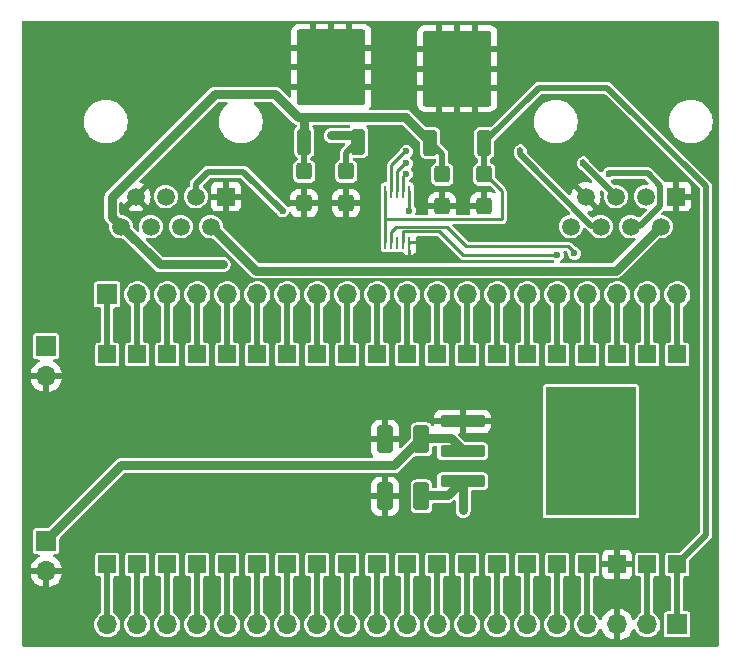
<source format=gtl>
%TF.GenerationSoftware,KiCad,Pcbnew,8.0.4*%
%TF.CreationDate,2024-08-14T15:44:39+01:00*%
%TF.ProjectId,PicoChain,5069636f-4368-4616-996e-2e6b69636164,rev?*%
%TF.SameCoordinates,Original*%
%TF.FileFunction,Copper,L1,Top*%
%TF.FilePolarity,Positive*%
%FSLAX46Y46*%
G04 Gerber Fmt 4.6, Leading zero omitted, Abs format (unit mm)*
G04 Created by KiCad (PCBNEW 8.0.4) date 2024-08-14 15:44:39*
%MOMM*%
%LPD*%
G01*
G04 APERTURE LIST*
G04 Aperture macros list*
%AMRoundRect*
0 Rectangle with rounded corners*
0 $1 Rounding radius*
0 $2 $3 $4 $5 $6 $7 $8 $9 X,Y pos of 4 corners*
0 Add a 4 corners polygon primitive as box body*
4,1,4,$2,$3,$4,$5,$6,$7,$8,$9,$2,$3,0*
0 Add four circle primitives for the rounded corners*
1,1,$1+$1,$2,$3*
1,1,$1+$1,$4,$5*
1,1,$1+$1,$6,$7*
1,1,$1+$1,$8,$9*
0 Add four rect primitives between the rounded corners*
20,1,$1+$1,$2,$3,$4,$5,0*
20,1,$1+$1,$4,$5,$6,$7,0*
20,1,$1+$1,$6,$7,$8,$9,0*
20,1,$1+$1,$8,$9,$2,$3,0*%
G04 Aperture macros list end*
%TA.AperFunction,SMDPad,CuDef*%
%ADD10RoundRect,0.250000X0.412500X0.925000X-0.412500X0.925000X-0.412500X-0.925000X0.412500X-0.925000X0*%
%TD*%
%TA.AperFunction,SMDPad,CuDef*%
%ADD11RoundRect,0.123750X-1.771250X-0.371250X1.771250X-0.371250X1.771250X0.371250X-1.771250X0.371250X0*%
%TD*%
%TA.AperFunction,SMDPad,CuDef*%
%ADD12R,7.620000X10.840000*%
%TD*%
%TA.AperFunction,SMDPad,CuDef*%
%ADD13RoundRect,0.250000X-0.425000X0.450000X-0.425000X-0.450000X0.425000X-0.450000X0.425000X0.450000X0*%
%TD*%
%TA.AperFunction,ComponentPad*%
%ADD14R,1.508000X1.508000*%
%TD*%
%TA.AperFunction,ComponentPad*%
%ADD15R,1.700000X1.700000*%
%TD*%
%TA.AperFunction,ComponentPad*%
%ADD16O,1.700000X1.700000*%
%TD*%
%TA.AperFunction,ComponentPad*%
%ADD17R,1.500000X1.500000*%
%TD*%
%TA.AperFunction,ComponentPad*%
%ADD18C,1.500000*%
%TD*%
%TA.AperFunction,SMDPad,CuDef*%
%ADD19RoundRect,0.250000X0.350000X-0.850000X0.350000X0.850000X-0.350000X0.850000X-0.350000X-0.850000X0*%
%TD*%
%TA.AperFunction,SMDPad,CuDef*%
%ADD20RoundRect,0.250000X1.125000X-1.275000X1.125000X1.275000X-1.125000X1.275000X-1.125000X-1.275000X0*%
%TD*%
%TA.AperFunction,SMDPad,CuDef*%
%ADD21RoundRect,0.249997X2.650003X-2.950003X2.650003X2.950003X-2.650003X2.950003X-2.650003X-2.950003X0*%
%TD*%
%TA.AperFunction,SMDPad,CuDef*%
%ADD22R,0.250000X1.100000*%
%TD*%
%TA.AperFunction,ViaPad*%
%ADD23C,0.600000*%
%TD*%
%TA.AperFunction,Conductor*%
%ADD24C,0.508000*%
%TD*%
%TA.AperFunction,Conductor*%
%ADD25C,0.762000*%
%TD*%
%TA.AperFunction,Conductor*%
%ADD26C,0.254000*%
%TD*%
G04 APERTURE END LIST*
D10*
%TO.P,C6,1*%
%TO.N,/+12V(R)*%
X160303500Y-103950000D03*
%TO.P,C6,2*%
%TO.N,GND*%
X157228500Y-103950000D03*
%TD*%
D11*
%TO.P,U5,1,GND*%
%TO.N,GND*%
X163796000Y-102426000D03*
%TO.P,U5,2,VO*%
%TO.N,/+12V(R)*%
X163796000Y-104966000D03*
%TO.P,U5,3,VI*%
%TO.N,+24V*%
X163796000Y-107506000D03*
D12*
%TO.P,U5,4*%
%TO.N,N/C*%
X174676000Y-104966000D03*
%TD*%
D13*
%TO.P,C4,1*%
%TO.N,/+5V(M)*%
X153940000Y-81264000D03*
%TO.P,C4,2*%
%TO.N,GND*%
X153940000Y-83964000D03*
%TD*%
D14*
%TO.P,U2,3V3,3V3*%
%TO.N,Net-(J6-Pin_5)*%
X171809400Y-114542600D03*
%TO.P,U2,3V3_EN,3V3_EN*%
%TO.N,Net-(J6-Pin_4)*%
X174349400Y-114542600D03*
%TO.P,U2,ADC_VREF,ADC_VREF*%
%TO.N,Net-(J6-Pin_6)*%
X169269400Y-114542600D03*
%TO.P,U2,AGND,AGND*%
%TO.N,Net-(J6-Pin_8)*%
X164189400Y-114542600D03*
%TO.P,U2,GND,GND*%
%TO.N,GND*%
X176889400Y-114542600D03*
%TO.P,U2,GND2,GND2*%
%TO.N,Net-(J6-Pin_13)*%
X151489400Y-114542600D03*
%TO.P,U2,GND3,GND3*%
%TO.N,Net-(J6-Pin_18)*%
X138789400Y-114542600D03*
%TO.P,U2,GND4,GND4*%
%TO.N,Net-(J5-Pin_18)*%
X176889400Y-96762600D03*
%TO.P,U2,GND5,GND5*%
%TO.N,Net-(J5-Pin_13)*%
X164189400Y-96762600D03*
%TO.P,U2,GND6,GND6*%
%TO.N,Net-(J5-Pin_8)*%
X151489400Y-96762600D03*
%TO.P,U2,GND7,GND7*%
%TO.N,Net-(J5-Pin_3)*%
X138789400Y-96762600D03*
%TO.P,U2,GP0,GP0*%
%TO.N,Net-(J5-Pin_20)*%
X181969400Y-96762600D03*
%TO.P,U2,GP1,GP1*%
%TO.N,Net-(J5-Pin_19)*%
X179429400Y-96762600D03*
%TO.P,U2,GP2,GP2*%
%TO.N,Net-(J5-Pin_17)*%
X174349400Y-96762600D03*
%TO.P,U2,GP3,GP3*%
%TO.N,Net-(J5-Pin_16)*%
X171809400Y-96762600D03*
%TO.P,U2,GP4,GP4*%
%TO.N,Net-(J5-Pin_15)*%
X169269400Y-96762600D03*
%TO.P,U2,GP5,GP5*%
%TO.N,Net-(J5-Pin_14)*%
X166729400Y-96762600D03*
%TO.P,U2,GP6,GP6*%
%TO.N,Net-(J5-Pin_12)*%
X161649400Y-96762600D03*
%TO.P,U2,GP7,GP7*%
%TO.N,Net-(J5-Pin_11)*%
X159109400Y-96762600D03*
%TO.P,U2,GP8,GP8*%
%TO.N,Net-(J5-Pin_10)*%
X156569400Y-96762600D03*
%TO.P,U2,GP9,GP9*%
%TO.N,Net-(J5-Pin_9)*%
X154029400Y-96762600D03*
%TO.P,U2,GP10,GP10*%
%TO.N,Net-(J5-Pin_7)*%
X148949400Y-96762600D03*
%TO.P,U2,GP11,GP11*%
%TO.N,Net-(J5-Pin_6)*%
X146409400Y-96762600D03*
%TO.P,U2,GP12,GP12*%
%TO.N,Net-(J5-Pin_5)*%
X143869400Y-96762600D03*
%TO.P,U2,GP13,GP13*%
%TO.N,Net-(J5-Pin_4)*%
X141329400Y-96762600D03*
%TO.P,U2,GP14,GP14*%
%TO.N,Net-(J5-Pin_2)*%
X136249400Y-96762600D03*
%TO.P,U2,GP15,GP15*%
%TO.N,Net-(J5-Pin_1)*%
X133709400Y-96762600D03*
%TO.P,U2,GP16,GP16*%
%TO.N,Net-(J6-Pin_20)*%
X133709400Y-114542600D03*
%TO.P,U2,GP17,GP17*%
%TO.N,Net-(J6-Pin_19)*%
X136249400Y-114542600D03*
%TO.P,U2,GP18,GP18*%
%TO.N,Net-(J6-Pin_17)*%
X141329400Y-114542600D03*
%TO.P,U2,GP19,GP19*%
%TO.N,Net-(J6-Pin_16)*%
X143869400Y-114542600D03*
%TO.P,U2,GP20,GP20*%
%TO.N,Net-(J6-Pin_15)*%
X146409400Y-114542600D03*
%TO.P,U2,GP21,GP21*%
%TO.N,Net-(J6-Pin_14)*%
X148949400Y-114542600D03*
%TO.P,U2,GP22,GP22*%
%TO.N,Net-(J6-Pin_12)*%
X154029400Y-114542600D03*
%TO.P,U2,GP26_A0,GP26_A0*%
%TO.N,Net-(J6-Pin_10)*%
X159109400Y-114542600D03*
%TO.P,U2,GP27_A1,GP27_A1*%
%TO.N,Net-(J6-Pin_9)*%
X161649400Y-114542600D03*
%TO.P,U2,GP28_A2,GP28_A2*%
%TO.N,Net-(J6-Pin_7)*%
X166729400Y-114542600D03*
%TO.P,U2,RUN,RUN*%
%TO.N,Net-(J6-Pin_11)*%
X156569400Y-114542600D03*
%TO.P,U2,VBUS,VBUS*%
%TO.N,+5V*%
X181969400Y-114542600D03*
%TO.P,U2,VSYS,VSYS*%
%TO.N,Net-(J6-Pin_2)*%
X179429400Y-114542600D03*
%TD*%
D15*
%TO.P,+12V,1,Pin_1*%
%TO.N,/+12V(R)*%
X128540000Y-112581000D03*
D16*
%TO.P,+12V,2,Pin_2*%
%TO.N,GND*%
X128540000Y-115121000D03*
%TD*%
D17*
%TO.P,J1,1*%
%TO.N,GND*%
X143744500Y-83396000D03*
D18*
%TO.P,J1,2*%
%TO.N,+24V*%
X142474500Y-85936000D03*
%TO.P,J1,3*%
%TO.N,Net-(U1-DSCLM)*%
X141204500Y-83396000D03*
%TO.P,J1,4*%
%TO.N,Net-(U1-DSCLP)*%
X139934500Y-85936000D03*
%TO.P,J1,5*%
%TO.N,Net-(U1-DSDAP)*%
X138664500Y-83396000D03*
%TO.P,J1,6*%
%TO.N,Net-(U1-DSDAM)*%
X137394500Y-85936000D03*
%TO.P,J1,7*%
%TO.N,GND*%
X136124500Y-83396000D03*
%TO.P,J1,8*%
%TO.N,+12V*%
X134854500Y-85936000D03*
%TD*%
D13*
%TO.P,C1,1*%
%TO.N,+12V*%
X150384000Y-81264000D03*
%TO.P,C1,2*%
%TO.N,GND*%
X150384000Y-83964000D03*
%TD*%
D15*
%TO.P,J6,1,Pin_1*%
%TO.N,+5V*%
X181969400Y-119622600D03*
D16*
%TO.P,J6,2,Pin_2*%
%TO.N,Net-(J6-Pin_2)*%
X179429400Y-119622600D03*
%TO.P,J6,3,Pin_3*%
%TO.N,GND*%
X176889400Y-119622600D03*
%TO.P,J6,4,Pin_4*%
%TO.N,Net-(J6-Pin_4)*%
X174349400Y-119622600D03*
%TO.P,J6,5,Pin_5*%
%TO.N,Net-(J6-Pin_5)*%
X171809400Y-119622600D03*
%TO.P,J6,6,Pin_6*%
%TO.N,Net-(J6-Pin_6)*%
X169269400Y-119622600D03*
%TO.P,J6,7,Pin_7*%
%TO.N,Net-(J6-Pin_7)*%
X166729400Y-119622600D03*
%TO.P,J6,8,Pin_8*%
%TO.N,Net-(J6-Pin_8)*%
X164189400Y-119622600D03*
%TO.P,J6,9,Pin_9*%
%TO.N,Net-(J6-Pin_9)*%
X161649400Y-119622600D03*
%TO.P,J6,10,Pin_10*%
%TO.N,Net-(J6-Pin_10)*%
X159109400Y-119622600D03*
%TO.P,J6,11,Pin_11*%
%TO.N,Net-(J6-Pin_11)*%
X156569400Y-119622600D03*
%TO.P,J6,12,Pin_12*%
%TO.N,Net-(J6-Pin_12)*%
X154029400Y-119622600D03*
%TO.P,J6,13,Pin_13*%
%TO.N,Net-(J6-Pin_13)*%
X151489400Y-119622600D03*
%TO.P,J6,14,Pin_14*%
%TO.N,Net-(J6-Pin_14)*%
X148949400Y-119622600D03*
%TO.P,J6,15,Pin_15*%
%TO.N,Net-(J6-Pin_15)*%
X146409400Y-119622600D03*
%TO.P,J6,16,Pin_16*%
%TO.N,Net-(J6-Pin_16)*%
X143869400Y-119622600D03*
%TO.P,J6,17,Pin_17*%
%TO.N,Net-(J6-Pin_17)*%
X141329400Y-119622600D03*
%TO.P,J6,18,Pin_18*%
%TO.N,Net-(J6-Pin_18)*%
X138789400Y-119622600D03*
%TO.P,J6,19,Pin_19*%
%TO.N,Net-(J6-Pin_19)*%
X136249400Y-119622600D03*
%TO.P,J6,20,Pin_20*%
%TO.N,Net-(J6-Pin_20)*%
X133709400Y-119622600D03*
%TD*%
D13*
%TO.P,C3,1*%
%TO.N,+12V*%
X162068000Y-81518000D03*
%TO.P,C3,2*%
%TO.N,GND*%
X162068000Y-84218000D03*
%TD*%
%TO.P,C2,1*%
%TO.N,+5V*%
X165624000Y-81518000D03*
%TO.P,C2,2*%
%TO.N,GND*%
X165624000Y-84218000D03*
%TD*%
D19*
%TO.P,U3,1,VI*%
%TO.N,+12V*%
X161059000Y-78857000D03*
D20*
%TO.P,U3,2,GND*%
%TO.N,GND*%
X161814000Y-74232000D03*
X164864000Y-74232000D03*
D21*
X163339000Y-72557000D03*
D20*
X161814000Y-70882000D03*
X164864000Y-70882000D03*
D19*
%TO.P,U3,3,VO*%
%TO.N,+5V*%
X165619000Y-78857000D03*
%TD*%
D15*
%TO.P,J5,1,Pin_1*%
%TO.N,Net-(J5-Pin_1)*%
X133709400Y-91682600D03*
D16*
%TO.P,J5,2,Pin_2*%
%TO.N,Net-(J5-Pin_2)*%
X136249400Y-91682600D03*
%TO.P,J5,3,Pin_3*%
%TO.N,Net-(J5-Pin_3)*%
X138789400Y-91682600D03*
%TO.P,J5,4,Pin_4*%
%TO.N,Net-(J5-Pin_4)*%
X141329400Y-91682600D03*
%TO.P,J5,5,Pin_5*%
%TO.N,Net-(J5-Pin_5)*%
X143869400Y-91682600D03*
%TO.P,J5,6,Pin_6*%
%TO.N,Net-(J5-Pin_6)*%
X146409400Y-91682600D03*
%TO.P,J5,7,Pin_7*%
%TO.N,Net-(J5-Pin_7)*%
X148949400Y-91682600D03*
%TO.P,J5,8,Pin_8*%
%TO.N,Net-(J5-Pin_8)*%
X151489400Y-91682600D03*
%TO.P,J5,9,Pin_9*%
%TO.N,Net-(J5-Pin_9)*%
X154029400Y-91682600D03*
%TO.P,J5,10,Pin_10*%
%TO.N,Net-(J5-Pin_10)*%
X156569400Y-91682600D03*
%TO.P,J5,11,Pin_11*%
%TO.N,Net-(J5-Pin_11)*%
X159109400Y-91682600D03*
%TO.P,J5,12,Pin_12*%
%TO.N,Net-(J5-Pin_12)*%
X161649400Y-91682600D03*
%TO.P,J5,13,Pin_13*%
%TO.N,Net-(J5-Pin_13)*%
X164189400Y-91682600D03*
%TO.P,J5,14,Pin_14*%
%TO.N,Net-(J5-Pin_14)*%
X166729400Y-91682600D03*
%TO.P,J5,15,Pin_15*%
%TO.N,Net-(J5-Pin_15)*%
X169269400Y-91682600D03*
%TO.P,J5,16,Pin_16*%
%TO.N,Net-(J5-Pin_16)*%
X171809400Y-91682600D03*
%TO.P,J5,17,Pin_17*%
%TO.N,Net-(J5-Pin_17)*%
X174349400Y-91682600D03*
%TO.P,J5,18,Pin_18*%
%TO.N,Net-(J5-Pin_18)*%
X176889400Y-91682600D03*
%TO.P,J5,19,Pin_19*%
%TO.N,Net-(J5-Pin_19)*%
X179429400Y-91682600D03*
%TO.P,J5,20,Pin_20*%
%TO.N,Net-(J5-Pin_20)*%
X181969400Y-91682600D03*
%TD*%
D22*
%TO.P,U1,1,V_{DD(A)}*%
%TO.N,+5V*%
X157258000Y-87304000D03*
%TO.P,U1,2,SDA*%
%TO.N,Net-(J5-Pin_15)*%
X157758000Y-87304000D03*
%TO.P,U1,3,EN*%
%TO.N,unconnected-(U1-EN-Pad3)*%
X158258000Y-87304000D03*
%TO.P,U1,4,SCL*%
%TO.N,Net-(J5-Pin_14)*%
X158758000Y-87304000D03*
%TO.P,U1,5,V_{SS}*%
%TO.N,GND*%
X159258000Y-87304000D03*
%TO.P,U1,6,DSCLM*%
%TO.N,Net-(U1-DSCLM)*%
X159258000Y-83004000D03*
%TO.P,U1,7,DSCLP*%
%TO.N,Net-(U1-DSCLP)*%
X158758000Y-83004000D03*
%TO.P,U1,8,DSDAP*%
%TO.N,Net-(U1-DSDAP)*%
X158258000Y-83004000D03*
%TO.P,U1,9,DSDAM*%
%TO.N,Net-(U1-DSDAM)*%
X157758000Y-83004000D03*
%TO.P,U1,10,V_{DD(B)}*%
%TO.N,+5V*%
X157258000Y-83004000D03*
%TD*%
D10*
%TO.P,C5,1*%
%TO.N,+24V*%
X160303500Y-108776000D03*
%TO.P,C5,2*%
%TO.N,GND*%
X157228500Y-108776000D03*
%TD*%
D17*
%TO.P,J2,1*%
%TO.N,GND*%
X181844500Y-83396000D03*
D18*
%TO.P,J2,2*%
%TO.N,+24V*%
X180574500Y-85936000D03*
%TO.P,J2,3*%
%TO.N,Net-(U1-DSCLM)*%
X179304500Y-83396000D03*
%TO.P,J2,4*%
%TO.N,Net-(U1-DSCLP)*%
X178034500Y-85936000D03*
%TO.P,J2,5*%
%TO.N,Net-(U1-DSDAP)*%
X176764500Y-83396000D03*
%TO.P,J2,6*%
%TO.N,Net-(U1-DSDAM)*%
X175494500Y-85936000D03*
%TO.P,J2,7*%
%TO.N,GND*%
X174224500Y-83396000D03*
%TO.P,J2,8*%
%TO.N,+12V*%
X172954500Y-85936000D03*
%TD*%
D19*
%TO.P,U4,1,VI*%
%TO.N,+12V*%
X150390000Y-78754000D03*
D20*
%TO.P,U4,2,GND*%
%TO.N,GND*%
X151145000Y-74129000D03*
X154195000Y-74129000D03*
D21*
X152670000Y-72454000D03*
D20*
X151145000Y-70779000D03*
X154195000Y-70779000D03*
D19*
%TO.P,U4,3,VO*%
%TO.N,/+5V(M)*%
X154950000Y-78754000D03*
%TD*%
D15*
%TO.P,+5V,1,Pin_1*%
%TO.N,/+5V(M)*%
X128540000Y-96071000D03*
D16*
%TO.P,+5V,2,Pin_2*%
%TO.N,GND*%
X128540000Y-98611000D03*
%TD*%
D23*
%TO.N,/+5V(M)*%
X152670000Y-78296000D03*
%TO.N,Net-(U1-DSDAP)*%
X174006000Y-80582000D03*
X159020000Y-80582000D03*
%TO.N,+12V*%
X143526000Y-89234000D03*
%TO.N,Net-(U1-DSCLM)*%
X148544000Y-84600000D03*
X159274000Y-84600000D03*
%TO.N,Net-(U1-DSDAM)*%
X168672000Y-79566000D03*
X159020000Y-79566000D03*
%TO.N,Net-(U1-DSCLP)*%
X176170000Y-81492000D03*
X159020000Y-81492000D03*
%TO.N,Net-(J5-Pin_15)*%
X173244000Y-88202000D03*
%TO.N,Net-(J5-Pin_14)*%
X171799422Y-88337000D03*
%TO.N,+24V*%
X163846000Y-110046000D03*
%TD*%
D24*
%TO.N,Net-(U1-DSCLM)*%
X141204500Y-83396000D02*
X141204500Y-82315500D01*
X141204500Y-82315500D02*
X142240000Y-81280000D01*
X145224000Y-81280000D02*
X148544000Y-84600000D01*
X142240000Y-81280000D02*
X145224000Y-81280000D01*
%TO.N,Net-(U1-DSDAM)*%
X168672000Y-79486000D02*
X168672000Y-79827500D01*
X168672000Y-79827500D02*
X174700500Y-85856000D01*
X174700500Y-85856000D02*
X175494500Y-85856000D01*
%TO.N,Net-(U1-DSCLP)*%
X176170000Y-81412000D02*
X179456000Y-81412000D01*
X178812000Y-85856000D02*
X178467214Y-85856000D01*
X179456000Y-81412000D02*
X180508500Y-82464500D01*
X180508500Y-82464500D02*
X180508500Y-84159500D01*
X180508500Y-84159500D02*
X178812000Y-85856000D01*
%TO.N,/+5V(M)*%
X153940000Y-81184000D02*
X153940000Y-79684000D01*
D25*
X152670000Y-78216000D02*
X154492000Y-78216000D01*
X154492000Y-78216000D02*
X154950000Y-78674000D01*
D24*
X153940000Y-79684000D02*
X154950000Y-78674000D01*
%TO.N,GND*%
X176889400Y-119542600D02*
X176889400Y-114462600D01*
%TO.N,+5V*%
X165619000Y-78777000D02*
X165672000Y-78724000D01*
X184420000Y-112012000D02*
X181969400Y-114462600D01*
X170228000Y-74168000D02*
X176054000Y-74168000D01*
X184420000Y-82534000D02*
X184420000Y-112012000D01*
X165619000Y-78777000D02*
X170228000Y-74168000D01*
X165624000Y-78782000D02*
X165619000Y-78777000D01*
D26*
X165624000Y-81438000D02*
X167148000Y-82962000D01*
D24*
X181969400Y-119542600D02*
X181969400Y-114462600D01*
X176054000Y-74168000D02*
X184420000Y-82534000D01*
D26*
X167148000Y-85328000D02*
X157258000Y-85328000D01*
X157258000Y-85328000D02*
X157258000Y-87224000D01*
X157258000Y-82924000D02*
X157258000Y-85328000D01*
X165624000Y-81772000D02*
X165624000Y-81438000D01*
D24*
X165624000Y-81438000D02*
X165624000Y-78782000D01*
D26*
X167148000Y-82962000D02*
X167148000Y-85328000D01*
D24*
%TO.N,Net-(U1-DSDAP)*%
X174006000Y-80502000D02*
X174006000Y-80557500D01*
D26*
X158258000Y-82924000D02*
X158258000Y-81264000D01*
X158258000Y-81264000D02*
X159020000Y-80502000D01*
D24*
X174006000Y-80557500D02*
X176764500Y-83316000D01*
D25*
%TO.N,+12V*%
X150384000Y-76692000D02*
X150390000Y-76698000D01*
X159020000Y-76738000D02*
X161059000Y-78777000D01*
X150384000Y-76692000D02*
X159020000Y-76692000D01*
X150390000Y-76698000D02*
X150390000Y-78674000D01*
X134854500Y-85856000D02*
X134104500Y-85106000D01*
D24*
X162068000Y-79786000D02*
X161059000Y-78777000D01*
D25*
X159020000Y-76692000D02*
X159020000Y-76738000D01*
D24*
X150384000Y-81184000D02*
X150384000Y-78680000D01*
D25*
X147915000Y-74731000D02*
X149876000Y-76692000D01*
D24*
X150384000Y-78680000D02*
X150390000Y-78674000D01*
D25*
X134104500Y-83453681D02*
X142827181Y-74731000D01*
X138136500Y-89138000D02*
X143510000Y-89138000D01*
X142827181Y-74731000D02*
X147915000Y-74731000D01*
X134104500Y-85106000D02*
X134104500Y-83453681D01*
D24*
X162068000Y-81438000D02*
X162068000Y-79786000D01*
D25*
X134854500Y-85856000D02*
X138136500Y-89138000D01*
X149876000Y-76692000D02*
X150384000Y-76692000D01*
D26*
%TO.N,Net-(U1-DSCLM)*%
X159258000Y-84504000D02*
X159274000Y-84520000D01*
X159258000Y-82924000D02*
X159258000Y-84504000D01*
%TO.N,Net-(U1-DSDAM)*%
X157758000Y-82924000D02*
X157758000Y-80748000D01*
X157758000Y-80748000D02*
X159020000Y-79486000D01*
%TO.N,Net-(U1-DSCLP)*%
X158758000Y-82924000D02*
X158758000Y-81674000D01*
X158758000Y-81674000D02*
X159020000Y-81412000D01*
D24*
%TO.N,Net-(J5-Pin_2)*%
X136249400Y-96682600D02*
X136249400Y-91602600D01*
D26*
%TO.N,Net-(J5-Pin_15)*%
X158190000Y-85963000D02*
X157758000Y-86395000D01*
X162449000Y-85963000D02*
X158190000Y-85963000D01*
X157758000Y-86395000D02*
X157758000Y-87224000D01*
D24*
X169269400Y-96682600D02*
X169269400Y-91602600D01*
D26*
X173244000Y-88122000D02*
X172736000Y-87614000D01*
X164100000Y-87614000D02*
X162449000Y-85963000D01*
X172736000Y-87614000D02*
X164100000Y-87614000D01*
D24*
%TO.N,Net-(J5-Pin_11)*%
X159109400Y-96682600D02*
X159109400Y-91602600D01*
%TO.N,Net-(J5-Pin_10)*%
X156569400Y-96682600D02*
X156569400Y-91602600D01*
%TO.N,Net-(J5-Pin_20)*%
X181969400Y-96682600D02*
X181969400Y-91602600D01*
%TO.N,Net-(J5-Pin_8)*%
X151489400Y-96682600D02*
X151489400Y-91602600D01*
%TO.N,Net-(J5-Pin_14)*%
X166729400Y-96682600D02*
X166729400Y-91602600D01*
D26*
X158766000Y-86344000D02*
X158758000Y-86352000D01*
X163846000Y-88376000D02*
X161814000Y-86344000D01*
X161814000Y-86344000D02*
X158766000Y-86344000D01*
X158758000Y-86352000D02*
X158758000Y-87224000D01*
X171799422Y-88257000D02*
X171680422Y-88376000D01*
X171680422Y-88376000D02*
X163846000Y-88376000D01*
D24*
%TO.N,Net-(J5-Pin_9)*%
X154029400Y-96682600D02*
X154029400Y-91602600D01*
%TO.N,Net-(J5-Pin_18)*%
X176889400Y-96682600D02*
X176889400Y-91602600D01*
%TO.N,Net-(J5-Pin_1)*%
X133709400Y-96682600D02*
X133709400Y-91602600D01*
%TO.N,Net-(J5-Pin_17)*%
X174349400Y-96682600D02*
X174349400Y-91602600D01*
%TO.N,Net-(J5-Pin_13)*%
X164189400Y-96682600D02*
X164189400Y-91602600D01*
%TO.N,Net-(J5-Pin_5)*%
X143869400Y-96682600D02*
X143869400Y-91602600D01*
%TO.N,Net-(J5-Pin_6)*%
X146409400Y-96682600D02*
X146409400Y-91602600D01*
%TO.N,Net-(J5-Pin_4)*%
X141329400Y-96682600D02*
X141329400Y-91602600D01*
%TO.N,Net-(J5-Pin_7)*%
X148949400Y-96682600D02*
X148949400Y-91602600D01*
%TO.N,Net-(J5-Pin_3)*%
X138789400Y-96682600D02*
X138789400Y-91602600D01*
%TO.N,Net-(J5-Pin_12)*%
X161649400Y-96682600D02*
X161649400Y-91602600D01*
%TO.N,Net-(J5-Pin_16)*%
X171809400Y-96682600D02*
X171809400Y-91602600D01*
%TO.N,Net-(J5-Pin_19)*%
X179429400Y-96682600D02*
X179429400Y-91602600D01*
%TO.N,Net-(J6-Pin_9)*%
X161649400Y-119542600D02*
X161649400Y-114462600D01*
%TO.N,Net-(J6-Pin_8)*%
X164189400Y-119542600D02*
X164189400Y-114462600D01*
%TO.N,Net-(J6-Pin_13)*%
X151489400Y-114462600D02*
X151489400Y-119542600D01*
%TO.N,Net-(J6-Pin_17)*%
X141329400Y-114462600D02*
X141329400Y-119542600D01*
%TO.N,Net-(J6-Pin_18)*%
X138789400Y-114462600D02*
X138789400Y-119542600D01*
%TO.N,Net-(J6-Pin_20)*%
X133709400Y-114462600D02*
X133709400Y-119542600D01*
%TO.N,Net-(J6-Pin_12)*%
X154029400Y-114462600D02*
X154029400Y-119542600D01*
%TO.N,Net-(J6-Pin_16)*%
X143869400Y-114462600D02*
X143869400Y-119542600D01*
%TO.N,Net-(J6-Pin_14)*%
X148949400Y-119542600D02*
X148949400Y-114462600D01*
%TO.N,Net-(J6-Pin_6)*%
X169269400Y-119542600D02*
X169269400Y-114462600D01*
%TO.N,Net-(J6-Pin_15)*%
X146409400Y-114462600D02*
X146409400Y-119542600D01*
%TO.N,Net-(J6-Pin_7)*%
X166729400Y-119542600D02*
X166729400Y-114462600D01*
%TO.N,Net-(J6-Pin_19)*%
X136249400Y-114462600D02*
X136249400Y-119542600D01*
%TO.N,Net-(J6-Pin_4)*%
X174349400Y-119542600D02*
X174349400Y-114462600D01*
%TO.N,Net-(J6-Pin_10)*%
X159109400Y-114462600D02*
X159109400Y-119542600D01*
%TO.N,Net-(J6-Pin_2)*%
X179429400Y-119542600D02*
X179429400Y-114462600D01*
%TO.N,Net-(J6-Pin_5)*%
X171809400Y-119542600D02*
X171809400Y-114462600D01*
%TO.N,Net-(J6-Pin_11)*%
X156569400Y-119542600D02*
X156569400Y-114462600D01*
D25*
%TO.N,+24V*%
X160303500Y-108696000D02*
X162526000Y-108696000D01*
X176768500Y-89662000D02*
X180574500Y-85856000D01*
X142474500Y-85856000D02*
X146280500Y-89662000D01*
X163846000Y-107476000D02*
X163796000Y-107426000D01*
X146280500Y-89662000D02*
X176768500Y-89662000D01*
X162526000Y-108696000D02*
X163796000Y-107426000D01*
X163846000Y-109966000D02*
X163846000Y-107476000D01*
%TO.N,/+12V(R)*%
X162780000Y-103870000D02*
X163796000Y-104886000D01*
X160303500Y-103870000D02*
X162780000Y-103870000D01*
X134885000Y-106156000D02*
X128540000Y-112501000D01*
X160303500Y-103870000D02*
X158017500Y-106156000D01*
X158017500Y-106156000D02*
X134885000Y-106156000D01*
%TD*%
%TA.AperFunction,Conductor*%
%TO.N,GND*%
G36*
X185442539Y-68520185D02*
G01*
X185488294Y-68572989D01*
X185499500Y-68624500D01*
X185499500Y-121375500D01*
X185479815Y-121442539D01*
X185427011Y-121488294D01*
X185375500Y-121499500D01*
X126624500Y-121499500D01*
X126557461Y-121479815D01*
X126511706Y-121427011D01*
X126500500Y-121375500D01*
X126500500Y-119622599D01*
X132600168Y-119622599D01*
X132600168Y-119622600D01*
X132619054Y-119826416D01*
X132675073Y-120023304D01*
X132766312Y-120206535D01*
X132889669Y-120369887D01*
X133040937Y-120507785D01*
X133040939Y-120507787D01*
X133214969Y-120615542D01*
X133214975Y-120615545D01*
X133255410Y-120631209D01*
X133405844Y-120689488D01*
X133607053Y-120727100D01*
X133607056Y-120727100D01*
X133811744Y-120727100D01*
X133811747Y-120727100D01*
X134012956Y-120689488D01*
X134203827Y-120615544D01*
X134377862Y-120507786D01*
X134529132Y-120369885D01*
X134652488Y-120206535D01*
X134743728Y-120023301D01*
X134799745Y-119826421D01*
X134818632Y-119622600D01*
X134818632Y-119622599D01*
X135140168Y-119622599D01*
X135140168Y-119622600D01*
X135159054Y-119826416D01*
X135215073Y-120023304D01*
X135306312Y-120206535D01*
X135429669Y-120369887D01*
X135580937Y-120507785D01*
X135580939Y-120507787D01*
X135754969Y-120615542D01*
X135754975Y-120615545D01*
X135795410Y-120631209D01*
X135945844Y-120689488D01*
X136147053Y-120727100D01*
X136147056Y-120727100D01*
X136351744Y-120727100D01*
X136351747Y-120727100D01*
X136552956Y-120689488D01*
X136743827Y-120615544D01*
X136917862Y-120507786D01*
X137069132Y-120369885D01*
X137192488Y-120206535D01*
X137283728Y-120023301D01*
X137339745Y-119826421D01*
X137358632Y-119622600D01*
X137358632Y-119622599D01*
X137680168Y-119622599D01*
X137680168Y-119622600D01*
X137699054Y-119826416D01*
X137755073Y-120023304D01*
X137846312Y-120206535D01*
X137969669Y-120369887D01*
X138120937Y-120507785D01*
X138120939Y-120507787D01*
X138294969Y-120615542D01*
X138294975Y-120615545D01*
X138335410Y-120631209D01*
X138485844Y-120689488D01*
X138687053Y-120727100D01*
X138687056Y-120727100D01*
X138891744Y-120727100D01*
X138891747Y-120727100D01*
X139092956Y-120689488D01*
X139283827Y-120615544D01*
X139457862Y-120507786D01*
X139609132Y-120369885D01*
X139732488Y-120206535D01*
X139823728Y-120023301D01*
X139879745Y-119826421D01*
X139898632Y-119622600D01*
X139898632Y-119622599D01*
X140220168Y-119622599D01*
X140220168Y-119622600D01*
X140239054Y-119826416D01*
X140295073Y-120023304D01*
X140386312Y-120206535D01*
X140509669Y-120369887D01*
X140660937Y-120507785D01*
X140660939Y-120507787D01*
X140834969Y-120615542D01*
X140834975Y-120615545D01*
X140875410Y-120631209D01*
X141025844Y-120689488D01*
X141227053Y-120727100D01*
X141227056Y-120727100D01*
X141431744Y-120727100D01*
X141431747Y-120727100D01*
X141632956Y-120689488D01*
X141823827Y-120615544D01*
X141997862Y-120507786D01*
X142149132Y-120369885D01*
X142272488Y-120206535D01*
X142363728Y-120023301D01*
X142419745Y-119826421D01*
X142438632Y-119622600D01*
X142438632Y-119622599D01*
X142760168Y-119622599D01*
X142760168Y-119622600D01*
X142779054Y-119826416D01*
X142835073Y-120023304D01*
X142926312Y-120206535D01*
X143049669Y-120369887D01*
X143200937Y-120507785D01*
X143200939Y-120507787D01*
X143374969Y-120615542D01*
X143374975Y-120615545D01*
X143415410Y-120631209D01*
X143565844Y-120689488D01*
X143767053Y-120727100D01*
X143767056Y-120727100D01*
X143971744Y-120727100D01*
X143971747Y-120727100D01*
X144172956Y-120689488D01*
X144363827Y-120615544D01*
X144537862Y-120507786D01*
X144689132Y-120369885D01*
X144812488Y-120206535D01*
X144903728Y-120023301D01*
X144959745Y-119826421D01*
X144978632Y-119622600D01*
X144978632Y-119622599D01*
X145300168Y-119622599D01*
X145300168Y-119622600D01*
X145319054Y-119826416D01*
X145375073Y-120023304D01*
X145466312Y-120206535D01*
X145589669Y-120369887D01*
X145740937Y-120507785D01*
X145740939Y-120507787D01*
X145914969Y-120615542D01*
X145914975Y-120615545D01*
X145955410Y-120631209D01*
X146105844Y-120689488D01*
X146307053Y-120727100D01*
X146307056Y-120727100D01*
X146511744Y-120727100D01*
X146511747Y-120727100D01*
X146712956Y-120689488D01*
X146903827Y-120615544D01*
X147077862Y-120507786D01*
X147229132Y-120369885D01*
X147352488Y-120206535D01*
X147443728Y-120023301D01*
X147499745Y-119826421D01*
X147518632Y-119622600D01*
X147518632Y-119622599D01*
X147840168Y-119622599D01*
X147840168Y-119622600D01*
X147859054Y-119826416D01*
X147915073Y-120023304D01*
X148006312Y-120206535D01*
X148129669Y-120369887D01*
X148280937Y-120507785D01*
X148280939Y-120507787D01*
X148454969Y-120615542D01*
X148454975Y-120615545D01*
X148495410Y-120631209D01*
X148645844Y-120689488D01*
X148847053Y-120727100D01*
X148847056Y-120727100D01*
X149051744Y-120727100D01*
X149051747Y-120727100D01*
X149252956Y-120689488D01*
X149443827Y-120615544D01*
X149617862Y-120507786D01*
X149769132Y-120369885D01*
X149892488Y-120206535D01*
X149983728Y-120023301D01*
X150039745Y-119826421D01*
X150058632Y-119622600D01*
X150058632Y-119622599D01*
X150380168Y-119622599D01*
X150380168Y-119622600D01*
X150399054Y-119826416D01*
X150455073Y-120023304D01*
X150546312Y-120206535D01*
X150669669Y-120369887D01*
X150820937Y-120507785D01*
X150820939Y-120507787D01*
X150994969Y-120615542D01*
X150994975Y-120615545D01*
X151035410Y-120631209D01*
X151185844Y-120689488D01*
X151387053Y-120727100D01*
X151387056Y-120727100D01*
X151591744Y-120727100D01*
X151591747Y-120727100D01*
X151792956Y-120689488D01*
X151983827Y-120615544D01*
X152157862Y-120507786D01*
X152309132Y-120369885D01*
X152432488Y-120206535D01*
X152523728Y-120023301D01*
X152579745Y-119826421D01*
X152598632Y-119622600D01*
X152598632Y-119622599D01*
X152920168Y-119622599D01*
X152920168Y-119622600D01*
X152939054Y-119826416D01*
X152995073Y-120023304D01*
X153086312Y-120206535D01*
X153209669Y-120369887D01*
X153360937Y-120507785D01*
X153360939Y-120507787D01*
X153534969Y-120615542D01*
X153534975Y-120615545D01*
X153575410Y-120631209D01*
X153725844Y-120689488D01*
X153927053Y-120727100D01*
X153927056Y-120727100D01*
X154131744Y-120727100D01*
X154131747Y-120727100D01*
X154332956Y-120689488D01*
X154523827Y-120615544D01*
X154697862Y-120507786D01*
X154849132Y-120369885D01*
X154972488Y-120206535D01*
X155063728Y-120023301D01*
X155119745Y-119826421D01*
X155138632Y-119622600D01*
X155138632Y-119622599D01*
X155460168Y-119622599D01*
X155460168Y-119622600D01*
X155479054Y-119826416D01*
X155535073Y-120023304D01*
X155626312Y-120206535D01*
X155749669Y-120369887D01*
X155900937Y-120507785D01*
X155900939Y-120507787D01*
X156074969Y-120615542D01*
X156074975Y-120615545D01*
X156115410Y-120631209D01*
X156265844Y-120689488D01*
X156467053Y-120727100D01*
X156467056Y-120727100D01*
X156671744Y-120727100D01*
X156671747Y-120727100D01*
X156872956Y-120689488D01*
X157063827Y-120615544D01*
X157237862Y-120507786D01*
X157389132Y-120369885D01*
X157512488Y-120206535D01*
X157603728Y-120023301D01*
X157659745Y-119826421D01*
X157678632Y-119622600D01*
X157678632Y-119622599D01*
X158000168Y-119622599D01*
X158000168Y-119622600D01*
X158019054Y-119826416D01*
X158075073Y-120023304D01*
X158166312Y-120206535D01*
X158289669Y-120369887D01*
X158440937Y-120507785D01*
X158440939Y-120507787D01*
X158614969Y-120615542D01*
X158614975Y-120615545D01*
X158655410Y-120631209D01*
X158805844Y-120689488D01*
X159007053Y-120727100D01*
X159007056Y-120727100D01*
X159211744Y-120727100D01*
X159211747Y-120727100D01*
X159412956Y-120689488D01*
X159603827Y-120615544D01*
X159777862Y-120507786D01*
X159929132Y-120369885D01*
X160052488Y-120206535D01*
X160143728Y-120023301D01*
X160199745Y-119826421D01*
X160218632Y-119622600D01*
X160218632Y-119622599D01*
X160540168Y-119622599D01*
X160540168Y-119622600D01*
X160559054Y-119826416D01*
X160615073Y-120023304D01*
X160706312Y-120206535D01*
X160829669Y-120369887D01*
X160980937Y-120507785D01*
X160980939Y-120507787D01*
X161154969Y-120615542D01*
X161154975Y-120615545D01*
X161195410Y-120631209D01*
X161345844Y-120689488D01*
X161547053Y-120727100D01*
X161547056Y-120727100D01*
X161751744Y-120727100D01*
X161751747Y-120727100D01*
X161952956Y-120689488D01*
X162143827Y-120615544D01*
X162317862Y-120507786D01*
X162469132Y-120369885D01*
X162592488Y-120206535D01*
X162683728Y-120023301D01*
X162739745Y-119826421D01*
X162758632Y-119622600D01*
X162758632Y-119622599D01*
X163080168Y-119622599D01*
X163080168Y-119622600D01*
X163099054Y-119826416D01*
X163155073Y-120023304D01*
X163246312Y-120206535D01*
X163369669Y-120369887D01*
X163520937Y-120507785D01*
X163520939Y-120507787D01*
X163694969Y-120615542D01*
X163694975Y-120615545D01*
X163735410Y-120631209D01*
X163885844Y-120689488D01*
X164087053Y-120727100D01*
X164087056Y-120727100D01*
X164291744Y-120727100D01*
X164291747Y-120727100D01*
X164492956Y-120689488D01*
X164683827Y-120615544D01*
X164857862Y-120507786D01*
X165009132Y-120369885D01*
X165132488Y-120206535D01*
X165223728Y-120023301D01*
X165279745Y-119826421D01*
X165298632Y-119622600D01*
X165298632Y-119622599D01*
X165620168Y-119622599D01*
X165620168Y-119622600D01*
X165639054Y-119826416D01*
X165695073Y-120023304D01*
X165786312Y-120206535D01*
X165909669Y-120369887D01*
X166060937Y-120507785D01*
X166060939Y-120507787D01*
X166234969Y-120615542D01*
X166234975Y-120615545D01*
X166275410Y-120631209D01*
X166425844Y-120689488D01*
X166627053Y-120727100D01*
X166627056Y-120727100D01*
X166831744Y-120727100D01*
X166831747Y-120727100D01*
X167032956Y-120689488D01*
X167223827Y-120615544D01*
X167397862Y-120507786D01*
X167549132Y-120369885D01*
X167672488Y-120206535D01*
X167763728Y-120023301D01*
X167819745Y-119826421D01*
X167838632Y-119622600D01*
X167838632Y-119622599D01*
X168160168Y-119622599D01*
X168160168Y-119622600D01*
X168179054Y-119826416D01*
X168235073Y-120023304D01*
X168326312Y-120206535D01*
X168449669Y-120369887D01*
X168600937Y-120507785D01*
X168600939Y-120507787D01*
X168774969Y-120615542D01*
X168774975Y-120615545D01*
X168815410Y-120631209D01*
X168965844Y-120689488D01*
X169167053Y-120727100D01*
X169167056Y-120727100D01*
X169371744Y-120727100D01*
X169371747Y-120727100D01*
X169572956Y-120689488D01*
X169763827Y-120615544D01*
X169937862Y-120507786D01*
X170089132Y-120369885D01*
X170212488Y-120206535D01*
X170303728Y-120023301D01*
X170359745Y-119826421D01*
X170378632Y-119622600D01*
X170378632Y-119622599D01*
X170700168Y-119622599D01*
X170700168Y-119622600D01*
X170719054Y-119826416D01*
X170775073Y-120023304D01*
X170866312Y-120206535D01*
X170989669Y-120369887D01*
X171140937Y-120507785D01*
X171140939Y-120507787D01*
X171314969Y-120615542D01*
X171314975Y-120615545D01*
X171355410Y-120631209D01*
X171505844Y-120689488D01*
X171707053Y-120727100D01*
X171707056Y-120727100D01*
X171911744Y-120727100D01*
X171911747Y-120727100D01*
X172112956Y-120689488D01*
X172303827Y-120615544D01*
X172477862Y-120507786D01*
X172629132Y-120369885D01*
X172752488Y-120206535D01*
X172843728Y-120023301D01*
X172899745Y-119826421D01*
X172918632Y-119622600D01*
X172918632Y-119622599D01*
X173240168Y-119622599D01*
X173240168Y-119622600D01*
X173259054Y-119826416D01*
X173315073Y-120023304D01*
X173406312Y-120206535D01*
X173529669Y-120369887D01*
X173680937Y-120507785D01*
X173680939Y-120507787D01*
X173854969Y-120615542D01*
X173854975Y-120615545D01*
X173895410Y-120631209D01*
X174045844Y-120689488D01*
X174247053Y-120727100D01*
X174247056Y-120727100D01*
X174451744Y-120727100D01*
X174451747Y-120727100D01*
X174652956Y-120689488D01*
X174843827Y-120615544D01*
X175017862Y-120507786D01*
X175169132Y-120369885D01*
X175292488Y-120206535D01*
X175377780Y-120035245D01*
X175425283Y-119984008D01*
X175492945Y-119966587D01*
X175559286Y-119988512D01*
X175603241Y-120042824D01*
X175608555Y-120058423D01*
X175615967Y-120086085D01*
X175615970Y-120086092D01*
X175715799Y-120300178D01*
X175851294Y-120493682D01*
X176018317Y-120660705D01*
X176211821Y-120796200D01*
X176425907Y-120896029D01*
X176425916Y-120896033D01*
X176639400Y-120953234D01*
X176639400Y-120055612D01*
X176696407Y-120088525D01*
X176823574Y-120122600D01*
X176955226Y-120122600D01*
X177082393Y-120088525D01*
X177139400Y-120055612D01*
X177139400Y-120953233D01*
X177352883Y-120896033D01*
X177352892Y-120896029D01*
X177566978Y-120796200D01*
X177760482Y-120660705D01*
X177927505Y-120493682D01*
X178063000Y-120300178D01*
X178162829Y-120086092D01*
X178162835Y-120086078D01*
X178170244Y-120058426D01*
X178206607Y-119998765D01*
X178269454Y-119968234D01*
X178338829Y-119976528D01*
X178392708Y-120021012D01*
X178401019Y-120035245D01*
X178486312Y-120206535D01*
X178609669Y-120369887D01*
X178760937Y-120507785D01*
X178760939Y-120507787D01*
X178934969Y-120615542D01*
X178934975Y-120615545D01*
X178975410Y-120631209D01*
X179125844Y-120689488D01*
X179327053Y-120727100D01*
X179327056Y-120727100D01*
X179531744Y-120727100D01*
X179531747Y-120727100D01*
X179732956Y-120689488D01*
X179923827Y-120615544D01*
X180097862Y-120507786D01*
X180249132Y-120369885D01*
X180372488Y-120206535D01*
X180463728Y-120023301D01*
X180519745Y-119826421D01*
X180538632Y-119622600D01*
X180519745Y-119418779D01*
X180463728Y-119221899D01*
X180372488Y-119038665D01*
X180249132Y-118875315D01*
X180249130Y-118875312D01*
X180097862Y-118737414D01*
X180097857Y-118737410D01*
X179996622Y-118674727D01*
X179949987Y-118622699D01*
X179937900Y-118569301D01*
X179937900Y-115675099D01*
X179957585Y-115608060D01*
X180010389Y-115562305D01*
X180061900Y-115551099D01*
X180208464Y-115551099D01*
X180208466Y-115551099D01*
X180282701Y-115536334D01*
X180366884Y-115480084D01*
X180423134Y-115395901D01*
X180437900Y-115321667D01*
X180437899Y-113763534D01*
X180423134Y-113689299D01*
X180373144Y-113614484D01*
X180366884Y-113605115D01*
X180316419Y-113571396D01*
X180282701Y-113548866D01*
X180282699Y-113548865D01*
X180282696Y-113548864D01*
X180208469Y-113534100D01*
X178650336Y-113534100D01*
X178576098Y-113548866D01*
X178491915Y-113605115D01*
X178435666Y-113689299D01*
X178435664Y-113689303D01*
X178420900Y-113763528D01*
X178420900Y-115321663D01*
X178435666Y-115395901D01*
X178491915Y-115480084D01*
X178525634Y-115502614D01*
X178576099Y-115536334D01*
X178576102Y-115536334D01*
X178576103Y-115536335D01*
X178601066Y-115541300D01*
X178650333Y-115551100D01*
X178796900Y-115551099D01*
X178863939Y-115570783D01*
X178909694Y-115623587D01*
X178920900Y-115675099D01*
X178920900Y-118569301D01*
X178901215Y-118636340D01*
X178862178Y-118674727D01*
X178760942Y-118737410D01*
X178760937Y-118737414D01*
X178609669Y-118875312D01*
X178486312Y-119038664D01*
X178401019Y-119209954D01*
X178353516Y-119261191D01*
X178285853Y-119278612D01*
X178219512Y-119256686D01*
X178175558Y-119202375D01*
X178170244Y-119186774D01*
X178162834Y-119159118D01*
X178162829Y-119159107D01*
X178063000Y-118945022D01*
X178062999Y-118945020D01*
X177927513Y-118751526D01*
X177927508Y-118751520D01*
X177760482Y-118584494D01*
X177566978Y-118448999D01*
X177352892Y-118349170D01*
X177352886Y-118349167D01*
X177139400Y-118291964D01*
X177139400Y-119189588D01*
X177082393Y-119156675D01*
X176955226Y-119122600D01*
X176823574Y-119122600D01*
X176696407Y-119156675D01*
X176639400Y-119189588D01*
X176639400Y-118291964D01*
X176639399Y-118291964D01*
X176425913Y-118349167D01*
X176425907Y-118349170D01*
X176211822Y-118448999D01*
X176211820Y-118449000D01*
X176018326Y-118584486D01*
X176018320Y-118584491D01*
X175851291Y-118751520D01*
X175851286Y-118751526D01*
X175715800Y-118945020D01*
X175715799Y-118945022D01*
X175615970Y-119159107D01*
X175615964Y-119159122D01*
X175608554Y-119186777D01*
X175572188Y-119246437D01*
X175509341Y-119276965D01*
X175439966Y-119268670D01*
X175386088Y-119224183D01*
X175377780Y-119209954D01*
X175366238Y-119186774D01*
X175292488Y-119038665D01*
X175169132Y-118875315D01*
X175169130Y-118875312D01*
X175017862Y-118737414D01*
X175017857Y-118737410D01*
X174916622Y-118674727D01*
X174869987Y-118622699D01*
X174857900Y-118569301D01*
X174857900Y-115675099D01*
X174877585Y-115608060D01*
X174930389Y-115562305D01*
X174981900Y-115551099D01*
X175128464Y-115551099D01*
X175128466Y-115551099D01*
X175202701Y-115536334D01*
X175286884Y-115480084D01*
X175343134Y-115395901D01*
X175357900Y-115321667D01*
X175357899Y-113763534D01*
X175353368Y-113740755D01*
X175635400Y-113740755D01*
X175635400Y-114292600D01*
X176456388Y-114292600D01*
X176423475Y-114349607D01*
X176389400Y-114476774D01*
X176389400Y-114608426D01*
X176423475Y-114735593D01*
X176456388Y-114792600D01*
X175635400Y-114792600D01*
X175635400Y-115344444D01*
X175641801Y-115403972D01*
X175641803Y-115403979D01*
X175692045Y-115538686D01*
X175692049Y-115538693D01*
X175778209Y-115653787D01*
X175778212Y-115653790D01*
X175893306Y-115739950D01*
X175893313Y-115739954D01*
X176028020Y-115790196D01*
X176028027Y-115790198D01*
X176087555Y-115796599D01*
X176087572Y-115796600D01*
X176639400Y-115796600D01*
X176639400Y-114975612D01*
X176696407Y-115008525D01*
X176823574Y-115042600D01*
X176955226Y-115042600D01*
X177082393Y-115008525D01*
X177139400Y-114975612D01*
X177139400Y-115796600D01*
X177691228Y-115796600D01*
X177691244Y-115796599D01*
X177750772Y-115790198D01*
X177750779Y-115790196D01*
X177885486Y-115739954D01*
X177885493Y-115739950D01*
X178000587Y-115653790D01*
X178000590Y-115653787D01*
X178086750Y-115538693D01*
X178086754Y-115538686D01*
X178136996Y-115403979D01*
X178136998Y-115403972D01*
X178143399Y-115344444D01*
X178143400Y-115344427D01*
X178143400Y-114792600D01*
X177322412Y-114792600D01*
X177355325Y-114735593D01*
X177389400Y-114608426D01*
X177389400Y-114476774D01*
X177355325Y-114349607D01*
X177322412Y-114292600D01*
X178143400Y-114292600D01*
X178143400Y-113740772D01*
X178143399Y-113740755D01*
X178136998Y-113681227D01*
X178136996Y-113681220D01*
X178086754Y-113546513D01*
X178086750Y-113546506D01*
X178000590Y-113431412D01*
X178000587Y-113431409D01*
X177885493Y-113345249D01*
X177885486Y-113345245D01*
X177750779Y-113295003D01*
X177750772Y-113295001D01*
X177691244Y-113288600D01*
X177139400Y-113288600D01*
X177139400Y-114109588D01*
X177082393Y-114076675D01*
X176955226Y-114042600D01*
X176823574Y-114042600D01*
X176696407Y-114076675D01*
X176639400Y-114109588D01*
X176639400Y-113288600D01*
X176087555Y-113288600D01*
X176028027Y-113295001D01*
X176028020Y-113295003D01*
X175893313Y-113345245D01*
X175893306Y-113345249D01*
X175778212Y-113431409D01*
X175778209Y-113431412D01*
X175692049Y-113546506D01*
X175692045Y-113546513D01*
X175641803Y-113681220D01*
X175641801Y-113681227D01*
X175635400Y-113740755D01*
X175353368Y-113740755D01*
X175343134Y-113689299D01*
X175293144Y-113614484D01*
X175286884Y-113605115D01*
X175236419Y-113571396D01*
X175202701Y-113548866D01*
X175202699Y-113548865D01*
X175202696Y-113548864D01*
X175128469Y-113534100D01*
X173570336Y-113534100D01*
X173496098Y-113548866D01*
X173411915Y-113605115D01*
X173355666Y-113689299D01*
X173355664Y-113689303D01*
X173340900Y-113763528D01*
X173340900Y-115321663D01*
X173355666Y-115395901D01*
X173411915Y-115480084D01*
X173445634Y-115502614D01*
X173496099Y-115536334D01*
X173496102Y-115536334D01*
X173496103Y-115536335D01*
X173521066Y-115541300D01*
X173570333Y-115551100D01*
X173716900Y-115551099D01*
X173783939Y-115570783D01*
X173829694Y-115623587D01*
X173840900Y-115675099D01*
X173840900Y-118569301D01*
X173821215Y-118636340D01*
X173782178Y-118674727D01*
X173680942Y-118737410D01*
X173680937Y-118737414D01*
X173529669Y-118875312D01*
X173406312Y-119038664D01*
X173315073Y-119221895D01*
X173259054Y-119418783D01*
X173240168Y-119622599D01*
X172918632Y-119622599D01*
X172899745Y-119418779D01*
X172843728Y-119221899D01*
X172752488Y-119038665D01*
X172629132Y-118875315D01*
X172629130Y-118875312D01*
X172477862Y-118737414D01*
X172477857Y-118737410D01*
X172376622Y-118674727D01*
X172329987Y-118622699D01*
X172317900Y-118569301D01*
X172317900Y-115675099D01*
X172337585Y-115608060D01*
X172390389Y-115562305D01*
X172441900Y-115551099D01*
X172588464Y-115551099D01*
X172588466Y-115551099D01*
X172662701Y-115536334D01*
X172746884Y-115480084D01*
X172803134Y-115395901D01*
X172817900Y-115321667D01*
X172817899Y-113763534D01*
X172803134Y-113689299D01*
X172753144Y-113614484D01*
X172746884Y-113605115D01*
X172696419Y-113571396D01*
X172662701Y-113548866D01*
X172662699Y-113548865D01*
X172662696Y-113548864D01*
X172588469Y-113534100D01*
X171030336Y-113534100D01*
X170956098Y-113548866D01*
X170871915Y-113605115D01*
X170815666Y-113689299D01*
X170815664Y-113689303D01*
X170800900Y-113763528D01*
X170800900Y-115321663D01*
X170815666Y-115395901D01*
X170871915Y-115480084D01*
X170905634Y-115502614D01*
X170956099Y-115536334D01*
X170956102Y-115536334D01*
X170956103Y-115536335D01*
X170981066Y-115541300D01*
X171030333Y-115551100D01*
X171176900Y-115551099D01*
X171243939Y-115570783D01*
X171289694Y-115623587D01*
X171300900Y-115675099D01*
X171300900Y-118569301D01*
X171281215Y-118636340D01*
X171242178Y-118674727D01*
X171140942Y-118737410D01*
X171140937Y-118737414D01*
X170989669Y-118875312D01*
X170866312Y-119038664D01*
X170775073Y-119221895D01*
X170719054Y-119418783D01*
X170700168Y-119622599D01*
X170378632Y-119622599D01*
X170359745Y-119418779D01*
X170303728Y-119221899D01*
X170212488Y-119038665D01*
X170089132Y-118875315D01*
X170089130Y-118875312D01*
X169937862Y-118737414D01*
X169937857Y-118737410D01*
X169836622Y-118674727D01*
X169789987Y-118622699D01*
X169777900Y-118569301D01*
X169777900Y-115675099D01*
X169797585Y-115608060D01*
X169850389Y-115562305D01*
X169901900Y-115551099D01*
X170048464Y-115551099D01*
X170048466Y-115551099D01*
X170122701Y-115536334D01*
X170206884Y-115480084D01*
X170263134Y-115395901D01*
X170277900Y-115321667D01*
X170277899Y-113763534D01*
X170263134Y-113689299D01*
X170213144Y-113614484D01*
X170206884Y-113605115D01*
X170156419Y-113571396D01*
X170122701Y-113548866D01*
X170122699Y-113548865D01*
X170122696Y-113548864D01*
X170048469Y-113534100D01*
X168490336Y-113534100D01*
X168416098Y-113548866D01*
X168331915Y-113605115D01*
X168275666Y-113689299D01*
X168275664Y-113689303D01*
X168260900Y-113763528D01*
X168260900Y-115321663D01*
X168275666Y-115395901D01*
X168331915Y-115480084D01*
X168365634Y-115502614D01*
X168416099Y-115536334D01*
X168416102Y-115536334D01*
X168416103Y-115536335D01*
X168441066Y-115541300D01*
X168490333Y-115551100D01*
X168636900Y-115551099D01*
X168703939Y-115570783D01*
X168749694Y-115623587D01*
X168760900Y-115675099D01*
X168760900Y-118569301D01*
X168741215Y-118636340D01*
X168702178Y-118674727D01*
X168600942Y-118737410D01*
X168600937Y-118737414D01*
X168449669Y-118875312D01*
X168326312Y-119038664D01*
X168235073Y-119221895D01*
X168179054Y-119418783D01*
X168160168Y-119622599D01*
X167838632Y-119622599D01*
X167819745Y-119418779D01*
X167763728Y-119221899D01*
X167672488Y-119038665D01*
X167549132Y-118875315D01*
X167549130Y-118875312D01*
X167397862Y-118737414D01*
X167397857Y-118737410D01*
X167296622Y-118674727D01*
X167249987Y-118622699D01*
X167237900Y-118569301D01*
X167237900Y-115675099D01*
X167257585Y-115608060D01*
X167310389Y-115562305D01*
X167361900Y-115551099D01*
X167508464Y-115551099D01*
X167508466Y-115551099D01*
X167582701Y-115536334D01*
X167666884Y-115480084D01*
X167723134Y-115395901D01*
X167737900Y-115321667D01*
X167737899Y-113763534D01*
X167723134Y-113689299D01*
X167673144Y-113614484D01*
X167666884Y-113605115D01*
X167616419Y-113571396D01*
X167582701Y-113548866D01*
X167582699Y-113548865D01*
X167582696Y-113548864D01*
X167508469Y-113534100D01*
X165950336Y-113534100D01*
X165876098Y-113548866D01*
X165791915Y-113605115D01*
X165735666Y-113689299D01*
X165735664Y-113689303D01*
X165720900Y-113763528D01*
X165720900Y-115321663D01*
X165735666Y-115395901D01*
X165791915Y-115480084D01*
X165825634Y-115502614D01*
X165876099Y-115536334D01*
X165876102Y-115536334D01*
X165876103Y-115536335D01*
X165901066Y-115541300D01*
X165950333Y-115551100D01*
X166096900Y-115551099D01*
X166163939Y-115570783D01*
X166209694Y-115623587D01*
X166220900Y-115675099D01*
X166220900Y-118569301D01*
X166201215Y-118636340D01*
X166162178Y-118674727D01*
X166060942Y-118737410D01*
X166060937Y-118737414D01*
X165909669Y-118875312D01*
X165786312Y-119038664D01*
X165695073Y-119221895D01*
X165639054Y-119418783D01*
X165620168Y-119622599D01*
X165298632Y-119622599D01*
X165279745Y-119418779D01*
X165223728Y-119221899D01*
X165132488Y-119038665D01*
X165009132Y-118875315D01*
X165009130Y-118875312D01*
X164857862Y-118737414D01*
X164857857Y-118737410D01*
X164756622Y-118674727D01*
X164709987Y-118622699D01*
X164697900Y-118569301D01*
X164697900Y-115675099D01*
X164717585Y-115608060D01*
X164770389Y-115562305D01*
X164821900Y-115551099D01*
X164968464Y-115551099D01*
X164968466Y-115551099D01*
X165042701Y-115536334D01*
X165126884Y-115480084D01*
X165183134Y-115395901D01*
X165197900Y-115321667D01*
X165197899Y-113763534D01*
X165183134Y-113689299D01*
X165133144Y-113614484D01*
X165126884Y-113605115D01*
X165076419Y-113571396D01*
X165042701Y-113548866D01*
X165042699Y-113548865D01*
X165042696Y-113548864D01*
X164968469Y-113534100D01*
X163410336Y-113534100D01*
X163336098Y-113548866D01*
X163251915Y-113605115D01*
X163195666Y-113689299D01*
X163195664Y-113689303D01*
X163180900Y-113763528D01*
X163180900Y-115321663D01*
X163195666Y-115395901D01*
X163251915Y-115480084D01*
X163285634Y-115502614D01*
X163336099Y-115536334D01*
X163336102Y-115536334D01*
X163336103Y-115536335D01*
X163361066Y-115541300D01*
X163410333Y-115551100D01*
X163556900Y-115551099D01*
X163623939Y-115570783D01*
X163669694Y-115623587D01*
X163680900Y-115675099D01*
X163680900Y-118569301D01*
X163661215Y-118636340D01*
X163622178Y-118674727D01*
X163520942Y-118737410D01*
X163520937Y-118737414D01*
X163369669Y-118875312D01*
X163246312Y-119038664D01*
X163155073Y-119221895D01*
X163099054Y-119418783D01*
X163080168Y-119622599D01*
X162758632Y-119622599D01*
X162739745Y-119418779D01*
X162683728Y-119221899D01*
X162592488Y-119038665D01*
X162469132Y-118875315D01*
X162469130Y-118875312D01*
X162317862Y-118737414D01*
X162317857Y-118737410D01*
X162216622Y-118674727D01*
X162169987Y-118622699D01*
X162157900Y-118569301D01*
X162157900Y-115675099D01*
X162177585Y-115608060D01*
X162230389Y-115562305D01*
X162281900Y-115551099D01*
X162428464Y-115551099D01*
X162428466Y-115551099D01*
X162502701Y-115536334D01*
X162586884Y-115480084D01*
X162643134Y-115395901D01*
X162657900Y-115321667D01*
X162657899Y-113763534D01*
X162643134Y-113689299D01*
X162593144Y-113614484D01*
X162586884Y-113605115D01*
X162536419Y-113571396D01*
X162502701Y-113548866D01*
X162502699Y-113548865D01*
X162502696Y-113548864D01*
X162428469Y-113534100D01*
X160870336Y-113534100D01*
X160796098Y-113548866D01*
X160711915Y-113605115D01*
X160655666Y-113689299D01*
X160655664Y-113689303D01*
X160640900Y-113763528D01*
X160640900Y-115321663D01*
X160655666Y-115395901D01*
X160711915Y-115480084D01*
X160745634Y-115502614D01*
X160796099Y-115536334D01*
X160796102Y-115536334D01*
X160796103Y-115536335D01*
X160821066Y-115541300D01*
X160870333Y-115551100D01*
X161016900Y-115551099D01*
X161083939Y-115570783D01*
X161129694Y-115623587D01*
X161140900Y-115675099D01*
X161140900Y-118569301D01*
X161121215Y-118636340D01*
X161082178Y-118674727D01*
X160980942Y-118737410D01*
X160980937Y-118737414D01*
X160829669Y-118875312D01*
X160706312Y-119038664D01*
X160615073Y-119221895D01*
X160559054Y-119418783D01*
X160540168Y-119622599D01*
X160218632Y-119622599D01*
X160199745Y-119418779D01*
X160143728Y-119221899D01*
X160052488Y-119038665D01*
X159929132Y-118875315D01*
X159929130Y-118875312D01*
X159777862Y-118737414D01*
X159777857Y-118737410D01*
X159676622Y-118674727D01*
X159629987Y-118622699D01*
X159617900Y-118569301D01*
X159617900Y-115675099D01*
X159637585Y-115608060D01*
X159690389Y-115562305D01*
X159741900Y-115551099D01*
X159888464Y-115551099D01*
X159888466Y-115551099D01*
X159962701Y-115536334D01*
X160046884Y-115480084D01*
X160103134Y-115395901D01*
X160117900Y-115321667D01*
X160117899Y-113763534D01*
X160103134Y-113689299D01*
X160053144Y-113614484D01*
X160046884Y-113605115D01*
X159996419Y-113571396D01*
X159962701Y-113548866D01*
X159962699Y-113548865D01*
X159962696Y-113548864D01*
X159888469Y-113534100D01*
X158330336Y-113534100D01*
X158256098Y-113548866D01*
X158171915Y-113605115D01*
X158115666Y-113689299D01*
X158115664Y-113689303D01*
X158100900Y-113763528D01*
X158100900Y-115321663D01*
X158115666Y-115395901D01*
X158171915Y-115480084D01*
X158205634Y-115502614D01*
X158256099Y-115536334D01*
X158256102Y-115536334D01*
X158256103Y-115536335D01*
X158281066Y-115541300D01*
X158330333Y-115551100D01*
X158476900Y-115551099D01*
X158543939Y-115570783D01*
X158589694Y-115623587D01*
X158600900Y-115675099D01*
X158600900Y-118569301D01*
X158581215Y-118636340D01*
X158542178Y-118674727D01*
X158440942Y-118737410D01*
X158440937Y-118737414D01*
X158289669Y-118875312D01*
X158166312Y-119038664D01*
X158075073Y-119221895D01*
X158019054Y-119418783D01*
X158000168Y-119622599D01*
X157678632Y-119622599D01*
X157659745Y-119418779D01*
X157603728Y-119221899D01*
X157512488Y-119038665D01*
X157389132Y-118875315D01*
X157389130Y-118875312D01*
X157237862Y-118737414D01*
X157237857Y-118737410D01*
X157136622Y-118674727D01*
X157089987Y-118622699D01*
X157077900Y-118569301D01*
X157077900Y-115675099D01*
X157097585Y-115608060D01*
X157150389Y-115562305D01*
X157201900Y-115551099D01*
X157348464Y-115551099D01*
X157348466Y-115551099D01*
X157422701Y-115536334D01*
X157506884Y-115480084D01*
X157563134Y-115395901D01*
X157577900Y-115321667D01*
X157577899Y-113763534D01*
X157563134Y-113689299D01*
X157513144Y-113614484D01*
X157506884Y-113605115D01*
X157456419Y-113571396D01*
X157422701Y-113548866D01*
X157422699Y-113548865D01*
X157422696Y-113548864D01*
X157348469Y-113534100D01*
X155790336Y-113534100D01*
X155716098Y-113548866D01*
X155631915Y-113605115D01*
X155575666Y-113689299D01*
X155575664Y-113689303D01*
X155560900Y-113763528D01*
X155560900Y-115321663D01*
X155575666Y-115395901D01*
X155631915Y-115480084D01*
X155665634Y-115502614D01*
X155716099Y-115536334D01*
X155716102Y-115536334D01*
X155716103Y-115536335D01*
X155741066Y-115541300D01*
X155790333Y-115551100D01*
X155936900Y-115551099D01*
X156003939Y-115570783D01*
X156049694Y-115623587D01*
X156060900Y-115675099D01*
X156060900Y-118569301D01*
X156041215Y-118636340D01*
X156002178Y-118674727D01*
X155900942Y-118737410D01*
X155900937Y-118737414D01*
X155749669Y-118875312D01*
X155626312Y-119038664D01*
X155535073Y-119221895D01*
X155479054Y-119418783D01*
X155460168Y-119622599D01*
X155138632Y-119622599D01*
X155119745Y-119418779D01*
X155063728Y-119221899D01*
X154972488Y-119038665D01*
X154849132Y-118875315D01*
X154849130Y-118875312D01*
X154697862Y-118737414D01*
X154697857Y-118737410D01*
X154596622Y-118674727D01*
X154549987Y-118622699D01*
X154537900Y-118569301D01*
X154537900Y-115675099D01*
X154557585Y-115608060D01*
X154610389Y-115562305D01*
X154661900Y-115551099D01*
X154808464Y-115551099D01*
X154808466Y-115551099D01*
X154882701Y-115536334D01*
X154966884Y-115480084D01*
X155023134Y-115395901D01*
X155037900Y-115321667D01*
X155037899Y-113763534D01*
X155023134Y-113689299D01*
X154973144Y-113614484D01*
X154966884Y-113605115D01*
X154916419Y-113571396D01*
X154882701Y-113548866D01*
X154882699Y-113548865D01*
X154882696Y-113548864D01*
X154808469Y-113534100D01*
X153250336Y-113534100D01*
X153176098Y-113548866D01*
X153091915Y-113605115D01*
X153035666Y-113689299D01*
X153035664Y-113689303D01*
X153020900Y-113763528D01*
X153020900Y-115321663D01*
X153035666Y-115395901D01*
X153091915Y-115480084D01*
X153125634Y-115502614D01*
X153176099Y-115536334D01*
X153176102Y-115536334D01*
X153176103Y-115536335D01*
X153201066Y-115541300D01*
X153250333Y-115551100D01*
X153396900Y-115551099D01*
X153463939Y-115570783D01*
X153509694Y-115623587D01*
X153520900Y-115675099D01*
X153520900Y-118569301D01*
X153501215Y-118636340D01*
X153462178Y-118674727D01*
X153360942Y-118737410D01*
X153360937Y-118737414D01*
X153209669Y-118875312D01*
X153086312Y-119038664D01*
X152995073Y-119221895D01*
X152939054Y-119418783D01*
X152920168Y-119622599D01*
X152598632Y-119622599D01*
X152579745Y-119418779D01*
X152523728Y-119221899D01*
X152432488Y-119038665D01*
X152309132Y-118875315D01*
X152309130Y-118875312D01*
X152157862Y-118737414D01*
X152157857Y-118737410D01*
X152056622Y-118674727D01*
X152009987Y-118622699D01*
X151997900Y-118569301D01*
X151997900Y-115675099D01*
X152017585Y-115608060D01*
X152070389Y-115562305D01*
X152121900Y-115551099D01*
X152268464Y-115551099D01*
X152268466Y-115551099D01*
X152342701Y-115536334D01*
X152426884Y-115480084D01*
X152483134Y-115395901D01*
X152497900Y-115321667D01*
X152497899Y-113763534D01*
X152483134Y-113689299D01*
X152433144Y-113614484D01*
X152426884Y-113605115D01*
X152376419Y-113571396D01*
X152342701Y-113548866D01*
X152342699Y-113548865D01*
X152342696Y-113548864D01*
X152268469Y-113534100D01*
X150710336Y-113534100D01*
X150636098Y-113548866D01*
X150551915Y-113605115D01*
X150495666Y-113689299D01*
X150495664Y-113689303D01*
X150480900Y-113763528D01*
X150480900Y-115321663D01*
X150495666Y-115395901D01*
X150551915Y-115480084D01*
X150585634Y-115502614D01*
X150636099Y-115536334D01*
X150636102Y-115536334D01*
X150636103Y-115536335D01*
X150661066Y-115541300D01*
X150710333Y-115551100D01*
X150856900Y-115551099D01*
X150923939Y-115570783D01*
X150969694Y-115623587D01*
X150980900Y-115675099D01*
X150980900Y-118569301D01*
X150961215Y-118636340D01*
X150922178Y-118674727D01*
X150820942Y-118737410D01*
X150820937Y-118737414D01*
X150669669Y-118875312D01*
X150546312Y-119038664D01*
X150455073Y-119221895D01*
X150399054Y-119418783D01*
X150380168Y-119622599D01*
X150058632Y-119622599D01*
X150039745Y-119418779D01*
X149983728Y-119221899D01*
X149892488Y-119038665D01*
X149769132Y-118875315D01*
X149769130Y-118875312D01*
X149617862Y-118737414D01*
X149617857Y-118737410D01*
X149516622Y-118674727D01*
X149469987Y-118622699D01*
X149457900Y-118569301D01*
X149457900Y-115675099D01*
X149477585Y-115608060D01*
X149530389Y-115562305D01*
X149581900Y-115551099D01*
X149728464Y-115551099D01*
X149728466Y-115551099D01*
X149802701Y-115536334D01*
X149886884Y-115480084D01*
X149943134Y-115395901D01*
X149957900Y-115321667D01*
X149957899Y-113763534D01*
X149943134Y-113689299D01*
X149893144Y-113614484D01*
X149886884Y-113605115D01*
X149836419Y-113571396D01*
X149802701Y-113548866D01*
X149802699Y-113548865D01*
X149802696Y-113548864D01*
X149728469Y-113534100D01*
X148170336Y-113534100D01*
X148096098Y-113548866D01*
X148011915Y-113605115D01*
X147955666Y-113689299D01*
X147955664Y-113689303D01*
X147940900Y-113763528D01*
X147940900Y-115321663D01*
X147955666Y-115395901D01*
X148011915Y-115480084D01*
X148045634Y-115502614D01*
X148096099Y-115536334D01*
X148096102Y-115536334D01*
X148096103Y-115536335D01*
X148121066Y-115541300D01*
X148170333Y-115551100D01*
X148316900Y-115551099D01*
X148383939Y-115570783D01*
X148429694Y-115623587D01*
X148440900Y-115675099D01*
X148440900Y-118569301D01*
X148421215Y-118636340D01*
X148382178Y-118674727D01*
X148280942Y-118737410D01*
X148280937Y-118737414D01*
X148129669Y-118875312D01*
X148006312Y-119038664D01*
X147915073Y-119221895D01*
X147859054Y-119418783D01*
X147840168Y-119622599D01*
X147518632Y-119622599D01*
X147499745Y-119418779D01*
X147443728Y-119221899D01*
X147352488Y-119038665D01*
X147229132Y-118875315D01*
X147229130Y-118875312D01*
X147077862Y-118737414D01*
X147077857Y-118737410D01*
X146976622Y-118674727D01*
X146929987Y-118622699D01*
X146917900Y-118569301D01*
X146917900Y-115675099D01*
X146937585Y-115608060D01*
X146990389Y-115562305D01*
X147041900Y-115551099D01*
X147188464Y-115551099D01*
X147188466Y-115551099D01*
X147262701Y-115536334D01*
X147346884Y-115480084D01*
X147403134Y-115395901D01*
X147417900Y-115321667D01*
X147417899Y-113763534D01*
X147403134Y-113689299D01*
X147353144Y-113614484D01*
X147346884Y-113605115D01*
X147296419Y-113571396D01*
X147262701Y-113548866D01*
X147262699Y-113548865D01*
X147262696Y-113548864D01*
X147188469Y-113534100D01*
X145630336Y-113534100D01*
X145556098Y-113548866D01*
X145471915Y-113605115D01*
X145415666Y-113689299D01*
X145415664Y-113689303D01*
X145400900Y-113763528D01*
X145400900Y-115321663D01*
X145415666Y-115395901D01*
X145471915Y-115480084D01*
X145505634Y-115502614D01*
X145556099Y-115536334D01*
X145556102Y-115536334D01*
X145556103Y-115536335D01*
X145581066Y-115541300D01*
X145630333Y-115551100D01*
X145776900Y-115551099D01*
X145843939Y-115570783D01*
X145889694Y-115623587D01*
X145900900Y-115675099D01*
X145900900Y-118569301D01*
X145881215Y-118636340D01*
X145842178Y-118674727D01*
X145740942Y-118737410D01*
X145740937Y-118737414D01*
X145589669Y-118875312D01*
X145466312Y-119038664D01*
X145375073Y-119221895D01*
X145319054Y-119418783D01*
X145300168Y-119622599D01*
X144978632Y-119622599D01*
X144959745Y-119418779D01*
X144903728Y-119221899D01*
X144812488Y-119038665D01*
X144689132Y-118875315D01*
X144689130Y-118875312D01*
X144537862Y-118737414D01*
X144537857Y-118737410D01*
X144436622Y-118674727D01*
X144389987Y-118622699D01*
X144377900Y-118569301D01*
X144377900Y-115675099D01*
X144397585Y-115608060D01*
X144450389Y-115562305D01*
X144501900Y-115551099D01*
X144648464Y-115551099D01*
X144648466Y-115551099D01*
X144722701Y-115536334D01*
X144806884Y-115480084D01*
X144863134Y-115395901D01*
X144877900Y-115321667D01*
X144877899Y-113763534D01*
X144863134Y-113689299D01*
X144813144Y-113614484D01*
X144806884Y-113605115D01*
X144756419Y-113571396D01*
X144722701Y-113548866D01*
X144722699Y-113548865D01*
X144722696Y-113548864D01*
X144648469Y-113534100D01*
X143090336Y-113534100D01*
X143016098Y-113548866D01*
X142931915Y-113605115D01*
X142875666Y-113689299D01*
X142875664Y-113689303D01*
X142860900Y-113763528D01*
X142860900Y-115321663D01*
X142875666Y-115395901D01*
X142931915Y-115480084D01*
X142965634Y-115502614D01*
X143016099Y-115536334D01*
X143016102Y-115536334D01*
X143016103Y-115536335D01*
X143041066Y-115541300D01*
X143090333Y-115551100D01*
X143236900Y-115551099D01*
X143303939Y-115570783D01*
X143349694Y-115623587D01*
X143360900Y-115675099D01*
X143360900Y-118569301D01*
X143341215Y-118636340D01*
X143302178Y-118674727D01*
X143200942Y-118737410D01*
X143200937Y-118737414D01*
X143049669Y-118875312D01*
X142926312Y-119038664D01*
X142835073Y-119221895D01*
X142779054Y-119418783D01*
X142760168Y-119622599D01*
X142438632Y-119622599D01*
X142419745Y-119418779D01*
X142363728Y-119221899D01*
X142272488Y-119038665D01*
X142149132Y-118875315D01*
X142149130Y-118875312D01*
X141997862Y-118737414D01*
X141997857Y-118737410D01*
X141896622Y-118674727D01*
X141849987Y-118622699D01*
X141837900Y-118569301D01*
X141837900Y-115675099D01*
X141857585Y-115608060D01*
X141910389Y-115562305D01*
X141961900Y-115551099D01*
X142108464Y-115551099D01*
X142108466Y-115551099D01*
X142182701Y-115536334D01*
X142266884Y-115480084D01*
X142323134Y-115395901D01*
X142337900Y-115321667D01*
X142337899Y-113763534D01*
X142323134Y-113689299D01*
X142273144Y-113614484D01*
X142266884Y-113605115D01*
X142216419Y-113571396D01*
X142182701Y-113548866D01*
X142182699Y-113548865D01*
X142182696Y-113548864D01*
X142108469Y-113534100D01*
X140550336Y-113534100D01*
X140476098Y-113548866D01*
X140391915Y-113605115D01*
X140335666Y-113689299D01*
X140335664Y-113689303D01*
X140320900Y-113763528D01*
X140320900Y-115321663D01*
X140335666Y-115395901D01*
X140391915Y-115480084D01*
X140425634Y-115502614D01*
X140476099Y-115536334D01*
X140476102Y-115536334D01*
X140476103Y-115536335D01*
X140501066Y-115541300D01*
X140550333Y-115551100D01*
X140696900Y-115551099D01*
X140763939Y-115570783D01*
X140809694Y-115623587D01*
X140820900Y-115675099D01*
X140820900Y-118569301D01*
X140801215Y-118636340D01*
X140762178Y-118674727D01*
X140660942Y-118737410D01*
X140660937Y-118737414D01*
X140509669Y-118875312D01*
X140386312Y-119038664D01*
X140295073Y-119221895D01*
X140239054Y-119418783D01*
X140220168Y-119622599D01*
X139898632Y-119622599D01*
X139879745Y-119418779D01*
X139823728Y-119221899D01*
X139732488Y-119038665D01*
X139609132Y-118875315D01*
X139609130Y-118875312D01*
X139457862Y-118737414D01*
X139457857Y-118737410D01*
X139356622Y-118674727D01*
X139309987Y-118622699D01*
X139297900Y-118569301D01*
X139297900Y-115675099D01*
X139317585Y-115608060D01*
X139370389Y-115562305D01*
X139421900Y-115551099D01*
X139568464Y-115551099D01*
X139568466Y-115551099D01*
X139642701Y-115536334D01*
X139726884Y-115480084D01*
X139783134Y-115395901D01*
X139797900Y-115321667D01*
X139797899Y-113763534D01*
X139783134Y-113689299D01*
X139733144Y-113614484D01*
X139726884Y-113605115D01*
X139676419Y-113571396D01*
X139642701Y-113548866D01*
X139642699Y-113548865D01*
X139642696Y-113548864D01*
X139568469Y-113534100D01*
X138010336Y-113534100D01*
X137936098Y-113548866D01*
X137851915Y-113605115D01*
X137795666Y-113689299D01*
X137795664Y-113689303D01*
X137780900Y-113763528D01*
X137780900Y-115321663D01*
X137795666Y-115395901D01*
X137851915Y-115480084D01*
X137885634Y-115502614D01*
X137936099Y-115536334D01*
X137936102Y-115536334D01*
X137936103Y-115536335D01*
X137961066Y-115541300D01*
X138010333Y-115551100D01*
X138156900Y-115551099D01*
X138223939Y-115570783D01*
X138269694Y-115623587D01*
X138280900Y-115675099D01*
X138280900Y-118569301D01*
X138261215Y-118636340D01*
X138222178Y-118674727D01*
X138120942Y-118737410D01*
X138120937Y-118737414D01*
X137969669Y-118875312D01*
X137846312Y-119038664D01*
X137755073Y-119221895D01*
X137699054Y-119418783D01*
X137680168Y-119622599D01*
X137358632Y-119622599D01*
X137339745Y-119418779D01*
X137283728Y-119221899D01*
X137192488Y-119038665D01*
X137069132Y-118875315D01*
X137069130Y-118875312D01*
X136917862Y-118737414D01*
X136917857Y-118737410D01*
X136816622Y-118674727D01*
X136769987Y-118622699D01*
X136757900Y-118569301D01*
X136757900Y-115675099D01*
X136777585Y-115608060D01*
X136830389Y-115562305D01*
X136881900Y-115551099D01*
X137028464Y-115551099D01*
X137028466Y-115551099D01*
X137102701Y-115536334D01*
X137186884Y-115480084D01*
X137243134Y-115395901D01*
X137257900Y-115321667D01*
X137257899Y-113763534D01*
X137243134Y-113689299D01*
X137193144Y-113614484D01*
X137186884Y-113605115D01*
X137136419Y-113571396D01*
X137102701Y-113548866D01*
X137102699Y-113548865D01*
X137102696Y-113548864D01*
X137028469Y-113534100D01*
X135470336Y-113534100D01*
X135396098Y-113548866D01*
X135311915Y-113605115D01*
X135255666Y-113689299D01*
X135255664Y-113689303D01*
X135240900Y-113763528D01*
X135240900Y-115321663D01*
X135255666Y-115395901D01*
X135311915Y-115480084D01*
X135345634Y-115502614D01*
X135396099Y-115536334D01*
X135396102Y-115536334D01*
X135396103Y-115536335D01*
X135421066Y-115541300D01*
X135470333Y-115551100D01*
X135616900Y-115551099D01*
X135683939Y-115570783D01*
X135729694Y-115623587D01*
X135740900Y-115675099D01*
X135740900Y-118569301D01*
X135721215Y-118636340D01*
X135682178Y-118674727D01*
X135580942Y-118737410D01*
X135580937Y-118737414D01*
X135429669Y-118875312D01*
X135306312Y-119038664D01*
X135215073Y-119221895D01*
X135159054Y-119418783D01*
X135140168Y-119622599D01*
X134818632Y-119622599D01*
X134799745Y-119418779D01*
X134743728Y-119221899D01*
X134652488Y-119038665D01*
X134529132Y-118875315D01*
X134529130Y-118875312D01*
X134377862Y-118737414D01*
X134377857Y-118737410D01*
X134276622Y-118674727D01*
X134229987Y-118622699D01*
X134217900Y-118569301D01*
X134217900Y-115675099D01*
X134237585Y-115608060D01*
X134290389Y-115562305D01*
X134341900Y-115551099D01*
X134488464Y-115551099D01*
X134488466Y-115551099D01*
X134562701Y-115536334D01*
X134646884Y-115480084D01*
X134703134Y-115395901D01*
X134717900Y-115321667D01*
X134717899Y-113763534D01*
X134703134Y-113689299D01*
X134653144Y-113614484D01*
X134646884Y-113605115D01*
X134596419Y-113571396D01*
X134562701Y-113548866D01*
X134562699Y-113548865D01*
X134562696Y-113548864D01*
X134488469Y-113534100D01*
X132930336Y-113534100D01*
X132856098Y-113548866D01*
X132771915Y-113605115D01*
X132715666Y-113689299D01*
X132715664Y-113689303D01*
X132700900Y-113763528D01*
X132700900Y-115321663D01*
X132715666Y-115395901D01*
X132771915Y-115480084D01*
X132805634Y-115502614D01*
X132856099Y-115536334D01*
X132856102Y-115536334D01*
X132856103Y-115536335D01*
X132881066Y-115541300D01*
X132930333Y-115551100D01*
X133076900Y-115551099D01*
X133143939Y-115570783D01*
X133189694Y-115623587D01*
X133200900Y-115675099D01*
X133200900Y-118569301D01*
X133181215Y-118636340D01*
X133142178Y-118674727D01*
X133040942Y-118737410D01*
X133040937Y-118737414D01*
X132889669Y-118875312D01*
X132766312Y-119038664D01*
X132675073Y-119221895D01*
X132619054Y-119418783D01*
X132600168Y-119622599D01*
X126500500Y-119622599D01*
X126500500Y-114870999D01*
X127209364Y-114870999D01*
X127209364Y-114871000D01*
X128106988Y-114871000D01*
X128074075Y-114928007D01*
X128040000Y-115055174D01*
X128040000Y-115186826D01*
X128074075Y-115313993D01*
X128106988Y-115371000D01*
X127209364Y-115371000D01*
X127266567Y-115584486D01*
X127266570Y-115584492D01*
X127366399Y-115798578D01*
X127501894Y-115992082D01*
X127668917Y-116159105D01*
X127862421Y-116294600D01*
X128076507Y-116394429D01*
X128076516Y-116394433D01*
X128290000Y-116451634D01*
X128290000Y-115554012D01*
X128347007Y-115586925D01*
X128474174Y-115621000D01*
X128605826Y-115621000D01*
X128732993Y-115586925D01*
X128790000Y-115554012D01*
X128790000Y-116451633D01*
X129003483Y-116394433D01*
X129003492Y-116394429D01*
X129217578Y-116294600D01*
X129411082Y-116159105D01*
X129578105Y-115992082D01*
X129713600Y-115798578D01*
X129813429Y-115584492D01*
X129813432Y-115584486D01*
X129870636Y-115371000D01*
X128973012Y-115371000D01*
X129005925Y-115313993D01*
X129040000Y-115186826D01*
X129040000Y-115055174D01*
X129005925Y-114928007D01*
X128973012Y-114871000D01*
X129870636Y-114871000D01*
X129870635Y-114870999D01*
X129813432Y-114657513D01*
X129813429Y-114657507D01*
X129713600Y-114443422D01*
X129713599Y-114443420D01*
X129578113Y-114249926D01*
X129578108Y-114249920D01*
X129411082Y-114082894D01*
X129217578Y-113947399D01*
X129162853Y-113921881D01*
X129110414Y-113875709D01*
X129091262Y-113808515D01*
X129111478Y-113741634D01*
X129164643Y-113696299D01*
X129215257Y-113685499D01*
X129415066Y-113685499D01*
X129489301Y-113670734D01*
X129573484Y-113614484D01*
X129629734Y-113530301D01*
X129644500Y-113456067D01*
X129644499Y-112346593D01*
X129664184Y-112279555D01*
X129680813Y-112258918D01*
X132188746Y-109750986D01*
X156066001Y-109750986D01*
X156076494Y-109853697D01*
X156131641Y-110020119D01*
X156131643Y-110020124D01*
X156223684Y-110169345D01*
X156347654Y-110293315D01*
X156496875Y-110385356D01*
X156496880Y-110385358D01*
X156663302Y-110440505D01*
X156663309Y-110440506D01*
X156766019Y-110450999D01*
X156978499Y-110450999D01*
X157478500Y-110450999D01*
X157690972Y-110450999D01*
X157690986Y-110450998D01*
X157793697Y-110440505D01*
X157960119Y-110385358D01*
X157960124Y-110385356D01*
X158109345Y-110293315D01*
X158233315Y-110169345D01*
X158325356Y-110020124D01*
X158325358Y-110020119D01*
X158380505Y-109853697D01*
X158380506Y-109853690D01*
X158390999Y-109750986D01*
X158391000Y-109750973D01*
X158391000Y-109026000D01*
X157478500Y-109026000D01*
X157478500Y-110450999D01*
X156978499Y-110450999D01*
X156978500Y-110450998D01*
X156978500Y-109026000D01*
X156066001Y-109026000D01*
X156066001Y-109750986D01*
X132188746Y-109750986D01*
X134138720Y-107801013D01*
X156066000Y-107801013D01*
X156066000Y-108526000D01*
X156978500Y-108526000D01*
X157478500Y-108526000D01*
X158390999Y-108526000D01*
X158390999Y-107802728D01*
X159386500Y-107802728D01*
X159386500Y-109749251D01*
X159386501Y-109749257D01*
X159392960Y-109809344D01*
X159443655Y-109945261D01*
X159443656Y-109945264D01*
X159443658Y-109945267D01*
X159472747Y-109984126D01*
X159530595Y-110061404D01*
X159588443Y-110104707D01*
X159646733Y-110148342D01*
X159782658Y-110199040D01*
X159842745Y-110205500D01*
X160764254Y-110205499D01*
X160824342Y-110199040D01*
X160960267Y-110148342D01*
X161076404Y-110061404D01*
X161163342Y-109945267D01*
X161214040Y-109809342D01*
X161216800Y-109783664D01*
X161220499Y-109749271D01*
X161220500Y-109749254D01*
X161220500Y-109455500D01*
X161240185Y-109388461D01*
X161292989Y-109342706D01*
X161344500Y-109331500D01*
X162588592Y-109331500D01*
X162588593Y-109331499D01*
X162711369Y-109307078D01*
X162827022Y-109259173D01*
X162931108Y-109189625D01*
X162998820Y-109121912D01*
X163060141Y-109088429D01*
X163129833Y-109093413D01*
X163185767Y-109135284D01*
X163210184Y-109200748D01*
X163210500Y-109209595D01*
X163210500Y-110028595D01*
X163234920Y-110151361D01*
X163234923Y-110151373D01*
X163282823Y-110267015D01*
X163282830Y-110267028D01*
X163352374Y-110371107D01*
X163352377Y-110371111D01*
X163440888Y-110459622D01*
X163440892Y-110459625D01*
X163544971Y-110529169D01*
X163544984Y-110529176D01*
X163642297Y-110569484D01*
X163660631Y-110577078D01*
X163684297Y-110581785D01*
X163693291Y-110584516D01*
X163693396Y-110584125D01*
X163701241Y-110586227D01*
X163701244Y-110586227D01*
X163701246Y-110586228D01*
X163713163Y-110587796D01*
X163721135Y-110589112D01*
X163783409Y-110601500D01*
X163809124Y-110601500D01*
X163825308Y-110602560D01*
X163846000Y-110605285D01*
X163866691Y-110602560D01*
X163882876Y-110601500D01*
X163908591Y-110601500D01*
X163970863Y-110589112D01*
X163978849Y-110587794D01*
X163990754Y-110586228D01*
X163990764Y-110586223D01*
X163998603Y-110584124D01*
X163998707Y-110584515D01*
X164007707Y-110581785D01*
X164018459Y-110579645D01*
X164031369Y-110577078D01*
X164147022Y-110529173D01*
X164251108Y-110459625D01*
X164339625Y-110371108D01*
X164409173Y-110267022D01*
X164457078Y-110151369D01*
X164481500Y-110028591D01*
X164481500Y-108379499D01*
X164501185Y-108312460D01*
X164553989Y-108266705D01*
X164605500Y-108255499D01*
X165603146Y-108255499D01*
X165676671Y-108244788D01*
X165790081Y-108189345D01*
X165879345Y-108100081D01*
X165934788Y-107986671D01*
X165945500Y-107913147D01*
X165945499Y-107098854D01*
X165934788Y-107025329D01*
X165879345Y-106911919D01*
X165879343Y-106911917D01*
X165879343Y-106911916D01*
X165790082Y-106822655D01*
X165676673Y-106767212D01*
X165658290Y-106764534D01*
X165603147Y-106756500D01*
X165603141Y-106756500D01*
X161988854Y-106756500D01*
X161915328Y-106767212D01*
X161801916Y-106822656D01*
X161712655Y-106911917D01*
X161657212Y-107025326D01*
X161657212Y-107025328D01*
X161657212Y-107025329D01*
X161646500Y-107098853D01*
X161646500Y-107098857D01*
X161646500Y-107098858D01*
X161646500Y-107913145D01*
X161647299Y-107918623D01*
X161637485Y-107987800D01*
X161591829Y-108040689D01*
X161524827Y-108060500D01*
X161344499Y-108060500D01*
X161277460Y-108040815D01*
X161231705Y-107988011D01*
X161220499Y-107936500D01*
X161220499Y-107802748D01*
X161220499Y-107802745D01*
X161214040Y-107742658D01*
X161214039Y-107742655D01*
X161163344Y-107606738D01*
X161163343Y-107606737D01*
X161163342Y-107606733D01*
X161119707Y-107548443D01*
X161076404Y-107490595D01*
X160999126Y-107432747D01*
X160960267Y-107403658D01*
X160824342Y-107352960D01*
X160824338Y-107352959D01*
X160764262Y-107346500D01*
X159842748Y-107346500D01*
X159842742Y-107346501D01*
X159782655Y-107352960D01*
X159646738Y-107403655D01*
X159646730Y-107403660D01*
X159530595Y-107490595D01*
X159443660Y-107606730D01*
X159443658Y-107606733D01*
X159392960Y-107742658D01*
X159392959Y-107742662D01*
X159386500Y-107802728D01*
X158390999Y-107802728D01*
X158390999Y-107801028D01*
X158390998Y-107801013D01*
X158380505Y-107698302D01*
X158325358Y-107531880D01*
X158325356Y-107531875D01*
X158233315Y-107382654D01*
X158109345Y-107258684D01*
X157960124Y-107166643D01*
X157960119Y-107166641D01*
X157793697Y-107111494D01*
X157793690Y-107111493D01*
X157690986Y-107101000D01*
X157478500Y-107101000D01*
X157478500Y-108526000D01*
X156978500Y-108526000D01*
X156978500Y-107101000D01*
X156766029Y-107101000D01*
X156766012Y-107101001D01*
X156663302Y-107111494D01*
X156496880Y-107166641D01*
X156496875Y-107166643D01*
X156347654Y-107258684D01*
X156223684Y-107382654D01*
X156131643Y-107531875D01*
X156131641Y-107531880D01*
X156076494Y-107698302D01*
X156076493Y-107698309D01*
X156066000Y-107801013D01*
X134138720Y-107801013D01*
X135111914Y-106827819D01*
X135173237Y-106794334D01*
X135199595Y-106791500D01*
X158080092Y-106791500D01*
X158080093Y-106791499D01*
X158202869Y-106767078D01*
X158318522Y-106719173D01*
X158422608Y-106649625D01*
X159666249Y-105405982D01*
X159727570Y-105372499D01*
X159774869Y-105372922D01*
X159774946Y-105372211D01*
X159782177Y-105372988D01*
X159782456Y-105372991D01*
X159782646Y-105373035D01*
X159782658Y-105373040D01*
X159842745Y-105379500D01*
X160764254Y-105379499D01*
X160824342Y-105373040D01*
X160960267Y-105322342D01*
X161076404Y-105235404D01*
X161163342Y-105119267D01*
X161214040Y-104983342D01*
X161216800Y-104957664D01*
X161220499Y-104923271D01*
X161220500Y-104923254D01*
X161220500Y-104629500D01*
X161240185Y-104562461D01*
X161292989Y-104516706D01*
X161344500Y-104505500D01*
X161522500Y-104505500D01*
X161589539Y-104525185D01*
X161635294Y-104577989D01*
X161646500Y-104629500D01*
X161646500Y-105373145D01*
X161657212Y-105446671D01*
X161712656Y-105560083D01*
X161801917Y-105649344D01*
X161915326Y-105704787D01*
X161915327Y-105704787D01*
X161915329Y-105704788D01*
X161988853Y-105715500D01*
X165603146Y-105715499D01*
X165676671Y-105704788D01*
X165790081Y-105649345D01*
X165879345Y-105560081D01*
X165934788Y-105446671D01*
X165945500Y-105373147D01*
X165945499Y-104558854D01*
X165934788Y-104485329D01*
X165879345Y-104371919D01*
X165879343Y-104371917D01*
X165879343Y-104371916D01*
X165790082Y-104282655D01*
X165676673Y-104227212D01*
X165658290Y-104224534D01*
X165603147Y-104216500D01*
X165603141Y-104216500D01*
X164076595Y-104216500D01*
X164009556Y-104196815D01*
X163988914Y-104180181D01*
X163441413Y-103632680D01*
X163407928Y-103571357D01*
X163412912Y-103501665D01*
X163454784Y-103445732D01*
X163520248Y-103421315D01*
X163529094Y-103420999D01*
X163546000Y-103420999D01*
X164046000Y-103420999D01*
X165630238Y-103420999D01*
X165630263Y-103420998D01*
X165665602Y-103418217D01*
X165816935Y-103374251D01*
X165816938Y-103374250D01*
X165952587Y-103294028D01*
X165952595Y-103294022D01*
X166064022Y-103182595D01*
X166064028Y-103182587D01*
X166144250Y-103046938D01*
X166144251Y-103046935D01*
X166188217Y-102895606D01*
X166188218Y-102895600D01*
X166190999Y-102860258D01*
X166191000Y-102860243D01*
X166191000Y-102676000D01*
X164046000Y-102676000D01*
X164046000Y-103420999D01*
X163546000Y-103420999D01*
X163546000Y-102676000D01*
X161401001Y-102676000D01*
X161401001Y-102730636D01*
X161381316Y-102797675D01*
X161328512Y-102843430D01*
X161259354Y-102853374D01*
X161195798Y-102824349D01*
X161169999Y-102787200D01*
X161167591Y-102788516D01*
X161163344Y-102780740D01*
X161163342Y-102780733D01*
X161119707Y-102722443D01*
X161076404Y-102664595D01*
X160999126Y-102606747D01*
X160960267Y-102577658D01*
X160824342Y-102526960D01*
X160824338Y-102526959D01*
X160764262Y-102520500D01*
X159842748Y-102520500D01*
X159842742Y-102520501D01*
X159782655Y-102526960D01*
X159646738Y-102577655D01*
X159646730Y-102577660D01*
X159530595Y-102664595D01*
X159443660Y-102780730D01*
X159443658Y-102780733D01*
X159392960Y-102916658D01*
X159392959Y-102916662D01*
X159386500Y-102976728D01*
X159386500Y-103836903D01*
X159366815Y-103903942D01*
X159350181Y-103924584D01*
X158602680Y-104672084D01*
X158541357Y-104705569D01*
X158471665Y-104700585D01*
X158415732Y-104658713D01*
X158391315Y-104593249D01*
X158390999Y-104584403D01*
X158391000Y-104200000D01*
X156066001Y-104200000D01*
X156066001Y-104924986D01*
X156076494Y-105027697D01*
X156131641Y-105194119D01*
X156131643Y-105194124D01*
X156216318Y-105331403D01*
X156234758Y-105398796D01*
X156213835Y-105465459D01*
X156160193Y-105510229D01*
X156110779Y-105520500D01*
X134822404Y-105520500D01*
X134699638Y-105544920D01*
X134699626Y-105544923D01*
X134583984Y-105592823D01*
X134583971Y-105592830D01*
X134479892Y-105662374D01*
X134479888Y-105662377D01*
X128702084Y-111440181D01*
X128640761Y-111473666D01*
X128614403Y-111476500D01*
X127664936Y-111476500D01*
X127590698Y-111491266D01*
X127506515Y-111547515D01*
X127450266Y-111631699D01*
X127450264Y-111631703D01*
X127435500Y-111705928D01*
X127435500Y-113456063D01*
X127450266Y-113530301D01*
X127506515Y-113614484D01*
X127540234Y-113637014D01*
X127590699Y-113670734D01*
X127590702Y-113670734D01*
X127590703Y-113670735D01*
X127615666Y-113675700D01*
X127664933Y-113685500D01*
X127864742Y-113685499D01*
X127931779Y-113705183D01*
X127977534Y-113757987D01*
X127987478Y-113827145D01*
X127958453Y-113890701D01*
X127917146Y-113921880D01*
X127862427Y-113947396D01*
X127862420Y-113947400D01*
X127668926Y-114082886D01*
X127668920Y-114082891D01*
X127501891Y-114249920D01*
X127501886Y-114249926D01*
X127366400Y-114443420D01*
X127366399Y-114443422D01*
X127266570Y-114657507D01*
X127266567Y-114657513D01*
X127209364Y-114870999D01*
X126500500Y-114870999D01*
X126500500Y-102975013D01*
X156066000Y-102975013D01*
X156066000Y-103700000D01*
X156978500Y-103700000D01*
X157478500Y-103700000D01*
X158390999Y-103700000D01*
X158390999Y-102975028D01*
X158390998Y-102975013D01*
X158380505Y-102872302D01*
X158325358Y-102705880D01*
X158325356Y-102705875D01*
X158233315Y-102556654D01*
X158109345Y-102432684D01*
X157960124Y-102340643D01*
X157960119Y-102340641D01*
X157793697Y-102285494D01*
X157793690Y-102285493D01*
X157690986Y-102275000D01*
X157478500Y-102275000D01*
X157478500Y-103700000D01*
X156978500Y-103700000D01*
X156978500Y-102275000D01*
X156766029Y-102275000D01*
X156766012Y-102275001D01*
X156663302Y-102285494D01*
X156496880Y-102340641D01*
X156496875Y-102340643D01*
X156347654Y-102432684D01*
X156223684Y-102556654D01*
X156131643Y-102705875D01*
X156131641Y-102705880D01*
X156076494Y-102872302D01*
X156076493Y-102872309D01*
X156066000Y-102975013D01*
X126500500Y-102975013D01*
X126500500Y-101991741D01*
X161401000Y-101991741D01*
X161401000Y-102176000D01*
X163546000Y-102176000D01*
X164046000Y-102176000D01*
X166190999Y-102176000D01*
X166190999Y-101991761D01*
X166190998Y-101991736D01*
X166188217Y-101956397D01*
X166144251Y-101805064D01*
X166144250Y-101805061D01*
X166064028Y-101669412D01*
X166064022Y-101669404D01*
X165952595Y-101557977D01*
X165952587Y-101557971D01*
X165816938Y-101477749D01*
X165816935Y-101477748D01*
X165665606Y-101433782D01*
X165665600Y-101433781D01*
X165630258Y-101431000D01*
X164046000Y-101431000D01*
X164046000Y-102176000D01*
X163546000Y-102176000D01*
X163546000Y-101431000D01*
X161961761Y-101431000D01*
X161961736Y-101431001D01*
X161926397Y-101433782D01*
X161775064Y-101477748D01*
X161775061Y-101477749D01*
X161639412Y-101557971D01*
X161639404Y-101557977D01*
X161527977Y-101669404D01*
X161527971Y-101669412D01*
X161447749Y-101805061D01*
X161447748Y-101805064D01*
X161403782Y-101956393D01*
X161403781Y-101956399D01*
X161401000Y-101991741D01*
X126500500Y-101991741D01*
X126500500Y-98360999D01*
X127209364Y-98360999D01*
X127209364Y-98361000D01*
X128106988Y-98361000D01*
X128074075Y-98418007D01*
X128040000Y-98545174D01*
X128040000Y-98676826D01*
X128074075Y-98803993D01*
X128106988Y-98861000D01*
X127209364Y-98861000D01*
X127266567Y-99074486D01*
X127266570Y-99074492D01*
X127366399Y-99288578D01*
X127501894Y-99482082D01*
X127668917Y-99649105D01*
X127862421Y-99784600D01*
X128076507Y-99884429D01*
X128076516Y-99884433D01*
X128290000Y-99941634D01*
X128290000Y-99044012D01*
X128347007Y-99076925D01*
X128474174Y-99111000D01*
X128605826Y-99111000D01*
X128732993Y-99076925D01*
X128790000Y-99044012D01*
X128790000Y-99941633D01*
X129003483Y-99884433D01*
X129003492Y-99884429D01*
X129217578Y-99784600D01*
X129411082Y-99649105D01*
X129539259Y-99520928D01*
X170611500Y-99520928D01*
X170611500Y-110411063D01*
X170626266Y-110485301D01*
X170682515Y-110569484D01*
X170710712Y-110588324D01*
X170766699Y-110625734D01*
X170766702Y-110625734D01*
X170766703Y-110625735D01*
X170791666Y-110630700D01*
X170840933Y-110640500D01*
X178511066Y-110640499D01*
X178585301Y-110625734D01*
X178669484Y-110569484D01*
X178725734Y-110485301D01*
X178740500Y-110411067D01*
X178740499Y-99520934D01*
X178725734Y-99446699D01*
X178707068Y-99418765D01*
X178669484Y-99362515D01*
X178619019Y-99328796D01*
X178585301Y-99306266D01*
X178585299Y-99306265D01*
X178585296Y-99306264D01*
X178511069Y-99291500D01*
X170840936Y-99291500D01*
X170766698Y-99306266D01*
X170682515Y-99362515D01*
X170626266Y-99446699D01*
X170626264Y-99446703D01*
X170611500Y-99520928D01*
X129539259Y-99520928D01*
X129578105Y-99482082D01*
X129713600Y-99288578D01*
X129813429Y-99074492D01*
X129813432Y-99074486D01*
X129870636Y-98861000D01*
X128973012Y-98861000D01*
X129005925Y-98803993D01*
X129040000Y-98676826D01*
X129040000Y-98545174D01*
X129005925Y-98418007D01*
X128973012Y-98361000D01*
X129870636Y-98361000D01*
X129870635Y-98360999D01*
X129813432Y-98147513D01*
X129813429Y-98147507D01*
X129713600Y-97933422D01*
X129713599Y-97933420D01*
X129578113Y-97739926D01*
X129578108Y-97739920D01*
X129411082Y-97572894D01*
X129217578Y-97437399D01*
X129162853Y-97411881D01*
X129110414Y-97365709D01*
X129091262Y-97298515D01*
X129111478Y-97231634D01*
X129164643Y-97186299D01*
X129215257Y-97175499D01*
X129415066Y-97175499D01*
X129489301Y-97160734D01*
X129573484Y-97104484D01*
X129629734Y-97020301D01*
X129644500Y-96946067D01*
X129644499Y-95195934D01*
X129629734Y-95121699D01*
X129611068Y-95093765D01*
X129573484Y-95037515D01*
X129523019Y-95003796D01*
X129489301Y-94981266D01*
X129489299Y-94981265D01*
X129489296Y-94981264D01*
X129415069Y-94966500D01*
X127664936Y-94966500D01*
X127590698Y-94981266D01*
X127506515Y-95037515D01*
X127450266Y-95121699D01*
X127450264Y-95121703D01*
X127435500Y-95195928D01*
X127435500Y-96946063D01*
X127450266Y-97020301D01*
X127506515Y-97104484D01*
X127540234Y-97127014D01*
X127590699Y-97160734D01*
X127590702Y-97160734D01*
X127590703Y-97160735D01*
X127615666Y-97165700D01*
X127664933Y-97175500D01*
X127864742Y-97175499D01*
X127931779Y-97195183D01*
X127977534Y-97247987D01*
X127987478Y-97317145D01*
X127958453Y-97380701D01*
X127917146Y-97411880D01*
X127862427Y-97437396D01*
X127862420Y-97437400D01*
X127668926Y-97572886D01*
X127668920Y-97572891D01*
X127501891Y-97739920D01*
X127501886Y-97739926D01*
X127366400Y-97933420D01*
X127366399Y-97933422D01*
X127266570Y-98147507D01*
X127266567Y-98147513D01*
X127209364Y-98360999D01*
X126500500Y-98360999D01*
X126500500Y-90807528D01*
X132604900Y-90807528D01*
X132604900Y-92557663D01*
X132619666Y-92631901D01*
X132675915Y-92716084D01*
X132705568Y-92735897D01*
X132760099Y-92772334D01*
X132760102Y-92772334D01*
X132760103Y-92772335D01*
X132785066Y-92777300D01*
X132834333Y-92787100D01*
X133076901Y-92787099D01*
X133143939Y-92806783D01*
X133189694Y-92859587D01*
X133200900Y-92911099D01*
X133200900Y-95630100D01*
X133181215Y-95697139D01*
X133128411Y-95742894D01*
X133076901Y-95754100D01*
X132930336Y-95754100D01*
X132856098Y-95768866D01*
X132771915Y-95825115D01*
X132715666Y-95909299D01*
X132715664Y-95909303D01*
X132700900Y-95983528D01*
X132700900Y-97541663D01*
X132715666Y-97615901D01*
X132771915Y-97700084D01*
X132805634Y-97722614D01*
X132856099Y-97756334D01*
X132856102Y-97756334D01*
X132856103Y-97756335D01*
X132881066Y-97761300D01*
X132930333Y-97771100D01*
X134488466Y-97771099D01*
X134562701Y-97756334D01*
X134646884Y-97700084D01*
X134703134Y-97615901D01*
X134717900Y-97541667D01*
X134717899Y-95983534D01*
X134703134Y-95909299D01*
X134684468Y-95881365D01*
X134646884Y-95825115D01*
X134596419Y-95791396D01*
X134562701Y-95768866D01*
X134562699Y-95768865D01*
X134562696Y-95768864D01*
X134488471Y-95754100D01*
X134488467Y-95754100D01*
X134341900Y-95754100D01*
X134274861Y-95734415D01*
X134229106Y-95681611D01*
X134217900Y-95630100D01*
X134217900Y-92911099D01*
X134237585Y-92844060D01*
X134290389Y-92798305D01*
X134341900Y-92787099D01*
X134584464Y-92787099D01*
X134584466Y-92787099D01*
X134658701Y-92772334D01*
X134742884Y-92716084D01*
X134799134Y-92631901D01*
X134813900Y-92557667D01*
X134813899Y-91682599D01*
X135140168Y-91682599D01*
X135140168Y-91682600D01*
X135159054Y-91886416D01*
X135215073Y-92083304D01*
X135306312Y-92266535D01*
X135429669Y-92429887D01*
X135580937Y-92567785D01*
X135580939Y-92567787D01*
X135633015Y-92600030D01*
X135682177Y-92630470D01*
X135728813Y-92682497D01*
X135740900Y-92735897D01*
X135740900Y-95630100D01*
X135721215Y-95697139D01*
X135668411Y-95742894D01*
X135616901Y-95754100D01*
X135470336Y-95754100D01*
X135396098Y-95768866D01*
X135311915Y-95825115D01*
X135255666Y-95909299D01*
X135255664Y-95909303D01*
X135240900Y-95983528D01*
X135240900Y-97541663D01*
X135255666Y-97615901D01*
X135311915Y-97700084D01*
X135345634Y-97722614D01*
X135396099Y-97756334D01*
X135396102Y-97756334D01*
X135396103Y-97756335D01*
X135421066Y-97761300D01*
X135470333Y-97771100D01*
X137028466Y-97771099D01*
X137102701Y-97756334D01*
X137186884Y-97700084D01*
X137243134Y-97615901D01*
X137257900Y-97541667D01*
X137257899Y-95983534D01*
X137243134Y-95909299D01*
X137224468Y-95881365D01*
X137186884Y-95825115D01*
X137136419Y-95791396D01*
X137102701Y-95768866D01*
X137102699Y-95768865D01*
X137102696Y-95768864D01*
X137028471Y-95754100D01*
X137028467Y-95754100D01*
X136881900Y-95754100D01*
X136814861Y-95734415D01*
X136769106Y-95681611D01*
X136757900Y-95630100D01*
X136757900Y-92735897D01*
X136777585Y-92668858D01*
X136816622Y-92630470D01*
X136917862Y-92567786D01*
X137069132Y-92429885D01*
X137192488Y-92266535D01*
X137283728Y-92083301D01*
X137339745Y-91886421D01*
X137358632Y-91682600D01*
X137358632Y-91682599D01*
X137680168Y-91682599D01*
X137680168Y-91682600D01*
X137699054Y-91886416D01*
X137755073Y-92083304D01*
X137846312Y-92266535D01*
X137969669Y-92429887D01*
X138120937Y-92567785D01*
X138120939Y-92567787D01*
X138173015Y-92600030D01*
X138222177Y-92630470D01*
X138268813Y-92682497D01*
X138280900Y-92735897D01*
X138280900Y-95630100D01*
X138261215Y-95697139D01*
X138208411Y-95742894D01*
X138156901Y-95754100D01*
X138010336Y-95754100D01*
X137936098Y-95768866D01*
X137851915Y-95825115D01*
X137795666Y-95909299D01*
X137795664Y-95909303D01*
X137780900Y-95983528D01*
X137780900Y-97541663D01*
X137795666Y-97615901D01*
X137851915Y-97700084D01*
X137885634Y-97722614D01*
X137936099Y-97756334D01*
X137936102Y-97756334D01*
X137936103Y-97756335D01*
X137961066Y-97761300D01*
X138010333Y-97771100D01*
X139568466Y-97771099D01*
X139642701Y-97756334D01*
X139726884Y-97700084D01*
X139783134Y-97615901D01*
X139797900Y-97541667D01*
X139797899Y-95983534D01*
X139783134Y-95909299D01*
X139764468Y-95881365D01*
X139726884Y-95825115D01*
X139676419Y-95791396D01*
X139642701Y-95768866D01*
X139642699Y-95768865D01*
X139642696Y-95768864D01*
X139568471Y-95754100D01*
X139568467Y-95754100D01*
X139421900Y-95754100D01*
X139354861Y-95734415D01*
X139309106Y-95681611D01*
X139297900Y-95630100D01*
X139297900Y-92735897D01*
X139317585Y-92668858D01*
X139356622Y-92630470D01*
X139457862Y-92567786D01*
X139609132Y-92429885D01*
X139732488Y-92266535D01*
X139823728Y-92083301D01*
X139879745Y-91886421D01*
X139898632Y-91682600D01*
X139898632Y-91682599D01*
X140220168Y-91682599D01*
X140220168Y-91682600D01*
X140239054Y-91886416D01*
X140295073Y-92083304D01*
X140386312Y-92266535D01*
X140509669Y-92429887D01*
X140660937Y-92567785D01*
X140660939Y-92567787D01*
X140713015Y-92600030D01*
X140762177Y-92630470D01*
X140808813Y-92682497D01*
X140820900Y-92735897D01*
X140820900Y-95630100D01*
X140801215Y-95697139D01*
X140748411Y-95742894D01*
X140696901Y-95754100D01*
X140550336Y-95754100D01*
X140476098Y-95768866D01*
X140391915Y-95825115D01*
X140335666Y-95909299D01*
X140335664Y-95909303D01*
X140320900Y-95983528D01*
X140320900Y-97541663D01*
X140335666Y-97615901D01*
X140391915Y-97700084D01*
X140425634Y-97722614D01*
X140476099Y-97756334D01*
X140476102Y-97756334D01*
X140476103Y-97756335D01*
X140501066Y-97761300D01*
X140550333Y-97771100D01*
X142108466Y-97771099D01*
X142182701Y-97756334D01*
X142266884Y-97700084D01*
X142323134Y-97615901D01*
X142337900Y-97541667D01*
X142337899Y-95983534D01*
X142323134Y-95909299D01*
X142304468Y-95881365D01*
X142266884Y-95825115D01*
X142216419Y-95791396D01*
X142182701Y-95768866D01*
X142182699Y-95768865D01*
X142182696Y-95768864D01*
X142108471Y-95754100D01*
X142108467Y-95754100D01*
X141961900Y-95754100D01*
X141894861Y-95734415D01*
X141849106Y-95681611D01*
X141837900Y-95630100D01*
X141837900Y-92735897D01*
X141857585Y-92668858D01*
X141896622Y-92630470D01*
X141997862Y-92567786D01*
X142149132Y-92429885D01*
X142272488Y-92266535D01*
X142363728Y-92083301D01*
X142419745Y-91886421D01*
X142438632Y-91682600D01*
X142438632Y-91682599D01*
X142760168Y-91682599D01*
X142760168Y-91682600D01*
X142779054Y-91886416D01*
X142835073Y-92083304D01*
X142926312Y-92266535D01*
X143049669Y-92429887D01*
X143200937Y-92567785D01*
X143200939Y-92567787D01*
X143253015Y-92600030D01*
X143302177Y-92630470D01*
X143348813Y-92682497D01*
X143360900Y-92735897D01*
X143360900Y-95630100D01*
X143341215Y-95697139D01*
X143288411Y-95742894D01*
X143236901Y-95754100D01*
X143090336Y-95754100D01*
X143016098Y-95768866D01*
X142931915Y-95825115D01*
X142875666Y-95909299D01*
X142875664Y-95909303D01*
X142860900Y-95983528D01*
X142860900Y-97541663D01*
X142875666Y-97615901D01*
X142931915Y-97700084D01*
X142965634Y-97722614D01*
X143016099Y-97756334D01*
X143016102Y-97756334D01*
X143016103Y-97756335D01*
X143041066Y-97761300D01*
X143090333Y-97771100D01*
X144648466Y-97771099D01*
X144722701Y-97756334D01*
X144806884Y-97700084D01*
X144863134Y-97615901D01*
X144877900Y-97541667D01*
X144877899Y-95983534D01*
X144863134Y-95909299D01*
X144844468Y-95881365D01*
X144806884Y-95825115D01*
X144756419Y-95791396D01*
X144722701Y-95768866D01*
X144722699Y-95768865D01*
X144722696Y-95768864D01*
X144648471Y-95754100D01*
X144648467Y-95754100D01*
X144501900Y-95754100D01*
X144434861Y-95734415D01*
X144389106Y-95681611D01*
X144377900Y-95630100D01*
X144377900Y-92735897D01*
X144397585Y-92668858D01*
X144436622Y-92630470D01*
X144537862Y-92567786D01*
X144689132Y-92429885D01*
X144812488Y-92266535D01*
X144903728Y-92083301D01*
X144959745Y-91886421D01*
X144978632Y-91682600D01*
X144978632Y-91682599D01*
X145300168Y-91682599D01*
X145300168Y-91682600D01*
X145319054Y-91886416D01*
X145375073Y-92083304D01*
X145466312Y-92266535D01*
X145589669Y-92429887D01*
X145740937Y-92567785D01*
X145740939Y-92567787D01*
X145793015Y-92600030D01*
X145842177Y-92630470D01*
X145888813Y-92682497D01*
X145900900Y-92735897D01*
X145900900Y-95630100D01*
X145881215Y-95697139D01*
X145828411Y-95742894D01*
X145776901Y-95754100D01*
X145630336Y-95754100D01*
X145556098Y-95768866D01*
X145471915Y-95825115D01*
X145415666Y-95909299D01*
X145415664Y-95909303D01*
X145400900Y-95983528D01*
X145400900Y-97541663D01*
X145415666Y-97615901D01*
X145471915Y-97700084D01*
X145505634Y-97722614D01*
X145556099Y-97756334D01*
X145556102Y-97756334D01*
X145556103Y-97756335D01*
X145581066Y-97761300D01*
X145630333Y-97771100D01*
X147188466Y-97771099D01*
X147262701Y-97756334D01*
X147346884Y-97700084D01*
X147403134Y-97615901D01*
X147417900Y-97541667D01*
X147417899Y-95983534D01*
X147403134Y-95909299D01*
X147384468Y-95881365D01*
X147346884Y-95825115D01*
X147296419Y-95791396D01*
X147262701Y-95768866D01*
X147262699Y-95768865D01*
X147262696Y-95768864D01*
X147188471Y-95754100D01*
X147188467Y-95754100D01*
X147041900Y-95754100D01*
X146974861Y-95734415D01*
X146929106Y-95681611D01*
X146917900Y-95630100D01*
X146917900Y-92735897D01*
X146937585Y-92668858D01*
X146976622Y-92630470D01*
X147077862Y-92567786D01*
X147229132Y-92429885D01*
X147352488Y-92266535D01*
X147443728Y-92083301D01*
X147499745Y-91886421D01*
X147518632Y-91682600D01*
X147518632Y-91682599D01*
X147840168Y-91682599D01*
X147840168Y-91682600D01*
X147859054Y-91886416D01*
X147915073Y-92083304D01*
X148006312Y-92266535D01*
X148129669Y-92429887D01*
X148280937Y-92567785D01*
X148280939Y-92567787D01*
X148333015Y-92600030D01*
X148382177Y-92630470D01*
X148428813Y-92682497D01*
X148440900Y-92735897D01*
X148440900Y-95630100D01*
X148421215Y-95697139D01*
X148368411Y-95742894D01*
X148316901Y-95754100D01*
X148170336Y-95754100D01*
X148096098Y-95768866D01*
X148011915Y-95825115D01*
X147955666Y-95909299D01*
X147955664Y-95909303D01*
X147940900Y-95983528D01*
X147940900Y-97541663D01*
X147955666Y-97615901D01*
X148011915Y-97700084D01*
X148045634Y-97722614D01*
X148096099Y-97756334D01*
X148096102Y-97756334D01*
X148096103Y-97756335D01*
X148121066Y-97761300D01*
X148170333Y-97771100D01*
X149728466Y-97771099D01*
X149802701Y-97756334D01*
X149886884Y-97700084D01*
X149943134Y-97615901D01*
X149957900Y-97541667D01*
X149957899Y-95983534D01*
X149943134Y-95909299D01*
X149924468Y-95881365D01*
X149886884Y-95825115D01*
X149836419Y-95791396D01*
X149802701Y-95768866D01*
X149802699Y-95768865D01*
X149802696Y-95768864D01*
X149728471Y-95754100D01*
X149728467Y-95754100D01*
X149581900Y-95754100D01*
X149514861Y-95734415D01*
X149469106Y-95681611D01*
X149457900Y-95630100D01*
X149457900Y-92735897D01*
X149477585Y-92668858D01*
X149516622Y-92630470D01*
X149617862Y-92567786D01*
X149769132Y-92429885D01*
X149892488Y-92266535D01*
X149983728Y-92083301D01*
X150039745Y-91886421D01*
X150058632Y-91682600D01*
X150058632Y-91682599D01*
X150380168Y-91682599D01*
X150380168Y-91682600D01*
X150399054Y-91886416D01*
X150455073Y-92083304D01*
X150546312Y-92266535D01*
X150669669Y-92429887D01*
X150820937Y-92567785D01*
X150820939Y-92567787D01*
X150873015Y-92600030D01*
X150922177Y-92630470D01*
X150968813Y-92682497D01*
X150980900Y-92735897D01*
X150980900Y-95630100D01*
X150961215Y-95697139D01*
X150908411Y-95742894D01*
X150856901Y-95754100D01*
X150710336Y-95754100D01*
X150636098Y-95768866D01*
X150551915Y-95825115D01*
X150495666Y-95909299D01*
X150495664Y-95909303D01*
X150480900Y-95983528D01*
X150480900Y-97541663D01*
X150495666Y-97615901D01*
X150551915Y-97700084D01*
X150585634Y-97722614D01*
X150636099Y-97756334D01*
X150636102Y-97756334D01*
X150636103Y-97756335D01*
X150661066Y-97761300D01*
X150710333Y-97771100D01*
X152268466Y-97771099D01*
X152342701Y-97756334D01*
X152426884Y-97700084D01*
X152483134Y-97615901D01*
X152497900Y-97541667D01*
X152497899Y-95983534D01*
X152483134Y-95909299D01*
X152464468Y-95881365D01*
X152426884Y-95825115D01*
X152376419Y-95791396D01*
X152342701Y-95768866D01*
X152342699Y-95768865D01*
X152342696Y-95768864D01*
X152268471Y-95754100D01*
X152268467Y-95754100D01*
X152121900Y-95754100D01*
X152054861Y-95734415D01*
X152009106Y-95681611D01*
X151997900Y-95630100D01*
X151997900Y-92735897D01*
X152017585Y-92668858D01*
X152056622Y-92630470D01*
X152157862Y-92567786D01*
X152309132Y-92429885D01*
X152432488Y-92266535D01*
X152523728Y-92083301D01*
X152579745Y-91886421D01*
X152598632Y-91682600D01*
X152598632Y-91682599D01*
X152920168Y-91682599D01*
X152920168Y-91682600D01*
X152939054Y-91886416D01*
X152995073Y-92083304D01*
X153086312Y-92266535D01*
X153209669Y-92429887D01*
X153360937Y-92567785D01*
X153360939Y-92567787D01*
X153413015Y-92600030D01*
X153462177Y-92630470D01*
X153508813Y-92682497D01*
X153520900Y-92735897D01*
X153520900Y-95630100D01*
X153501215Y-95697139D01*
X153448411Y-95742894D01*
X153396901Y-95754100D01*
X153250336Y-95754100D01*
X153176098Y-95768866D01*
X153091915Y-95825115D01*
X153035666Y-95909299D01*
X153035664Y-95909303D01*
X153020900Y-95983528D01*
X153020900Y-97541663D01*
X153035666Y-97615901D01*
X153091915Y-97700084D01*
X153125634Y-97722614D01*
X153176099Y-97756334D01*
X153176102Y-97756334D01*
X153176103Y-97756335D01*
X153201066Y-97761300D01*
X153250333Y-97771100D01*
X154808466Y-97771099D01*
X154882701Y-97756334D01*
X154966884Y-97700084D01*
X155023134Y-97615901D01*
X155037900Y-97541667D01*
X155037899Y-95983534D01*
X155023134Y-95909299D01*
X155004468Y-95881365D01*
X154966884Y-95825115D01*
X154916419Y-95791396D01*
X154882701Y-95768866D01*
X154882699Y-95768865D01*
X154882696Y-95768864D01*
X154808471Y-95754100D01*
X154808467Y-95754100D01*
X154661900Y-95754100D01*
X154594861Y-95734415D01*
X154549106Y-95681611D01*
X154537900Y-95630100D01*
X154537900Y-92735897D01*
X154557585Y-92668858D01*
X154596622Y-92630470D01*
X154697862Y-92567786D01*
X154849132Y-92429885D01*
X154972488Y-92266535D01*
X155063728Y-92083301D01*
X155119745Y-91886421D01*
X155138632Y-91682600D01*
X155138632Y-91682599D01*
X155460168Y-91682599D01*
X155460168Y-91682600D01*
X155479054Y-91886416D01*
X155535073Y-92083304D01*
X155626312Y-92266535D01*
X155749669Y-92429887D01*
X155900937Y-92567785D01*
X155900939Y-92567787D01*
X155953015Y-92600030D01*
X156002177Y-92630470D01*
X156048813Y-92682497D01*
X156060900Y-92735897D01*
X156060900Y-95630100D01*
X156041215Y-95697139D01*
X155988411Y-95742894D01*
X155936901Y-95754100D01*
X155790336Y-95754100D01*
X155716098Y-95768866D01*
X155631915Y-95825115D01*
X155575666Y-95909299D01*
X155575664Y-95909303D01*
X155560900Y-95983528D01*
X155560900Y-97541663D01*
X155575666Y-97615901D01*
X155631915Y-97700084D01*
X155665634Y-97722614D01*
X155716099Y-97756334D01*
X155716102Y-97756334D01*
X155716103Y-97756335D01*
X155741066Y-97761300D01*
X155790333Y-97771100D01*
X157348466Y-97771099D01*
X157422701Y-97756334D01*
X157506884Y-97700084D01*
X157563134Y-97615901D01*
X157577900Y-97541667D01*
X157577899Y-95983534D01*
X157563134Y-95909299D01*
X157544468Y-95881365D01*
X157506884Y-95825115D01*
X157456419Y-95791396D01*
X157422701Y-95768866D01*
X157422699Y-95768865D01*
X157422696Y-95768864D01*
X157348471Y-95754100D01*
X157348467Y-95754100D01*
X157201900Y-95754100D01*
X157134861Y-95734415D01*
X157089106Y-95681611D01*
X157077900Y-95630100D01*
X157077900Y-92735897D01*
X157097585Y-92668858D01*
X157136622Y-92630470D01*
X157237862Y-92567786D01*
X157389132Y-92429885D01*
X157512488Y-92266535D01*
X157603728Y-92083301D01*
X157659745Y-91886421D01*
X157678632Y-91682600D01*
X157678632Y-91682599D01*
X158000168Y-91682599D01*
X158000168Y-91682600D01*
X158019054Y-91886416D01*
X158075073Y-92083304D01*
X158166312Y-92266535D01*
X158289669Y-92429887D01*
X158440937Y-92567785D01*
X158440939Y-92567787D01*
X158493015Y-92600030D01*
X158542177Y-92630470D01*
X158588813Y-92682497D01*
X158600900Y-92735897D01*
X158600900Y-95630100D01*
X158581215Y-95697139D01*
X158528411Y-95742894D01*
X158476901Y-95754100D01*
X158330336Y-95754100D01*
X158256098Y-95768866D01*
X158171915Y-95825115D01*
X158115666Y-95909299D01*
X158115664Y-95909303D01*
X158100900Y-95983528D01*
X158100900Y-97541663D01*
X158115666Y-97615901D01*
X158171915Y-97700084D01*
X158205634Y-97722614D01*
X158256099Y-97756334D01*
X158256102Y-97756334D01*
X158256103Y-97756335D01*
X158281066Y-97761300D01*
X158330333Y-97771100D01*
X159888466Y-97771099D01*
X159962701Y-97756334D01*
X160046884Y-97700084D01*
X160103134Y-97615901D01*
X160117900Y-97541667D01*
X160117899Y-95983534D01*
X160103134Y-95909299D01*
X160084468Y-95881365D01*
X160046884Y-95825115D01*
X159996419Y-95791396D01*
X159962701Y-95768866D01*
X159962699Y-95768865D01*
X159962696Y-95768864D01*
X159888471Y-95754100D01*
X159888467Y-95754100D01*
X159741900Y-95754100D01*
X159674861Y-95734415D01*
X159629106Y-95681611D01*
X159617900Y-95630100D01*
X159617900Y-92735897D01*
X159637585Y-92668858D01*
X159676622Y-92630470D01*
X159777862Y-92567786D01*
X159929132Y-92429885D01*
X160052488Y-92266535D01*
X160143728Y-92083301D01*
X160199745Y-91886421D01*
X160218632Y-91682600D01*
X160218632Y-91682599D01*
X160540168Y-91682599D01*
X160540168Y-91682600D01*
X160559054Y-91886416D01*
X160615073Y-92083304D01*
X160706312Y-92266535D01*
X160829669Y-92429887D01*
X160980937Y-92567785D01*
X160980939Y-92567787D01*
X161033015Y-92600030D01*
X161082177Y-92630470D01*
X161128813Y-92682497D01*
X161140900Y-92735897D01*
X161140900Y-95630100D01*
X161121215Y-95697139D01*
X161068411Y-95742894D01*
X161016901Y-95754100D01*
X160870336Y-95754100D01*
X160796098Y-95768866D01*
X160711915Y-95825115D01*
X160655666Y-95909299D01*
X160655664Y-95909303D01*
X160640900Y-95983528D01*
X160640900Y-97541663D01*
X160655666Y-97615901D01*
X160711915Y-97700084D01*
X160745634Y-97722614D01*
X160796099Y-97756334D01*
X160796102Y-97756334D01*
X160796103Y-97756335D01*
X160821066Y-97761300D01*
X160870333Y-97771100D01*
X162428466Y-97771099D01*
X162502701Y-97756334D01*
X162586884Y-97700084D01*
X162643134Y-97615901D01*
X162657900Y-97541667D01*
X162657899Y-95983534D01*
X162643134Y-95909299D01*
X162624468Y-95881365D01*
X162586884Y-95825115D01*
X162536419Y-95791396D01*
X162502701Y-95768866D01*
X162502699Y-95768865D01*
X162502696Y-95768864D01*
X162428471Y-95754100D01*
X162428467Y-95754100D01*
X162281900Y-95754100D01*
X162214861Y-95734415D01*
X162169106Y-95681611D01*
X162157900Y-95630100D01*
X162157900Y-92735897D01*
X162177585Y-92668858D01*
X162216622Y-92630470D01*
X162317862Y-92567786D01*
X162469132Y-92429885D01*
X162592488Y-92266535D01*
X162683728Y-92083301D01*
X162739745Y-91886421D01*
X162758632Y-91682600D01*
X162758632Y-91682599D01*
X163080168Y-91682599D01*
X163080168Y-91682600D01*
X163099054Y-91886416D01*
X163155073Y-92083304D01*
X163246312Y-92266535D01*
X163369669Y-92429887D01*
X163520937Y-92567785D01*
X163520939Y-92567787D01*
X163573015Y-92600030D01*
X163622177Y-92630470D01*
X163668813Y-92682497D01*
X163680900Y-92735897D01*
X163680900Y-95630100D01*
X163661215Y-95697139D01*
X163608411Y-95742894D01*
X163556901Y-95754100D01*
X163410336Y-95754100D01*
X163336098Y-95768866D01*
X163251915Y-95825115D01*
X163195666Y-95909299D01*
X163195664Y-95909303D01*
X163180900Y-95983528D01*
X163180900Y-97541663D01*
X163195666Y-97615901D01*
X163251915Y-97700084D01*
X163285634Y-97722614D01*
X163336099Y-97756334D01*
X163336102Y-97756334D01*
X163336103Y-97756335D01*
X163361066Y-97761300D01*
X163410333Y-97771100D01*
X164968466Y-97771099D01*
X165042701Y-97756334D01*
X165126884Y-97700084D01*
X165183134Y-97615901D01*
X165197900Y-97541667D01*
X165197899Y-95983534D01*
X165183134Y-95909299D01*
X165164468Y-95881365D01*
X165126884Y-95825115D01*
X165076419Y-95791396D01*
X165042701Y-95768866D01*
X165042699Y-95768865D01*
X165042696Y-95768864D01*
X164968471Y-95754100D01*
X164968467Y-95754100D01*
X164821900Y-95754100D01*
X164754861Y-95734415D01*
X164709106Y-95681611D01*
X164697900Y-95630100D01*
X164697900Y-92735897D01*
X164717585Y-92668858D01*
X164756622Y-92630470D01*
X164857862Y-92567786D01*
X165009132Y-92429885D01*
X165132488Y-92266535D01*
X165223728Y-92083301D01*
X165279745Y-91886421D01*
X165298632Y-91682600D01*
X165298632Y-91682599D01*
X165620168Y-91682599D01*
X165620168Y-91682600D01*
X165639054Y-91886416D01*
X165695073Y-92083304D01*
X165786312Y-92266535D01*
X165909669Y-92429887D01*
X166060937Y-92567785D01*
X166060939Y-92567787D01*
X166113015Y-92600030D01*
X166162177Y-92630470D01*
X166208813Y-92682497D01*
X166220900Y-92735897D01*
X166220900Y-95630100D01*
X166201215Y-95697139D01*
X166148411Y-95742894D01*
X166096901Y-95754100D01*
X165950336Y-95754100D01*
X165876098Y-95768866D01*
X165791915Y-95825115D01*
X165735666Y-95909299D01*
X165735664Y-95909303D01*
X165720900Y-95983528D01*
X165720900Y-97541663D01*
X165735666Y-97615901D01*
X165791915Y-97700084D01*
X165825634Y-97722614D01*
X165876099Y-97756334D01*
X165876102Y-97756334D01*
X165876103Y-97756335D01*
X165901066Y-97761300D01*
X165950333Y-97771100D01*
X167508466Y-97771099D01*
X167582701Y-97756334D01*
X167666884Y-97700084D01*
X167723134Y-97615901D01*
X167737900Y-97541667D01*
X167737899Y-95983534D01*
X167723134Y-95909299D01*
X167704468Y-95881365D01*
X167666884Y-95825115D01*
X167616419Y-95791396D01*
X167582701Y-95768866D01*
X167582699Y-95768865D01*
X167582696Y-95768864D01*
X167508471Y-95754100D01*
X167508467Y-95754100D01*
X167361900Y-95754100D01*
X167294861Y-95734415D01*
X167249106Y-95681611D01*
X167237900Y-95630100D01*
X167237900Y-92735897D01*
X167257585Y-92668858D01*
X167296622Y-92630470D01*
X167397862Y-92567786D01*
X167549132Y-92429885D01*
X167672488Y-92266535D01*
X167763728Y-92083301D01*
X167819745Y-91886421D01*
X167838632Y-91682600D01*
X167838632Y-91682599D01*
X168160168Y-91682599D01*
X168160168Y-91682600D01*
X168179054Y-91886416D01*
X168235073Y-92083304D01*
X168326312Y-92266535D01*
X168449669Y-92429887D01*
X168600937Y-92567785D01*
X168600939Y-92567787D01*
X168653015Y-92600030D01*
X168702177Y-92630470D01*
X168748813Y-92682497D01*
X168760900Y-92735897D01*
X168760900Y-95630100D01*
X168741215Y-95697139D01*
X168688411Y-95742894D01*
X168636901Y-95754100D01*
X168490336Y-95754100D01*
X168416098Y-95768866D01*
X168331915Y-95825115D01*
X168275666Y-95909299D01*
X168275664Y-95909303D01*
X168260900Y-95983528D01*
X168260900Y-97541663D01*
X168275666Y-97615901D01*
X168331915Y-97700084D01*
X168365634Y-97722614D01*
X168416099Y-97756334D01*
X168416102Y-97756334D01*
X168416103Y-97756335D01*
X168441066Y-97761300D01*
X168490333Y-97771100D01*
X170048466Y-97771099D01*
X170122701Y-97756334D01*
X170206884Y-97700084D01*
X170263134Y-97615901D01*
X170277900Y-97541667D01*
X170277899Y-95983534D01*
X170263134Y-95909299D01*
X170244468Y-95881365D01*
X170206884Y-95825115D01*
X170156419Y-95791396D01*
X170122701Y-95768866D01*
X170122699Y-95768865D01*
X170122696Y-95768864D01*
X170048471Y-95754100D01*
X170048467Y-95754100D01*
X169901900Y-95754100D01*
X169834861Y-95734415D01*
X169789106Y-95681611D01*
X169777900Y-95630100D01*
X169777900Y-92735897D01*
X169797585Y-92668858D01*
X169836622Y-92630470D01*
X169937862Y-92567786D01*
X170089132Y-92429885D01*
X170212488Y-92266535D01*
X170303728Y-92083301D01*
X170359745Y-91886421D01*
X170378632Y-91682600D01*
X170378632Y-91682599D01*
X170700168Y-91682599D01*
X170700168Y-91682600D01*
X170719054Y-91886416D01*
X170775073Y-92083304D01*
X170866312Y-92266535D01*
X170989669Y-92429887D01*
X171140937Y-92567785D01*
X171140939Y-92567787D01*
X171193015Y-92600030D01*
X171242177Y-92630470D01*
X171288813Y-92682497D01*
X171300900Y-92735897D01*
X171300900Y-95630100D01*
X171281215Y-95697139D01*
X171228411Y-95742894D01*
X171176901Y-95754100D01*
X171030336Y-95754100D01*
X170956098Y-95768866D01*
X170871915Y-95825115D01*
X170815666Y-95909299D01*
X170815664Y-95909303D01*
X170800900Y-95983528D01*
X170800900Y-97541663D01*
X170815666Y-97615901D01*
X170871915Y-97700084D01*
X170905634Y-97722614D01*
X170956099Y-97756334D01*
X170956102Y-97756334D01*
X170956103Y-97756335D01*
X170981066Y-97761300D01*
X171030333Y-97771100D01*
X172588466Y-97771099D01*
X172662701Y-97756334D01*
X172746884Y-97700084D01*
X172803134Y-97615901D01*
X172817900Y-97541667D01*
X172817899Y-95983534D01*
X172803134Y-95909299D01*
X172784468Y-95881365D01*
X172746884Y-95825115D01*
X172696419Y-95791396D01*
X172662701Y-95768866D01*
X172662699Y-95768865D01*
X172662696Y-95768864D01*
X172588471Y-95754100D01*
X172588467Y-95754100D01*
X172441900Y-95754100D01*
X172374861Y-95734415D01*
X172329106Y-95681611D01*
X172317900Y-95630100D01*
X172317900Y-92735897D01*
X172337585Y-92668858D01*
X172376622Y-92630470D01*
X172477862Y-92567786D01*
X172629132Y-92429885D01*
X172752488Y-92266535D01*
X172843728Y-92083301D01*
X172899745Y-91886421D01*
X172918632Y-91682600D01*
X172918632Y-91682599D01*
X173240168Y-91682599D01*
X173240168Y-91682600D01*
X173259054Y-91886416D01*
X173315073Y-92083304D01*
X173406312Y-92266535D01*
X173529669Y-92429887D01*
X173680937Y-92567785D01*
X173680939Y-92567787D01*
X173733015Y-92600030D01*
X173782177Y-92630470D01*
X173828813Y-92682497D01*
X173840900Y-92735897D01*
X173840900Y-95630100D01*
X173821215Y-95697139D01*
X173768411Y-95742894D01*
X173716901Y-95754100D01*
X173570336Y-95754100D01*
X173496098Y-95768866D01*
X173411915Y-95825115D01*
X173355666Y-95909299D01*
X173355664Y-95909303D01*
X173340900Y-95983528D01*
X173340900Y-97541663D01*
X173355666Y-97615901D01*
X173411915Y-97700084D01*
X173445634Y-97722614D01*
X173496099Y-97756334D01*
X173496102Y-97756334D01*
X173496103Y-97756335D01*
X173521066Y-97761300D01*
X173570333Y-97771100D01*
X175128466Y-97771099D01*
X175202701Y-97756334D01*
X175286884Y-97700084D01*
X175343134Y-97615901D01*
X175357900Y-97541667D01*
X175357899Y-95983534D01*
X175343134Y-95909299D01*
X175324468Y-95881365D01*
X175286884Y-95825115D01*
X175236419Y-95791396D01*
X175202701Y-95768866D01*
X175202699Y-95768865D01*
X175202696Y-95768864D01*
X175128471Y-95754100D01*
X175128467Y-95754100D01*
X174981900Y-95754100D01*
X174914861Y-95734415D01*
X174869106Y-95681611D01*
X174857900Y-95630100D01*
X174857900Y-92735897D01*
X174877585Y-92668858D01*
X174916622Y-92630470D01*
X175017862Y-92567786D01*
X175169132Y-92429885D01*
X175292488Y-92266535D01*
X175383728Y-92083301D01*
X175439745Y-91886421D01*
X175458632Y-91682600D01*
X175458632Y-91682599D01*
X175780168Y-91682599D01*
X175780168Y-91682600D01*
X175799054Y-91886416D01*
X175855073Y-92083304D01*
X175946312Y-92266535D01*
X176069669Y-92429887D01*
X176220937Y-92567785D01*
X176220939Y-92567787D01*
X176273015Y-92600030D01*
X176322177Y-92630470D01*
X176368813Y-92682497D01*
X176380900Y-92735897D01*
X176380900Y-95630100D01*
X176361215Y-95697139D01*
X176308411Y-95742894D01*
X176256901Y-95754100D01*
X176110336Y-95754100D01*
X176036098Y-95768866D01*
X175951915Y-95825115D01*
X175895666Y-95909299D01*
X175895664Y-95909303D01*
X175880900Y-95983528D01*
X175880900Y-97541663D01*
X175895666Y-97615901D01*
X175951915Y-97700084D01*
X175985634Y-97722614D01*
X176036099Y-97756334D01*
X176036102Y-97756334D01*
X176036103Y-97756335D01*
X176061066Y-97761300D01*
X176110333Y-97771100D01*
X177668466Y-97771099D01*
X177742701Y-97756334D01*
X177826884Y-97700084D01*
X177883134Y-97615901D01*
X177897900Y-97541667D01*
X177897899Y-95983534D01*
X177883134Y-95909299D01*
X177864468Y-95881365D01*
X177826884Y-95825115D01*
X177776419Y-95791396D01*
X177742701Y-95768866D01*
X177742699Y-95768865D01*
X177742696Y-95768864D01*
X177668471Y-95754100D01*
X177668467Y-95754100D01*
X177521900Y-95754100D01*
X177454861Y-95734415D01*
X177409106Y-95681611D01*
X177397900Y-95630100D01*
X177397900Y-92735897D01*
X177417585Y-92668858D01*
X177456622Y-92630470D01*
X177557862Y-92567786D01*
X177709132Y-92429885D01*
X177832488Y-92266535D01*
X177923728Y-92083301D01*
X177979745Y-91886421D01*
X177998632Y-91682600D01*
X177998632Y-91682599D01*
X178320168Y-91682599D01*
X178320168Y-91682600D01*
X178339054Y-91886416D01*
X178395073Y-92083304D01*
X178486312Y-92266535D01*
X178609669Y-92429887D01*
X178760937Y-92567785D01*
X178760939Y-92567787D01*
X178813015Y-92600030D01*
X178862177Y-92630470D01*
X178908813Y-92682497D01*
X178920900Y-92735897D01*
X178920900Y-95630100D01*
X178901215Y-95697139D01*
X178848411Y-95742894D01*
X178796901Y-95754100D01*
X178650336Y-95754100D01*
X178576098Y-95768866D01*
X178491915Y-95825115D01*
X178435666Y-95909299D01*
X178435664Y-95909303D01*
X178420900Y-95983528D01*
X178420900Y-97541663D01*
X178435666Y-97615901D01*
X178491915Y-97700084D01*
X178525634Y-97722614D01*
X178576099Y-97756334D01*
X178576102Y-97756334D01*
X178576103Y-97756335D01*
X178601066Y-97761300D01*
X178650333Y-97771100D01*
X180208466Y-97771099D01*
X180282701Y-97756334D01*
X180366884Y-97700084D01*
X180423134Y-97615901D01*
X180437900Y-97541667D01*
X180437899Y-95983534D01*
X180423134Y-95909299D01*
X180404468Y-95881365D01*
X180366884Y-95825115D01*
X180316419Y-95791396D01*
X180282701Y-95768866D01*
X180282699Y-95768865D01*
X180282696Y-95768864D01*
X180208471Y-95754100D01*
X180208467Y-95754100D01*
X180061900Y-95754100D01*
X179994861Y-95734415D01*
X179949106Y-95681611D01*
X179937900Y-95630100D01*
X179937900Y-92735897D01*
X179957585Y-92668858D01*
X179996622Y-92630470D01*
X180097862Y-92567786D01*
X180249132Y-92429885D01*
X180372488Y-92266535D01*
X180463728Y-92083301D01*
X180519745Y-91886421D01*
X180538632Y-91682600D01*
X180538632Y-91682599D01*
X180860168Y-91682599D01*
X180860168Y-91682600D01*
X180879054Y-91886416D01*
X180935073Y-92083304D01*
X181026312Y-92266535D01*
X181149669Y-92429887D01*
X181300937Y-92567785D01*
X181300939Y-92567787D01*
X181353015Y-92600030D01*
X181402177Y-92630470D01*
X181448813Y-92682497D01*
X181460900Y-92735897D01*
X181460900Y-95630100D01*
X181441215Y-95697139D01*
X181388411Y-95742894D01*
X181336901Y-95754100D01*
X181190336Y-95754100D01*
X181116098Y-95768866D01*
X181031915Y-95825115D01*
X180975666Y-95909299D01*
X180975664Y-95909303D01*
X180960900Y-95983528D01*
X180960900Y-97541663D01*
X180975666Y-97615901D01*
X181031915Y-97700084D01*
X181065634Y-97722614D01*
X181116099Y-97756334D01*
X181116102Y-97756334D01*
X181116103Y-97756335D01*
X181141066Y-97761300D01*
X181190333Y-97771100D01*
X182748466Y-97771099D01*
X182822701Y-97756334D01*
X182906884Y-97700084D01*
X182963134Y-97615901D01*
X182977900Y-97541667D01*
X182977899Y-95983534D01*
X182963134Y-95909299D01*
X182944468Y-95881365D01*
X182906884Y-95825115D01*
X182856419Y-95791396D01*
X182822701Y-95768866D01*
X182822699Y-95768865D01*
X182822696Y-95768864D01*
X182748471Y-95754100D01*
X182748467Y-95754100D01*
X182601900Y-95754100D01*
X182534861Y-95734415D01*
X182489106Y-95681611D01*
X182477900Y-95630100D01*
X182477900Y-92735897D01*
X182497585Y-92668858D01*
X182536622Y-92630470D01*
X182637862Y-92567786D01*
X182789132Y-92429885D01*
X182912488Y-92266535D01*
X183003728Y-92083301D01*
X183059745Y-91886421D01*
X183078632Y-91682600D01*
X183059745Y-91478779D01*
X183003728Y-91281899D01*
X182912488Y-91098665D01*
X182789132Y-90935315D01*
X182789130Y-90935312D01*
X182637862Y-90797414D01*
X182637860Y-90797412D01*
X182463830Y-90689657D01*
X182463824Y-90689654D01*
X182313393Y-90631377D01*
X182272956Y-90615712D01*
X182071747Y-90578100D01*
X181867053Y-90578100D01*
X181665844Y-90615712D01*
X181665841Y-90615712D01*
X181665841Y-90615713D01*
X181474975Y-90689654D01*
X181474969Y-90689657D01*
X181300939Y-90797412D01*
X181300937Y-90797414D01*
X181149669Y-90935312D01*
X181026312Y-91098664D01*
X180935073Y-91281895D01*
X180879054Y-91478783D01*
X180860168Y-91682599D01*
X180538632Y-91682599D01*
X180519745Y-91478779D01*
X180463728Y-91281899D01*
X180372488Y-91098665D01*
X180249132Y-90935315D01*
X180249130Y-90935312D01*
X180097862Y-90797414D01*
X180097860Y-90797412D01*
X179923830Y-90689657D01*
X179923824Y-90689654D01*
X179773393Y-90631377D01*
X179732956Y-90615712D01*
X179531747Y-90578100D01*
X179327053Y-90578100D01*
X179125844Y-90615712D01*
X179125841Y-90615712D01*
X179125841Y-90615713D01*
X178934975Y-90689654D01*
X178934969Y-90689657D01*
X178760939Y-90797412D01*
X178760937Y-90797414D01*
X178609669Y-90935312D01*
X178486312Y-91098664D01*
X178395073Y-91281895D01*
X178339054Y-91478783D01*
X178320168Y-91682599D01*
X177998632Y-91682599D01*
X177979745Y-91478779D01*
X177923728Y-91281899D01*
X177832488Y-91098665D01*
X177709132Y-90935315D01*
X177709130Y-90935312D01*
X177557862Y-90797414D01*
X177557860Y-90797412D01*
X177383830Y-90689657D01*
X177383824Y-90689654D01*
X177233393Y-90631377D01*
X177192956Y-90615712D01*
X176991747Y-90578100D01*
X176787053Y-90578100D01*
X176585844Y-90615712D01*
X176585841Y-90615712D01*
X176585841Y-90615713D01*
X176394975Y-90689654D01*
X176394969Y-90689657D01*
X176220939Y-90797412D01*
X176220937Y-90797414D01*
X176069669Y-90935312D01*
X175946312Y-91098664D01*
X175855073Y-91281895D01*
X175799054Y-91478783D01*
X175780168Y-91682599D01*
X175458632Y-91682599D01*
X175439745Y-91478779D01*
X175383728Y-91281899D01*
X175292488Y-91098665D01*
X175169132Y-90935315D01*
X175169130Y-90935312D01*
X175017862Y-90797414D01*
X175017860Y-90797412D01*
X174843830Y-90689657D01*
X174843824Y-90689654D01*
X174693393Y-90631377D01*
X174652956Y-90615712D01*
X174451747Y-90578100D01*
X174247053Y-90578100D01*
X174045844Y-90615712D01*
X174045841Y-90615712D01*
X174045841Y-90615713D01*
X173854975Y-90689654D01*
X173854969Y-90689657D01*
X173680939Y-90797412D01*
X173680937Y-90797414D01*
X173529669Y-90935312D01*
X173406312Y-91098664D01*
X173315073Y-91281895D01*
X173259054Y-91478783D01*
X173240168Y-91682599D01*
X172918632Y-91682599D01*
X172899745Y-91478779D01*
X172843728Y-91281899D01*
X172752488Y-91098665D01*
X172629132Y-90935315D01*
X172629130Y-90935312D01*
X172477862Y-90797414D01*
X172477860Y-90797412D01*
X172303830Y-90689657D01*
X172303824Y-90689654D01*
X172153393Y-90631377D01*
X172112956Y-90615712D01*
X171911747Y-90578100D01*
X171707053Y-90578100D01*
X171505844Y-90615712D01*
X171505841Y-90615712D01*
X171505841Y-90615713D01*
X171314975Y-90689654D01*
X171314969Y-90689657D01*
X171140939Y-90797412D01*
X171140937Y-90797414D01*
X170989669Y-90935312D01*
X170866312Y-91098664D01*
X170775073Y-91281895D01*
X170719054Y-91478783D01*
X170700168Y-91682599D01*
X170378632Y-91682599D01*
X170359745Y-91478779D01*
X170303728Y-91281899D01*
X170212488Y-91098665D01*
X170089132Y-90935315D01*
X170089130Y-90935312D01*
X169937862Y-90797414D01*
X169937860Y-90797412D01*
X169763830Y-90689657D01*
X169763824Y-90689654D01*
X169613393Y-90631377D01*
X169572956Y-90615712D01*
X169371747Y-90578100D01*
X169167053Y-90578100D01*
X168965844Y-90615712D01*
X168965841Y-90615712D01*
X168965841Y-90615713D01*
X168774975Y-90689654D01*
X168774969Y-90689657D01*
X168600939Y-90797412D01*
X168600937Y-90797414D01*
X168449669Y-90935312D01*
X168326312Y-91098664D01*
X168235073Y-91281895D01*
X168179054Y-91478783D01*
X168160168Y-91682599D01*
X167838632Y-91682599D01*
X167819745Y-91478779D01*
X167763728Y-91281899D01*
X167672488Y-91098665D01*
X167549132Y-90935315D01*
X167549130Y-90935312D01*
X167397862Y-90797414D01*
X167397860Y-90797412D01*
X167223830Y-90689657D01*
X167223824Y-90689654D01*
X167073393Y-90631377D01*
X167032956Y-90615712D01*
X166831747Y-90578100D01*
X166627053Y-90578100D01*
X166425844Y-90615712D01*
X166425841Y-90615712D01*
X166425841Y-90615713D01*
X166234975Y-90689654D01*
X166234969Y-90689657D01*
X166060939Y-90797412D01*
X166060937Y-90797414D01*
X165909669Y-90935312D01*
X165786312Y-91098664D01*
X165695073Y-91281895D01*
X165639054Y-91478783D01*
X165620168Y-91682599D01*
X165298632Y-91682599D01*
X165279745Y-91478779D01*
X165223728Y-91281899D01*
X165132488Y-91098665D01*
X165009132Y-90935315D01*
X165009130Y-90935312D01*
X164857862Y-90797414D01*
X164857860Y-90797412D01*
X164683830Y-90689657D01*
X164683824Y-90689654D01*
X164533393Y-90631377D01*
X164492956Y-90615712D01*
X164291747Y-90578100D01*
X164087053Y-90578100D01*
X163885844Y-90615712D01*
X163885841Y-90615712D01*
X163885841Y-90615713D01*
X163694975Y-90689654D01*
X163694969Y-90689657D01*
X163520939Y-90797412D01*
X163520937Y-90797414D01*
X163369669Y-90935312D01*
X163246312Y-91098664D01*
X163155073Y-91281895D01*
X163099054Y-91478783D01*
X163080168Y-91682599D01*
X162758632Y-91682599D01*
X162739745Y-91478779D01*
X162683728Y-91281899D01*
X162592488Y-91098665D01*
X162469132Y-90935315D01*
X162469130Y-90935312D01*
X162317862Y-90797414D01*
X162317860Y-90797412D01*
X162143830Y-90689657D01*
X162143824Y-90689654D01*
X161993393Y-90631377D01*
X161952956Y-90615712D01*
X161751747Y-90578100D01*
X161547053Y-90578100D01*
X161345844Y-90615712D01*
X161345841Y-90615712D01*
X161345841Y-90615713D01*
X161154975Y-90689654D01*
X161154969Y-90689657D01*
X160980939Y-90797412D01*
X160980937Y-90797414D01*
X160829669Y-90935312D01*
X160706312Y-91098664D01*
X160615073Y-91281895D01*
X160559054Y-91478783D01*
X160540168Y-91682599D01*
X160218632Y-91682599D01*
X160199745Y-91478779D01*
X160143728Y-91281899D01*
X160052488Y-91098665D01*
X159929132Y-90935315D01*
X159929130Y-90935312D01*
X159777862Y-90797414D01*
X159777860Y-90797412D01*
X159603830Y-90689657D01*
X159603824Y-90689654D01*
X159453393Y-90631377D01*
X159412956Y-90615712D01*
X159211747Y-90578100D01*
X159007053Y-90578100D01*
X158805844Y-90615712D01*
X158805841Y-90615712D01*
X158805841Y-90615713D01*
X158614975Y-90689654D01*
X158614969Y-90689657D01*
X158440939Y-90797412D01*
X158440937Y-90797414D01*
X158289669Y-90935312D01*
X158166312Y-91098664D01*
X158075073Y-91281895D01*
X158019054Y-91478783D01*
X158000168Y-91682599D01*
X157678632Y-91682599D01*
X157659745Y-91478779D01*
X157603728Y-91281899D01*
X157512488Y-91098665D01*
X157389132Y-90935315D01*
X157389130Y-90935312D01*
X157237862Y-90797414D01*
X157237860Y-90797412D01*
X157063830Y-90689657D01*
X157063824Y-90689654D01*
X156913393Y-90631377D01*
X156872956Y-90615712D01*
X156671747Y-90578100D01*
X156467053Y-90578100D01*
X156265844Y-90615712D01*
X156265841Y-90615712D01*
X156265841Y-90615713D01*
X156074975Y-90689654D01*
X156074969Y-90689657D01*
X155900939Y-90797412D01*
X155900937Y-90797414D01*
X155749669Y-90935312D01*
X155626312Y-91098664D01*
X155535073Y-91281895D01*
X155479054Y-91478783D01*
X155460168Y-91682599D01*
X155138632Y-91682599D01*
X155119745Y-91478779D01*
X155063728Y-91281899D01*
X154972488Y-91098665D01*
X154849132Y-90935315D01*
X154849130Y-90935312D01*
X154697862Y-90797414D01*
X154697860Y-90797412D01*
X154523830Y-90689657D01*
X154523824Y-90689654D01*
X154373393Y-90631377D01*
X154332956Y-90615712D01*
X154131747Y-90578100D01*
X153927053Y-90578100D01*
X153725844Y-90615712D01*
X153725841Y-90615712D01*
X153725841Y-90615713D01*
X153534975Y-90689654D01*
X153534969Y-90689657D01*
X153360939Y-90797412D01*
X153360937Y-90797414D01*
X153209669Y-90935312D01*
X153086312Y-91098664D01*
X152995073Y-91281895D01*
X152939054Y-91478783D01*
X152920168Y-91682599D01*
X152598632Y-91682599D01*
X152579745Y-91478779D01*
X152523728Y-91281899D01*
X152432488Y-91098665D01*
X152309132Y-90935315D01*
X152309130Y-90935312D01*
X152157862Y-90797414D01*
X152157860Y-90797412D01*
X151983830Y-90689657D01*
X151983824Y-90689654D01*
X151833393Y-90631377D01*
X151792956Y-90615712D01*
X151591747Y-90578100D01*
X151387053Y-90578100D01*
X151185844Y-90615712D01*
X151185841Y-90615712D01*
X151185841Y-90615713D01*
X150994975Y-90689654D01*
X150994969Y-90689657D01*
X150820939Y-90797412D01*
X150820937Y-90797414D01*
X150669669Y-90935312D01*
X150546312Y-91098664D01*
X150455073Y-91281895D01*
X150399054Y-91478783D01*
X150380168Y-91682599D01*
X150058632Y-91682599D01*
X150039745Y-91478779D01*
X149983728Y-91281899D01*
X149892488Y-91098665D01*
X149769132Y-90935315D01*
X149769130Y-90935312D01*
X149617862Y-90797414D01*
X149617860Y-90797412D01*
X149443830Y-90689657D01*
X149443824Y-90689654D01*
X149293393Y-90631377D01*
X149252956Y-90615712D01*
X149051747Y-90578100D01*
X148847053Y-90578100D01*
X148645844Y-90615712D01*
X148645841Y-90615712D01*
X148645841Y-90615713D01*
X148454975Y-90689654D01*
X148454969Y-90689657D01*
X148280939Y-90797412D01*
X148280937Y-90797414D01*
X148129669Y-90935312D01*
X148006312Y-91098664D01*
X147915073Y-91281895D01*
X147859054Y-91478783D01*
X147840168Y-91682599D01*
X147518632Y-91682599D01*
X147499745Y-91478779D01*
X147443728Y-91281899D01*
X147352488Y-91098665D01*
X147229132Y-90935315D01*
X147229130Y-90935312D01*
X147077862Y-90797414D01*
X147077860Y-90797412D01*
X146903830Y-90689657D01*
X146903824Y-90689654D01*
X146753393Y-90631377D01*
X146712956Y-90615712D01*
X146511747Y-90578100D01*
X146307053Y-90578100D01*
X146105844Y-90615712D01*
X146105841Y-90615712D01*
X146105841Y-90615713D01*
X145914975Y-90689654D01*
X145914969Y-90689657D01*
X145740939Y-90797412D01*
X145740937Y-90797414D01*
X145589669Y-90935312D01*
X145466312Y-91098664D01*
X145375073Y-91281895D01*
X145319054Y-91478783D01*
X145300168Y-91682599D01*
X144978632Y-91682599D01*
X144959745Y-91478779D01*
X144903728Y-91281899D01*
X144812488Y-91098665D01*
X144689132Y-90935315D01*
X144689130Y-90935312D01*
X144537862Y-90797414D01*
X144537860Y-90797412D01*
X144363830Y-90689657D01*
X144363824Y-90689654D01*
X144213393Y-90631377D01*
X144172956Y-90615712D01*
X143971747Y-90578100D01*
X143767053Y-90578100D01*
X143565844Y-90615712D01*
X143565841Y-90615712D01*
X143565841Y-90615713D01*
X143374975Y-90689654D01*
X143374969Y-90689657D01*
X143200939Y-90797412D01*
X143200937Y-90797414D01*
X143049669Y-90935312D01*
X142926312Y-91098664D01*
X142835073Y-91281895D01*
X142779054Y-91478783D01*
X142760168Y-91682599D01*
X142438632Y-91682599D01*
X142419745Y-91478779D01*
X142363728Y-91281899D01*
X142272488Y-91098665D01*
X142149132Y-90935315D01*
X142149130Y-90935312D01*
X141997862Y-90797414D01*
X141997860Y-90797412D01*
X141823830Y-90689657D01*
X141823824Y-90689654D01*
X141673393Y-90631377D01*
X141632956Y-90615712D01*
X141431747Y-90578100D01*
X141227053Y-90578100D01*
X141025844Y-90615712D01*
X141025841Y-90615712D01*
X141025841Y-90615713D01*
X140834975Y-90689654D01*
X140834969Y-90689657D01*
X140660939Y-90797412D01*
X140660937Y-90797414D01*
X140509669Y-90935312D01*
X140386312Y-91098664D01*
X140295073Y-91281895D01*
X140239054Y-91478783D01*
X140220168Y-91682599D01*
X139898632Y-91682599D01*
X139879745Y-91478779D01*
X139823728Y-91281899D01*
X139732488Y-91098665D01*
X139609132Y-90935315D01*
X139609130Y-90935312D01*
X139457862Y-90797414D01*
X139457860Y-90797412D01*
X139283830Y-90689657D01*
X139283824Y-90689654D01*
X139133393Y-90631377D01*
X139092956Y-90615712D01*
X138891747Y-90578100D01*
X138687053Y-90578100D01*
X138485844Y-90615712D01*
X138485841Y-90615712D01*
X138485841Y-90615713D01*
X138294975Y-90689654D01*
X138294969Y-90689657D01*
X138120939Y-90797412D01*
X138120937Y-90797414D01*
X137969669Y-90935312D01*
X137846312Y-91098664D01*
X137755073Y-91281895D01*
X137699054Y-91478783D01*
X137680168Y-91682599D01*
X137358632Y-91682599D01*
X137339745Y-91478779D01*
X137283728Y-91281899D01*
X137192488Y-91098665D01*
X137069132Y-90935315D01*
X137069130Y-90935312D01*
X136917862Y-90797414D01*
X136917860Y-90797412D01*
X136743830Y-90689657D01*
X136743824Y-90689654D01*
X136593393Y-90631377D01*
X136552956Y-90615712D01*
X136351747Y-90578100D01*
X136147053Y-90578100D01*
X135945844Y-90615712D01*
X135945841Y-90615712D01*
X135945841Y-90615713D01*
X135754975Y-90689654D01*
X135754969Y-90689657D01*
X135580939Y-90797412D01*
X135580937Y-90797414D01*
X135429669Y-90935312D01*
X135306312Y-91098664D01*
X135215073Y-91281895D01*
X135159054Y-91478783D01*
X135140168Y-91682599D01*
X134813899Y-91682599D01*
X134813899Y-90807534D01*
X134799134Y-90733299D01*
X134769971Y-90689654D01*
X134742884Y-90649115D01*
X134692419Y-90615396D01*
X134658701Y-90592866D01*
X134658699Y-90592865D01*
X134658696Y-90592864D01*
X134584469Y-90578100D01*
X132834336Y-90578100D01*
X132760098Y-90592866D01*
X132675915Y-90649115D01*
X132619666Y-90733299D01*
X132619664Y-90733303D01*
X132604900Y-90807528D01*
X126500500Y-90807528D01*
X126500500Y-83391085D01*
X133469000Y-83391085D01*
X133469000Y-85168595D01*
X133493420Y-85291361D01*
X133493423Y-85291373D01*
X133541323Y-85407015D01*
X133541330Y-85407028D01*
X133610874Y-85511107D01*
X133610877Y-85511111D01*
X133820761Y-85720994D01*
X133854246Y-85782317D01*
X133856483Y-85820829D01*
X133845140Y-85935999D01*
X133864534Y-86132914D01*
X133921974Y-86322269D01*
X134015244Y-86496764D01*
X134015248Y-86496771D01*
X134140774Y-86649725D01*
X134293728Y-86775251D01*
X134293735Y-86775255D01*
X134468230Y-86868525D01*
X134468232Y-86868525D01*
X134468235Y-86868527D01*
X134657584Y-86925965D01*
X134657583Y-86925965D01*
X134679096Y-86928083D01*
X134854500Y-86945360D01*
X134969670Y-86934015D01*
X135038313Y-86947033D01*
X135069504Y-86969737D01*
X137731388Y-89631622D01*
X137731392Y-89631625D01*
X137835471Y-89701169D01*
X137835484Y-89701176D01*
X137951126Y-89749076D01*
X137951131Y-89749078D01*
X138073904Y-89773499D01*
X138073908Y-89773500D01*
X138073909Y-89773500D01*
X138199091Y-89773500D01*
X143367587Y-89773500D01*
X143383772Y-89774561D01*
X143525999Y-89793285D01*
X143526000Y-89793285D01*
X143526001Y-89793285D01*
X143574251Y-89786932D01*
X143670754Y-89774228D01*
X143805643Y-89718355D01*
X143921474Y-89629474D01*
X143930427Y-89617804D01*
X143941115Y-89605616D01*
X144003625Y-89543108D01*
X144073173Y-89439022D01*
X144121078Y-89323369D01*
X144145500Y-89200591D01*
X144145500Y-89075409D01*
X144121078Y-88952631D01*
X144121076Y-88952626D01*
X144073176Y-88836984D01*
X144073169Y-88836971D01*
X144003625Y-88732892D01*
X144003622Y-88732888D01*
X143915111Y-88644377D01*
X143915107Y-88644374D01*
X143811028Y-88574830D01*
X143811015Y-88574823D01*
X143695373Y-88526923D01*
X143695361Y-88526920D01*
X143572595Y-88502500D01*
X143572591Y-88502500D01*
X138451095Y-88502500D01*
X138384056Y-88482815D01*
X138363414Y-88466181D01*
X137010220Y-87112987D01*
X136976735Y-87051664D01*
X136981719Y-86981972D01*
X137023591Y-86926039D01*
X137089055Y-86901622D01*
X137133897Y-86906646D01*
X137197581Y-86925964D01*
X137197583Y-86925965D01*
X137215239Y-86927703D01*
X137394500Y-86945360D01*
X137591416Y-86925965D01*
X137780765Y-86868527D01*
X137955270Y-86775252D01*
X138108225Y-86649725D01*
X138233752Y-86496770D01*
X138315142Y-86344500D01*
X138327025Y-86322269D01*
X138327025Y-86322268D01*
X138327027Y-86322265D01*
X138384465Y-86132916D01*
X138403860Y-85936000D01*
X138925140Y-85936000D01*
X138944534Y-86132914D01*
X139001974Y-86322269D01*
X139095244Y-86496764D01*
X139095248Y-86496771D01*
X139220774Y-86649725D01*
X139373728Y-86775251D01*
X139373735Y-86775255D01*
X139548230Y-86868525D01*
X139548232Y-86868525D01*
X139548235Y-86868527D01*
X139737584Y-86925965D01*
X139737583Y-86925965D01*
X139755239Y-86927703D01*
X139934500Y-86945360D01*
X140131416Y-86925965D01*
X140320765Y-86868527D01*
X140495270Y-86775252D01*
X140648225Y-86649725D01*
X140773752Y-86496770D01*
X140855142Y-86344500D01*
X140867025Y-86322269D01*
X140867025Y-86322268D01*
X140867027Y-86322265D01*
X140924465Y-86132916D01*
X140943860Y-85936000D01*
X141465140Y-85936000D01*
X141484534Y-86132914D01*
X141541974Y-86322269D01*
X141635244Y-86496764D01*
X141635248Y-86496771D01*
X141760774Y-86649725D01*
X141913728Y-86775251D01*
X141913735Y-86775255D01*
X142088230Y-86868525D01*
X142088232Y-86868525D01*
X142088235Y-86868527D01*
X142277584Y-86925965D01*
X142277583Y-86925965D01*
X142299096Y-86928083D01*
X142474500Y-86945360D01*
X142589670Y-86934015D01*
X142658313Y-86947033D01*
X142689504Y-86969737D01*
X145786875Y-90067108D01*
X145875389Y-90155622D01*
X145875393Y-90155626D01*
X145979471Y-90225169D01*
X145979484Y-90225176D01*
X146095126Y-90273076D01*
X146095131Y-90273078D01*
X146217904Y-90297499D01*
X146217908Y-90297500D01*
X146217909Y-90297500D01*
X176831092Y-90297500D01*
X176831093Y-90297499D01*
X176953869Y-90273078D01*
X177069522Y-90225173D01*
X177173608Y-90155625D01*
X180359496Y-86969735D01*
X180420817Y-86936252D01*
X180459324Y-86934015D01*
X180574500Y-86945360D01*
X180771416Y-86925965D01*
X180960765Y-86868527D01*
X181135270Y-86775252D01*
X181288225Y-86649725D01*
X181413752Y-86496770D01*
X181495142Y-86344500D01*
X181507025Y-86322269D01*
X181507025Y-86322268D01*
X181507027Y-86322265D01*
X181564465Y-86132916D01*
X181583860Y-85936000D01*
X181564465Y-85739084D01*
X181507027Y-85549735D01*
X181507025Y-85549732D01*
X181507025Y-85549730D01*
X181413755Y-85375235D01*
X181413751Y-85375228D01*
X181288225Y-85222274D01*
X181135271Y-85096748D01*
X181135264Y-85096744D01*
X180960769Y-85003474D01*
X180866090Y-84974754D01*
X180771416Y-84946035D01*
X180771414Y-84946034D01*
X180771416Y-84946034D01*
X180731621Y-84942115D01*
X180666834Y-84915953D01*
X180626475Y-84858918D01*
X180623359Y-84789118D01*
X180656093Y-84731034D01*
X180756270Y-84630857D01*
X180817590Y-84597374D01*
X180887282Y-84602358D01*
X180987123Y-84639597D01*
X180987127Y-84639598D01*
X181046655Y-84645999D01*
X181046672Y-84646000D01*
X181594500Y-84646000D01*
X181594500Y-83683401D01*
X181611175Y-83700076D01*
X181697825Y-83750104D01*
X181794472Y-83776000D01*
X181894528Y-83776000D01*
X181991175Y-83750104D01*
X182077825Y-83700076D01*
X182094500Y-83683401D01*
X182094500Y-84646000D01*
X182642328Y-84646000D01*
X182642344Y-84645999D01*
X182701872Y-84639598D01*
X182701879Y-84639596D01*
X182836586Y-84589354D01*
X182836593Y-84589350D01*
X182951687Y-84503190D01*
X182951690Y-84503187D01*
X183037850Y-84388093D01*
X183037854Y-84388086D01*
X183088096Y-84253379D01*
X183088098Y-84253372D01*
X183094499Y-84193844D01*
X183094500Y-84193827D01*
X183094500Y-83646000D01*
X182131901Y-83646000D01*
X182148576Y-83629325D01*
X182198604Y-83542675D01*
X182224500Y-83446028D01*
X182224500Y-83345972D01*
X182198604Y-83249325D01*
X182148576Y-83162675D01*
X182131901Y-83146000D01*
X183094500Y-83146000D01*
X183094500Y-82598172D01*
X183094499Y-82598155D01*
X183088098Y-82538627D01*
X183088096Y-82538620D01*
X183037854Y-82403913D01*
X183037850Y-82403906D01*
X182951690Y-82288812D01*
X182951687Y-82288809D01*
X182836593Y-82202649D01*
X182836586Y-82202645D01*
X182701879Y-82152403D01*
X182701872Y-82152401D01*
X182642344Y-82146000D01*
X182094500Y-82146000D01*
X182094500Y-83108599D01*
X182077825Y-83091924D01*
X181991175Y-83041896D01*
X181894528Y-83016000D01*
X181794472Y-83016000D01*
X181697825Y-83041896D01*
X181611175Y-83091924D01*
X181594500Y-83108599D01*
X181594500Y-82146000D01*
X181046655Y-82146000D01*
X180981466Y-82153010D01*
X180912706Y-82140605D01*
X180880529Y-82117402D01*
X180820726Y-82057599D01*
X179768229Y-81005101D01*
X179768228Y-81005100D01*
X179768227Y-81005099D01*
X179710250Y-80971626D01*
X179652275Y-80938153D01*
X179587609Y-80920826D01*
X179522945Y-80903500D01*
X176103055Y-80903500D01*
X175973725Y-80938153D01*
X175857775Y-81005098D01*
X175763098Y-81099774D01*
X175763097Y-81099776D01*
X175740006Y-81139770D01*
X175730996Y-81153254D01*
X175685644Y-81212358D01*
X175667137Y-81257039D01*
X175623296Y-81311442D01*
X175557001Y-81333507D01*
X175489302Y-81316228D01*
X175464895Y-81297267D01*
X174522199Y-80354571D01*
X174495319Y-80314343D01*
X174490355Y-80302358D01*
X174490354Y-80302357D01*
X174490354Y-80302356D01*
X174445000Y-80243249D01*
X174435989Y-80229764D01*
X174430698Y-80220600D01*
X174412901Y-80189774D01*
X174318226Y-80095099D01*
X174202274Y-80028153D01*
X174072945Y-79993500D01*
X173939055Y-79993500D01*
X173809725Y-80028153D01*
X173693775Y-80095098D01*
X173599098Y-80189774D01*
X173599097Y-80189776D01*
X173576006Y-80229770D01*
X173566996Y-80243254D01*
X173521644Y-80302357D01*
X173465772Y-80437245D01*
X173465771Y-80437247D01*
X173446715Y-80581998D01*
X173446715Y-80582001D01*
X173465771Y-80726752D01*
X173465773Y-80726757D01*
X173521642Y-80861638D01*
X173521645Y-80861644D01*
X173610525Y-80977473D01*
X173610526Y-80977474D01*
X173726355Y-81066354D01*
X173726361Y-81066357D01*
X173821991Y-81105968D01*
X173862220Y-81132848D01*
X174726141Y-81996769D01*
X174759626Y-82058092D01*
X174754642Y-82127784D01*
X174712770Y-82183717D01*
X174647306Y-82208134D01*
X174606367Y-82204225D01*
X174442394Y-82160289D01*
X174442384Y-82160287D01*
X174224501Y-82141225D01*
X174224499Y-82141225D01*
X174006615Y-82160287D01*
X174006605Y-82160289D01*
X173795349Y-82216894D01*
X173795340Y-82216898D01*
X173597113Y-82309333D01*
X173534927Y-82352874D01*
X174198053Y-83016000D01*
X174174472Y-83016000D01*
X174077825Y-83041896D01*
X173991175Y-83091924D01*
X173920424Y-83162675D01*
X173870396Y-83249325D01*
X173844500Y-83345972D01*
X173844500Y-83369553D01*
X173181374Y-82706428D01*
X173137833Y-82768613D01*
X173045398Y-82966840D01*
X173045394Y-82966849D01*
X172992168Y-83165496D01*
X172955803Y-83225157D01*
X172892956Y-83255686D01*
X172823581Y-83247391D01*
X172784712Y-83221084D01*
X169262698Y-79699070D01*
X169229213Y-79637747D01*
X169227440Y-79595202D01*
X169228162Y-79589724D01*
X169231285Y-79566000D01*
X169212228Y-79421246D01*
X169156355Y-79286358D01*
X169148402Y-79275993D01*
X169111000Y-79227249D01*
X169101989Y-79213764D01*
X169078901Y-79173774D01*
X168984226Y-79079099D01*
X168868274Y-79012153D01*
X168738945Y-78977500D01*
X168605055Y-78977500D01*
X168475725Y-79012153D01*
X168359775Y-79079098D01*
X168265098Y-79173774D01*
X168265097Y-79173776D01*
X168242006Y-79213770D01*
X168232996Y-79227254D01*
X168187644Y-79286357D01*
X168131772Y-79421245D01*
X168131771Y-79421247D01*
X168112715Y-79565998D01*
X168112715Y-79566001D01*
X168131771Y-79710752D01*
X168131772Y-79710754D01*
X168154061Y-79764563D01*
X168163500Y-79812016D01*
X168163500Y-79894444D01*
X168198153Y-80023775D01*
X168216459Y-80055481D01*
X168265099Y-80139727D01*
X168265101Y-80139729D01*
X172857882Y-84732510D01*
X172891367Y-84793833D01*
X172886383Y-84863525D01*
X172844511Y-84919458D01*
X172782360Y-84943593D01*
X172757590Y-84946033D01*
X172757587Y-84946034D01*
X172568230Y-85003474D01*
X172393735Y-85096744D01*
X172393728Y-85096748D01*
X172240774Y-85222274D01*
X172115248Y-85375228D01*
X172115244Y-85375235D01*
X172021974Y-85549730D01*
X171964534Y-85739085D01*
X171945140Y-85936000D01*
X171964534Y-86132914D01*
X172021974Y-86322269D01*
X172115244Y-86496764D01*
X172115248Y-86496771D01*
X172240774Y-86649725D01*
X172393728Y-86775251D01*
X172393735Y-86775255D01*
X172568230Y-86868525D01*
X172568232Y-86868525D01*
X172568235Y-86868527D01*
X172757584Y-86925965D01*
X172757583Y-86925965D01*
X172775239Y-86927703D01*
X172954500Y-86945360D01*
X173151416Y-86925965D01*
X173340765Y-86868527D01*
X173515270Y-86775252D01*
X173668225Y-86649725D01*
X173793752Y-86496770D01*
X173875142Y-86344500D01*
X173887025Y-86322269D01*
X173887025Y-86322268D01*
X173887027Y-86322265D01*
X173944465Y-86132916D01*
X173946905Y-86108144D01*
X173973066Y-86043357D01*
X174030100Y-86002998D01*
X174099901Y-85999881D01*
X174157989Y-86032617D01*
X174388273Y-86262901D01*
X174388274Y-86262902D01*
X174388276Y-86262903D01*
X174484574Y-86318501D01*
X174504226Y-86329847D01*
X174524426Y-86335259D01*
X174584088Y-86371621D01*
X174601696Y-86396582D01*
X174655244Y-86496764D01*
X174655248Y-86496771D01*
X174780774Y-86649725D01*
X174933728Y-86775251D01*
X174933735Y-86775255D01*
X175108230Y-86868525D01*
X175108232Y-86868525D01*
X175108235Y-86868527D01*
X175297584Y-86925965D01*
X175297583Y-86925965D01*
X175315239Y-86927703D01*
X175494500Y-86945360D01*
X175691416Y-86925965D01*
X175880765Y-86868527D01*
X176055270Y-86775252D01*
X176208225Y-86649725D01*
X176333752Y-86496770D01*
X176415142Y-86344500D01*
X176427025Y-86322269D01*
X176427025Y-86322268D01*
X176427027Y-86322265D01*
X176484465Y-86132916D01*
X176503860Y-85936000D01*
X176484465Y-85739084D01*
X176427027Y-85549735D01*
X176427025Y-85549732D01*
X176427025Y-85549730D01*
X176333755Y-85375235D01*
X176333751Y-85375228D01*
X176208225Y-85222274D01*
X176055271Y-85096748D01*
X176055264Y-85096744D01*
X175880769Y-85003474D01*
X175786090Y-84974754D01*
X175691416Y-84946035D01*
X175691414Y-84946034D01*
X175691416Y-84946034D01*
X175494500Y-84926640D01*
X175297585Y-84946034D01*
X175108230Y-85003474D01*
X174933735Y-85096744D01*
X174933728Y-85096748D01*
X174870466Y-85148666D01*
X174806156Y-85175978D01*
X174737288Y-85164186D01*
X174704121Y-85140493D01*
X174399415Y-84835787D01*
X174365930Y-84774464D01*
X174370914Y-84704772D01*
X174412786Y-84648839D01*
X174455003Y-84628331D01*
X174653650Y-84575105D01*
X174653664Y-84575100D01*
X174851883Y-84482669D01*
X174851885Y-84482668D01*
X174914071Y-84439124D01*
X174250947Y-83776000D01*
X174274528Y-83776000D01*
X174371175Y-83750104D01*
X174457825Y-83700076D01*
X174528576Y-83629325D01*
X174578604Y-83542675D01*
X174604500Y-83446028D01*
X174604500Y-83422446D01*
X175267624Y-84085570D01*
X175311168Y-84023385D01*
X175311169Y-84023383D01*
X175403600Y-83825164D01*
X175403605Y-83825150D01*
X175460210Y-83613894D01*
X175460212Y-83613884D01*
X175479275Y-83396000D01*
X175479275Y-83395999D01*
X175460212Y-83178115D01*
X175460210Y-83178106D01*
X175416274Y-83014132D01*
X175417937Y-82944283D01*
X175457099Y-82886420D01*
X175521328Y-82858916D01*
X175590230Y-82870502D01*
X175623730Y-82894358D01*
X175757804Y-83028432D01*
X175791289Y-83089755D01*
X175788784Y-83152106D01*
X175774535Y-83199080D01*
X175774534Y-83199083D01*
X175755140Y-83396000D01*
X175774534Y-83592914D01*
X175831974Y-83782269D01*
X175925244Y-83956764D01*
X175925248Y-83956771D01*
X176050774Y-84109725D01*
X176203728Y-84235251D01*
X176203735Y-84235255D01*
X176378230Y-84328525D01*
X176378232Y-84328525D01*
X176378235Y-84328527D01*
X176567584Y-84385965D01*
X176567583Y-84385965D01*
X176585239Y-84387703D01*
X176764500Y-84405360D01*
X176961416Y-84385965D01*
X177150765Y-84328527D01*
X177166045Y-84320360D01*
X177325264Y-84235255D01*
X177325270Y-84235252D01*
X177478225Y-84109725D01*
X177603752Y-83956770D01*
X177674097Y-83825164D01*
X177697025Y-83782269D01*
X177697025Y-83782268D01*
X177697027Y-83782265D01*
X177754465Y-83592916D01*
X177773860Y-83396000D01*
X177754465Y-83199084D01*
X177697027Y-83009735D01*
X177697025Y-83009732D01*
X177697025Y-83009730D01*
X177603755Y-82835235D01*
X177603751Y-82835228D01*
X177478225Y-82682274D01*
X177325271Y-82556748D01*
X177325264Y-82556744D01*
X177150769Y-82463474D01*
X177036901Y-82428933D01*
X176961416Y-82406035D01*
X176961414Y-82406034D01*
X176961416Y-82406034D01*
X176782155Y-82388378D01*
X176764500Y-82386640D01*
X176764499Y-82386640D01*
X176631480Y-82399740D01*
X176562834Y-82386721D01*
X176531646Y-82364018D01*
X176364733Y-82197105D01*
X176331248Y-82135782D01*
X176336232Y-82066090D01*
X176378104Y-82010157D01*
X176404962Y-81994863D01*
X176449638Y-81976357D01*
X176449637Y-81976357D01*
X176449643Y-81976355D01*
X176489039Y-81946124D01*
X176554208Y-81920930D01*
X176564526Y-81920500D01*
X179194010Y-81920500D01*
X179261049Y-81940185D01*
X179281691Y-81956819D01*
X179510926Y-82186054D01*
X179544411Y-82247377D01*
X179539427Y-82317069D01*
X179497555Y-82373002D01*
X179432091Y-82397419D01*
X179411091Y-82397138D01*
X179304500Y-82386640D01*
X179107585Y-82406034D01*
X178918230Y-82463474D01*
X178743735Y-82556744D01*
X178743728Y-82556748D01*
X178590774Y-82682274D01*
X178465248Y-82835228D01*
X178465244Y-82835235D01*
X178371974Y-83009730D01*
X178314534Y-83199085D01*
X178295140Y-83396000D01*
X178314534Y-83592914D01*
X178371974Y-83782269D01*
X178465244Y-83956764D01*
X178465248Y-83956771D01*
X178590774Y-84109725D01*
X178743728Y-84235251D01*
X178743735Y-84235255D01*
X178918230Y-84328525D01*
X178918232Y-84328525D01*
X178918235Y-84328527D01*
X179107584Y-84385965D01*
X179107583Y-84385965D01*
X179261167Y-84401092D01*
X179325954Y-84427253D01*
X179366313Y-84484288D01*
X179369430Y-84554088D01*
X179336694Y-84612176D01*
X178815814Y-85133056D01*
X178754491Y-85166541D01*
X178684799Y-85161557D01*
X178649467Y-85141227D01*
X178648247Y-85140226D01*
X178629057Y-85124476D01*
X178595272Y-85096749D01*
X178595264Y-85096744D01*
X178420769Y-85003474D01*
X178326090Y-84974754D01*
X178231416Y-84946035D01*
X178231414Y-84946034D01*
X178231416Y-84946034D01*
X178034500Y-84926640D01*
X177837585Y-84946034D01*
X177648230Y-85003474D01*
X177473735Y-85096744D01*
X177473728Y-85096748D01*
X177320774Y-85222274D01*
X177195248Y-85375228D01*
X177195244Y-85375235D01*
X177101974Y-85549730D01*
X177044534Y-85739085D01*
X177025140Y-85936000D01*
X177044534Y-86132914D01*
X177101974Y-86322269D01*
X177195244Y-86496764D01*
X177195248Y-86496771D01*
X177320774Y-86649725D01*
X177473728Y-86775251D01*
X177473735Y-86775255D01*
X177648230Y-86868525D01*
X177648232Y-86868525D01*
X177648235Y-86868527D01*
X177837584Y-86925965D01*
X177837583Y-86925965D01*
X177855239Y-86927703D01*
X178034500Y-86945360D01*
X178231416Y-86925965D01*
X178295102Y-86906645D01*
X178364967Y-86906021D01*
X178424081Y-86943269D01*
X178453672Y-87006563D01*
X178444347Y-87075807D01*
X178418778Y-87112987D01*
X176541586Y-88990181D01*
X176480263Y-89023666D01*
X176453905Y-89026500D01*
X172177007Y-89026500D01*
X172109968Y-89006815D01*
X172064213Y-88954011D01*
X172054269Y-88884853D01*
X172083294Y-88821297D01*
X172101520Y-88804125D01*
X172157349Y-88761285D01*
X172194896Y-88732474D01*
X172283777Y-88616643D01*
X172339650Y-88481754D01*
X172357312Y-88347596D01*
X172358707Y-88337001D01*
X172358707Y-88336998D01*
X172339650Y-88192247D01*
X172339650Y-88192246D01*
X172329172Y-88166952D01*
X172321704Y-88097483D01*
X172352979Y-88035004D01*
X172413068Y-87999352D01*
X172443734Y-87995500D01*
X172526615Y-87995500D01*
X172593654Y-88015185D01*
X172614296Y-88031819D01*
X172653081Y-88070604D01*
X172686566Y-88131927D01*
X172688339Y-88174469D01*
X172684715Y-88201998D01*
X172684715Y-88202002D01*
X172703771Y-88346752D01*
X172703773Y-88346757D01*
X172759642Y-88481638D01*
X172759645Y-88481644D01*
X172848525Y-88597473D01*
X172848526Y-88597474D01*
X172964355Y-88686354D01*
X172964361Y-88686357D01*
X173031801Y-88714291D01*
X173099246Y-88742228D01*
X173171623Y-88751756D01*
X173243999Y-88761285D01*
X173244000Y-88761285D01*
X173244001Y-88761285D01*
X173292251Y-88754932D01*
X173388754Y-88742228D01*
X173523643Y-88686355D01*
X173639474Y-88597474D01*
X173728355Y-88481643D01*
X173784228Y-88346754D01*
X173803285Y-88202000D01*
X173784228Y-88057246D01*
X173728355Y-87922358D01*
X173639474Y-87806526D01*
X173523643Y-87717645D01*
X173523640Y-87717644D01*
X173523638Y-87717642D01*
X173388754Y-87661772D01*
X173355100Y-87657341D01*
X173291204Y-87629073D01*
X173283606Y-87622083D01*
X172970248Y-87308725D01*
X172970247Y-87308724D01*
X172910492Y-87274225D01*
X172910492Y-87274224D01*
X172910488Y-87274223D01*
X172883254Y-87258499D01*
X172786225Y-87232500D01*
X172786222Y-87232500D01*
X164309385Y-87232500D01*
X164242346Y-87212815D01*
X164221704Y-87196181D01*
X162946704Y-85921181D01*
X162913219Y-85859858D01*
X162918203Y-85790166D01*
X162960075Y-85734233D01*
X163025539Y-85709816D01*
X163034385Y-85709500D01*
X167198222Y-85709500D01*
X167198225Y-85709500D01*
X167295254Y-85683501D01*
X167382247Y-85633276D01*
X167453276Y-85562247D01*
X167503501Y-85475254D01*
X167529500Y-85378225D01*
X167529500Y-82911775D01*
X167503501Y-82814746D01*
X167453276Y-82727753D01*
X167382247Y-82656724D01*
X167377916Y-82652393D01*
X167377905Y-82652383D01*
X166589818Y-81864296D01*
X166556333Y-81802973D01*
X166553499Y-81776615D01*
X166553499Y-81019748D01*
X166553499Y-81019745D01*
X166547040Y-80959658D01*
X166496342Y-80823733D01*
X166423748Y-80726757D01*
X166409404Y-80707595D01*
X166332126Y-80649747D01*
X166293267Y-80620658D01*
X166293264Y-80620656D01*
X166293261Y-80620655D01*
X166213166Y-80590781D01*
X166157232Y-80548910D01*
X166132816Y-80483445D01*
X166132500Y-80474600D01*
X166132500Y-80270561D01*
X166152185Y-80203522D01*
X166204989Y-80157767D01*
X166213151Y-80154385D01*
X166213267Y-80154342D01*
X166329404Y-80067404D01*
X166416342Y-79951267D01*
X166467040Y-79815342D01*
X166470049Y-79787351D01*
X166473499Y-79755271D01*
X166473499Y-79755264D01*
X166473500Y-79755255D01*
X166473499Y-78692988D01*
X166493183Y-78625950D01*
X166509813Y-78605313D01*
X168190416Y-76924711D01*
X169834000Y-76924711D01*
X169834000Y-77167288D01*
X169865661Y-77407785D01*
X169928447Y-77642104D01*
X169992053Y-77795662D01*
X170021276Y-77866212D01*
X170142564Y-78076289D01*
X170142566Y-78076292D01*
X170142567Y-78076293D01*
X170290233Y-78268736D01*
X170290239Y-78268743D01*
X170461756Y-78440260D01*
X170461762Y-78440265D01*
X170654211Y-78587936D01*
X170864288Y-78709224D01*
X171088400Y-78802054D01*
X171322711Y-78864838D01*
X171493839Y-78887367D01*
X171563211Y-78896500D01*
X171563212Y-78896500D01*
X171805789Y-78896500D01*
X171875161Y-78887367D01*
X172046289Y-78864838D01*
X172280600Y-78802054D01*
X172504712Y-78709224D01*
X172714789Y-78587936D01*
X172907238Y-78440265D01*
X173078765Y-78268738D01*
X173226436Y-78076289D01*
X173347724Y-77866212D01*
X173440554Y-77642100D01*
X173503338Y-77407789D01*
X173535000Y-77167288D01*
X173535000Y-76924712D01*
X173503338Y-76684211D01*
X173440554Y-76449900D01*
X173347724Y-76225788D01*
X173226436Y-76015711D01*
X173078765Y-75823262D01*
X173078760Y-75823256D01*
X172907243Y-75651739D01*
X172907236Y-75651733D01*
X172714793Y-75504067D01*
X172714792Y-75504066D01*
X172714789Y-75504064D01*
X172543161Y-75404974D01*
X172504714Y-75382777D01*
X172504705Y-75382773D01*
X172280604Y-75289947D01*
X172046285Y-75227161D01*
X171805789Y-75195500D01*
X171805788Y-75195500D01*
X171563212Y-75195500D01*
X171563211Y-75195500D01*
X171322714Y-75227161D01*
X171088395Y-75289947D01*
X170864294Y-75382773D01*
X170864285Y-75382777D01*
X170654206Y-75504067D01*
X170461763Y-75651733D01*
X170461756Y-75651739D01*
X170290239Y-75823256D01*
X170290233Y-75823263D01*
X170142567Y-76015706D01*
X170021277Y-76225785D01*
X170021273Y-76225794D01*
X169928447Y-76449895D01*
X169865661Y-76684214D01*
X169834000Y-76924711D01*
X168190416Y-76924711D01*
X170402309Y-74712819D01*
X170463632Y-74679334D01*
X170489990Y-74676500D01*
X175792010Y-74676500D01*
X175859049Y-74696185D01*
X175879691Y-74712819D01*
X183875181Y-82708308D01*
X183908666Y-82769631D01*
X183911500Y-82795989D01*
X183911500Y-111750009D01*
X183891815Y-111817048D01*
X183875181Y-111837690D01*
X182215089Y-113497781D01*
X182153766Y-113531266D01*
X182127408Y-113534100D01*
X181190336Y-113534100D01*
X181116098Y-113548866D01*
X181031915Y-113605115D01*
X180975666Y-113689299D01*
X180975664Y-113689303D01*
X180960900Y-113763528D01*
X180960900Y-115321663D01*
X180975666Y-115395901D01*
X181031915Y-115480084D01*
X181065634Y-115502614D01*
X181116099Y-115536334D01*
X181116102Y-115536334D01*
X181116103Y-115536335D01*
X181141066Y-115541300D01*
X181190333Y-115551100D01*
X181336900Y-115551099D01*
X181403939Y-115570783D01*
X181449694Y-115623587D01*
X181460900Y-115675099D01*
X181460900Y-118394100D01*
X181441215Y-118461139D01*
X181388411Y-118506894D01*
X181336900Y-118518100D01*
X181094336Y-118518100D01*
X181020098Y-118532866D01*
X180935915Y-118589115D01*
X180879666Y-118673299D01*
X180879664Y-118673303D01*
X180864900Y-118747528D01*
X180864900Y-120497663D01*
X180879666Y-120571901D01*
X180935915Y-120656084D01*
X180969634Y-120678614D01*
X181020099Y-120712334D01*
X181020102Y-120712334D01*
X181020103Y-120712335D01*
X181045066Y-120717300D01*
X181094333Y-120727100D01*
X182844466Y-120727099D01*
X182918701Y-120712334D01*
X183002884Y-120656084D01*
X183059134Y-120571901D01*
X183073900Y-120497667D01*
X183073899Y-118747534D01*
X183059134Y-118673299D01*
X183035794Y-118638369D01*
X183002884Y-118589115D01*
X182952419Y-118555396D01*
X182918701Y-118532866D01*
X182918699Y-118532865D01*
X182918696Y-118532864D01*
X182844471Y-118518100D01*
X182844467Y-118518100D01*
X182601900Y-118518100D01*
X182534861Y-118498415D01*
X182489106Y-118445611D01*
X182477900Y-118394100D01*
X182477900Y-115675099D01*
X182497585Y-115608060D01*
X182550389Y-115562305D01*
X182601900Y-115551099D01*
X182748464Y-115551099D01*
X182748466Y-115551099D01*
X182822701Y-115536334D01*
X182906884Y-115480084D01*
X182963134Y-115395901D01*
X182977900Y-115321667D01*
X182977899Y-114224588D01*
X182997584Y-114157550D01*
X183014213Y-114136913D01*
X184826901Y-112324226D01*
X184893847Y-112208274D01*
X184928500Y-112078945D01*
X184928500Y-111945054D01*
X184928500Y-82467055D01*
X184893847Y-82337726D01*
X184826901Y-82221774D01*
X184732226Y-82127099D01*
X179529839Y-76924711D01*
X181264000Y-76924711D01*
X181264000Y-77167288D01*
X181295661Y-77407785D01*
X181358447Y-77642104D01*
X181422053Y-77795662D01*
X181451276Y-77866212D01*
X181572564Y-78076289D01*
X181572566Y-78076292D01*
X181572567Y-78076293D01*
X181720233Y-78268736D01*
X181720239Y-78268743D01*
X181891756Y-78440260D01*
X181891762Y-78440265D01*
X182084211Y-78587936D01*
X182294288Y-78709224D01*
X182518400Y-78802054D01*
X182752711Y-78864838D01*
X182923839Y-78887367D01*
X182993211Y-78896500D01*
X182993212Y-78896500D01*
X183235789Y-78896500D01*
X183305161Y-78887367D01*
X183476289Y-78864838D01*
X183710600Y-78802054D01*
X183934712Y-78709224D01*
X184144789Y-78587936D01*
X184337238Y-78440265D01*
X184508765Y-78268738D01*
X184656436Y-78076289D01*
X184777724Y-77866212D01*
X184870554Y-77642100D01*
X184933338Y-77407789D01*
X184965000Y-77167288D01*
X184965000Y-76924712D01*
X184933338Y-76684211D01*
X184870554Y-76449900D01*
X184777724Y-76225788D01*
X184656436Y-76015711D01*
X184508765Y-75823262D01*
X184508760Y-75823256D01*
X184337243Y-75651739D01*
X184337236Y-75651733D01*
X184144793Y-75504067D01*
X184144792Y-75504066D01*
X184144789Y-75504064D01*
X183973161Y-75404974D01*
X183934714Y-75382777D01*
X183934705Y-75382773D01*
X183710604Y-75289947D01*
X183476285Y-75227161D01*
X183235789Y-75195500D01*
X183235788Y-75195500D01*
X182993212Y-75195500D01*
X182993211Y-75195500D01*
X182752714Y-75227161D01*
X182518395Y-75289947D01*
X182294294Y-75382773D01*
X182294285Y-75382777D01*
X182084206Y-75504067D01*
X181891763Y-75651733D01*
X181891756Y-75651739D01*
X181720239Y-75823256D01*
X181720233Y-75823263D01*
X181572567Y-76015706D01*
X181451277Y-76225785D01*
X181451273Y-76225794D01*
X181358447Y-76449895D01*
X181295661Y-76684214D01*
X181264000Y-76924711D01*
X179529839Y-76924711D01*
X176366227Y-73761099D01*
X176308250Y-73727626D01*
X176250275Y-73694153D01*
X176185609Y-73676826D01*
X176120945Y-73659500D01*
X170161055Y-73659500D01*
X170031724Y-73694153D01*
X169915773Y-73761099D01*
X169915770Y-73761101D01*
X166199498Y-77477373D01*
X166138175Y-77510858D01*
X166083299Y-77510368D01*
X166077338Y-77508959D01*
X166017263Y-77502500D01*
X165220748Y-77502500D01*
X165220742Y-77502501D01*
X165160655Y-77508960D01*
X165024738Y-77559655D01*
X165024730Y-77559660D01*
X164908595Y-77646595D01*
X164821660Y-77762730D01*
X164821658Y-77762733D01*
X164770960Y-77898658D01*
X164770959Y-77898662D01*
X164764500Y-77958728D01*
X164764500Y-79755251D01*
X164764501Y-79755257D01*
X164770960Y-79815344D01*
X164821655Y-79951261D01*
X164821656Y-79951264D01*
X164821658Y-79951267D01*
X164850747Y-79990126D01*
X164908595Y-80067404D01*
X164966664Y-80110873D01*
X165024733Y-80154342D01*
X165033602Y-80157650D01*
X165034830Y-80158108D01*
X165090765Y-80199978D01*
X165115184Y-80265442D01*
X165115500Y-80274291D01*
X165115500Y-80474600D01*
X165095815Y-80541639D01*
X165043011Y-80587394D01*
X165034834Y-80590781D01*
X164954738Y-80620655D01*
X164954730Y-80620660D01*
X164838595Y-80707595D01*
X164764818Y-80806153D01*
X164751658Y-80823733D01*
X164700960Y-80959658D01*
X164700959Y-80959662D01*
X164694500Y-81019728D01*
X164694500Y-82016251D01*
X164694501Y-82016257D01*
X164700960Y-82076344D01*
X164751655Y-82212261D01*
X164751656Y-82212264D01*
X164751658Y-82212267D01*
X164756324Y-82218500D01*
X164838595Y-82328404D01*
X164886171Y-82364018D01*
X164954733Y-82415342D01*
X165090658Y-82466040D01*
X165150745Y-82472500D01*
X166067615Y-82472499D01*
X166134654Y-82492183D01*
X166155296Y-82508818D01*
X166562655Y-82916177D01*
X166596140Y-82977500D01*
X166591156Y-83047192D01*
X166549284Y-83103125D01*
X166483820Y-83127542D01*
X166415547Y-83112690D01*
X166409878Y-83109397D01*
X166368128Y-83083645D01*
X166368119Y-83083641D01*
X166201697Y-83028494D01*
X166201690Y-83028493D01*
X166098986Y-83018000D01*
X165874000Y-83018000D01*
X165874000Y-84344000D01*
X165854315Y-84411039D01*
X165801511Y-84456794D01*
X165750000Y-84468000D01*
X164449001Y-84468000D01*
X164449001Y-84717986D01*
X164458391Y-84809898D01*
X164445621Y-84878591D01*
X164397741Y-84929475D01*
X164335033Y-84946500D01*
X163356967Y-84946500D01*
X163289928Y-84926815D01*
X163244173Y-84874011D01*
X163233609Y-84809897D01*
X163242999Y-84717986D01*
X163243000Y-84717973D01*
X163243000Y-84468000D01*
X160893001Y-84468000D01*
X160893001Y-84717986D01*
X160902391Y-84809898D01*
X160889621Y-84878591D01*
X160841741Y-84929475D01*
X160779033Y-84946500D01*
X159916241Y-84946500D01*
X159849202Y-84926815D01*
X159803447Y-84874011D01*
X159793503Y-84804853D01*
X159801680Y-84775048D01*
X159808121Y-84759498D01*
X159814228Y-84744754D01*
X159833285Y-84600000D01*
X159832939Y-84597374D01*
X159814228Y-84455247D01*
X159814228Y-84455246D01*
X159758355Y-84320358D01*
X159730611Y-84284201D01*
X159665124Y-84198856D01*
X159639930Y-84133687D01*
X159639500Y-84123370D01*
X159639500Y-83718013D01*
X160893000Y-83718013D01*
X160893000Y-83968000D01*
X161818000Y-83968000D01*
X162318000Y-83968000D01*
X163242999Y-83968000D01*
X163242999Y-83718028D01*
X163242998Y-83718013D01*
X164449000Y-83718013D01*
X164449000Y-83968000D01*
X165374000Y-83968000D01*
X165374000Y-83018000D01*
X165149029Y-83018000D01*
X165149012Y-83018001D01*
X165046302Y-83028494D01*
X164879880Y-83083641D01*
X164879875Y-83083643D01*
X164730654Y-83175684D01*
X164606684Y-83299654D01*
X164514643Y-83448875D01*
X164514641Y-83448880D01*
X164459494Y-83615302D01*
X164459493Y-83615309D01*
X164449000Y-83718013D01*
X163242998Y-83718013D01*
X163232505Y-83615302D01*
X163177358Y-83448880D01*
X163177356Y-83448875D01*
X163085315Y-83299654D01*
X162961345Y-83175684D01*
X162812124Y-83083643D01*
X162812119Y-83083641D01*
X162645697Y-83028494D01*
X162645690Y-83028493D01*
X162542986Y-83018000D01*
X162318000Y-83018000D01*
X162318000Y-83968000D01*
X161818000Y-83968000D01*
X161818000Y-83018000D01*
X161593029Y-83018000D01*
X161593012Y-83018001D01*
X161490302Y-83028494D01*
X161323880Y-83083641D01*
X161323875Y-83083643D01*
X161174654Y-83175684D01*
X161050684Y-83299654D01*
X160958643Y-83448875D01*
X160958641Y-83448880D01*
X160903494Y-83615302D01*
X160903493Y-83615309D01*
X160893000Y-83718013D01*
X159639500Y-83718013D01*
X159639500Y-82873772D01*
X159638560Y-82866633D01*
X159637499Y-82850448D01*
X159637499Y-82428936D01*
X159637499Y-82428934D01*
X159622734Y-82354699D01*
X159592421Y-82309333D01*
X159566484Y-82270515D01*
X159493537Y-82221774D01*
X159482301Y-82214266D01*
X159482299Y-82214265D01*
X159482296Y-82214264D01*
X159408071Y-82199500D01*
X159408067Y-82199500D01*
X159374127Y-82199500D01*
X159307088Y-82179815D01*
X159261333Y-82127011D01*
X159251389Y-82057853D01*
X159280414Y-81994297D01*
X159298640Y-81977125D01*
X159346780Y-81940185D01*
X159415474Y-81887474D01*
X159504355Y-81771643D01*
X159560228Y-81636754D01*
X159579285Y-81492000D01*
X159560228Y-81347246D01*
X159504355Y-81212358D01*
X159427718Y-81112483D01*
X159402526Y-81047318D01*
X159416564Y-80978873D01*
X159427721Y-80961513D01*
X159429142Y-80959662D01*
X159504355Y-80861643D01*
X159560228Y-80726754D01*
X159579285Y-80582000D01*
X159577348Y-80567289D01*
X159560228Y-80437247D01*
X159560228Y-80437246D01*
X159504355Y-80302358D01*
X159415474Y-80186526D01*
X159415471Y-80186524D01*
X159415470Y-80186522D01*
X159397032Y-80172374D01*
X159355830Y-80115946D01*
X159351675Y-80046200D01*
X159385888Y-79985280D01*
X159397016Y-79975637D01*
X159415474Y-79961474D01*
X159504355Y-79845643D01*
X159560228Y-79710754D01*
X159575441Y-79595202D01*
X159579285Y-79566001D01*
X159579285Y-79565998D01*
X159560228Y-79421247D01*
X159560228Y-79421246D01*
X159504355Y-79286358D01*
X159415474Y-79170526D01*
X159299643Y-79081645D01*
X159299640Y-79081644D01*
X159299638Y-79081642D01*
X159164757Y-79025773D01*
X159164752Y-79025771D01*
X159020001Y-79006715D01*
X159019999Y-79006715D01*
X158875247Y-79025771D01*
X158875245Y-79025772D01*
X158740361Y-79081643D01*
X158624526Y-79170526D01*
X158535643Y-79286361D01*
X158479772Y-79421244D01*
X158479772Y-79421245D01*
X158475341Y-79454899D01*
X158447073Y-79518796D01*
X158440083Y-79526393D01*
X157506311Y-80460164D01*
X157506312Y-80460165D01*
X157452722Y-80513754D01*
X157402499Y-80600745D01*
X157397163Y-80620660D01*
X157376500Y-80697775D01*
X157376500Y-80697777D01*
X157376500Y-82075500D01*
X157356815Y-82142539D01*
X157304011Y-82188294D01*
X157252501Y-82199500D01*
X157107936Y-82199500D01*
X157033698Y-82214266D01*
X156949515Y-82270515D01*
X156893266Y-82354699D01*
X156893264Y-82354703D01*
X156878500Y-82428928D01*
X156878500Y-82850457D01*
X156877439Y-82866641D01*
X156876500Y-82873774D01*
X156876500Y-82873775D01*
X156876500Y-85277775D01*
X156876500Y-87274225D01*
X156876501Y-87274229D01*
X156877440Y-87281362D01*
X156878500Y-87297545D01*
X156878500Y-87879063D01*
X156893266Y-87953301D01*
X156949515Y-88037484D01*
X156979093Y-88057247D01*
X157033699Y-88093734D01*
X157033702Y-88093734D01*
X157033703Y-88093735D01*
X157058666Y-88098700D01*
X157107933Y-88108500D01*
X157408066Y-88108499D01*
X157482301Y-88093734D01*
X157482303Y-88093732D01*
X157483808Y-88093433D01*
X157532189Y-88093434D01*
X157567725Y-88100502D01*
X157607933Y-88108500D01*
X157908066Y-88108499D01*
X157982301Y-88093734D01*
X157982303Y-88093732D01*
X157983808Y-88093433D01*
X158032189Y-88093434D01*
X158067725Y-88100502D01*
X158107933Y-88108500D01*
X158408066Y-88108499D01*
X158482301Y-88093734D01*
X158482303Y-88093732D01*
X158483808Y-88093433D01*
X158532189Y-88093434D01*
X158580329Y-88103009D01*
X158607933Y-88108500D01*
X158636866Y-88108499D01*
X158703903Y-88128182D01*
X158736133Y-88158188D01*
X158775805Y-88211182D01*
X158775814Y-88211191D01*
X158890906Y-88297350D01*
X158890913Y-88297354D01*
X159025620Y-88347596D01*
X159025627Y-88347598D01*
X159085155Y-88353999D01*
X159085172Y-88354000D01*
X159133000Y-88354000D01*
X159133000Y-87913901D01*
X159135382Y-87889713D01*
X159137383Y-87879651D01*
X159169770Y-87817743D01*
X159230487Y-87783171D01*
X159300257Y-87786913D01*
X159356927Y-87827781D01*
X159382507Y-87892800D01*
X159383000Y-87903848D01*
X159383000Y-88354000D01*
X159430828Y-88354000D01*
X159430844Y-88353999D01*
X159490372Y-88347598D01*
X159490379Y-88347596D01*
X159625086Y-88297354D01*
X159625093Y-88297350D01*
X159740187Y-88211190D01*
X159740190Y-88211187D01*
X159826350Y-88096093D01*
X159826354Y-88096086D01*
X159876596Y-87961379D01*
X159876598Y-87961372D01*
X159882999Y-87901844D01*
X159883000Y-87901827D01*
X159883000Y-87429000D01*
X159383000Y-87429000D01*
X159349180Y-87462820D01*
X159287856Y-87496304D01*
X159218165Y-87491319D01*
X159162231Y-87449448D01*
X159137815Y-87383983D01*
X159137499Y-87375138D01*
X159137499Y-87303000D01*
X159157184Y-87235961D01*
X159209988Y-87190206D01*
X159261499Y-87179000D01*
X159883000Y-87179000D01*
X159883000Y-86849500D01*
X159902685Y-86782461D01*
X159955489Y-86736706D01*
X160007000Y-86725500D01*
X161604615Y-86725500D01*
X161671654Y-86745185D01*
X161692296Y-86761819D01*
X163540724Y-88610247D01*
X163611753Y-88681276D01*
X163698746Y-88731501D01*
X163795775Y-88757500D01*
X171394469Y-88757500D01*
X171461508Y-88777185D01*
X171469955Y-88783124D01*
X171497323Y-88804124D01*
X171538526Y-88860551D01*
X171542681Y-88930298D01*
X171508469Y-88991218D01*
X171446752Y-89023971D01*
X171421837Y-89026500D01*
X146595095Y-89026500D01*
X146528056Y-89006815D01*
X146507414Y-88990181D01*
X143518579Y-86001346D01*
X143485094Y-85940023D01*
X143482857Y-85925819D01*
X143471403Y-85809531D01*
X143464465Y-85739084D01*
X143407027Y-85549735D01*
X143407025Y-85549732D01*
X143407025Y-85549730D01*
X143313755Y-85375235D01*
X143313751Y-85375228D01*
X143188225Y-85222274D01*
X143035271Y-85096748D01*
X143035264Y-85096744D01*
X142860769Y-85003474D01*
X142766090Y-84974754D01*
X142671416Y-84946035D01*
X142671414Y-84946034D01*
X142671416Y-84946034D01*
X142474500Y-84926640D01*
X142277585Y-84946034D01*
X142088230Y-85003474D01*
X141913735Y-85096744D01*
X141913728Y-85096748D01*
X141760774Y-85222274D01*
X141635248Y-85375228D01*
X141635244Y-85375235D01*
X141541974Y-85549730D01*
X141484534Y-85739085D01*
X141465140Y-85936000D01*
X140943860Y-85936000D01*
X140924465Y-85739084D01*
X140867027Y-85549735D01*
X140867025Y-85549732D01*
X140867025Y-85549730D01*
X140773755Y-85375235D01*
X140773751Y-85375228D01*
X140648225Y-85222274D01*
X140495271Y-85096748D01*
X140495264Y-85096744D01*
X140320769Y-85003474D01*
X140226090Y-84974754D01*
X140131416Y-84946035D01*
X140131414Y-84946034D01*
X140131416Y-84946034D01*
X139934500Y-84926640D01*
X139737585Y-84946034D01*
X139548230Y-85003474D01*
X139373735Y-85096744D01*
X139373728Y-85096748D01*
X139220774Y-85222274D01*
X139095248Y-85375228D01*
X139095244Y-85375235D01*
X139001974Y-85549730D01*
X138944534Y-85739085D01*
X138925140Y-85936000D01*
X138403860Y-85936000D01*
X138384465Y-85739084D01*
X138327027Y-85549735D01*
X138327025Y-85549732D01*
X138327025Y-85549730D01*
X138233755Y-85375235D01*
X138233751Y-85375228D01*
X138108225Y-85222274D01*
X137955271Y-85096748D01*
X137955264Y-85096744D01*
X137780769Y-85003474D01*
X137686090Y-84974754D01*
X137591416Y-84946035D01*
X137591414Y-84946034D01*
X137591416Y-84946034D01*
X137394500Y-84926640D01*
X137197585Y-84946034D01*
X137008230Y-85003474D01*
X136833735Y-85096744D01*
X136833728Y-85096748D01*
X136680774Y-85222274D01*
X136555248Y-85375228D01*
X136555244Y-85375235D01*
X136461974Y-85549730D01*
X136404534Y-85739085D01*
X136385140Y-85936000D01*
X136404534Y-86132914D01*
X136423854Y-86196603D01*
X136424477Y-86266470D01*
X136387228Y-86325583D01*
X136323934Y-86355174D01*
X136254690Y-86345847D01*
X136217512Y-86320279D01*
X135898579Y-86001346D01*
X135865094Y-85940023D01*
X135862857Y-85925819D01*
X135851403Y-85809531D01*
X135844465Y-85739084D01*
X135787027Y-85549735D01*
X135787025Y-85549732D01*
X135787025Y-85549730D01*
X135693755Y-85375235D01*
X135693751Y-85375228D01*
X135568225Y-85222274D01*
X135415271Y-85096748D01*
X135415264Y-85096744D01*
X135240769Y-85003474D01*
X135051414Y-84946034D01*
X134864679Y-84927642D01*
X134799892Y-84901481D01*
X134789153Y-84891920D01*
X134776319Y-84879086D01*
X134742834Y-84817763D01*
X134740000Y-84791405D01*
X134740000Y-83944010D01*
X134759685Y-83876971D01*
X134812489Y-83831216D01*
X134881647Y-83821272D01*
X134945203Y-83850297D01*
X134976382Y-83891605D01*
X135037833Y-84023387D01*
X135081374Y-84085571D01*
X135744500Y-83422446D01*
X135744500Y-83446028D01*
X135770396Y-83542675D01*
X135820424Y-83629325D01*
X135891175Y-83700076D01*
X135977825Y-83750104D01*
X136074472Y-83776000D01*
X136098053Y-83776000D01*
X135434927Y-84439124D01*
X135497112Y-84482666D01*
X135695340Y-84575101D01*
X135695349Y-84575105D01*
X135906605Y-84631710D01*
X135906615Y-84631712D01*
X136124499Y-84650775D01*
X136124501Y-84650775D01*
X136342384Y-84631712D01*
X136342394Y-84631710D01*
X136553650Y-84575105D01*
X136553664Y-84575100D01*
X136751883Y-84482669D01*
X136751885Y-84482668D01*
X136814071Y-84439124D01*
X136150948Y-83776000D01*
X136174528Y-83776000D01*
X136271175Y-83750104D01*
X136357825Y-83700076D01*
X136428576Y-83629325D01*
X136478604Y-83542675D01*
X136504500Y-83446028D01*
X136504500Y-83422446D01*
X137167624Y-84085570D01*
X137211168Y-84023385D01*
X137211169Y-84023383D01*
X137303600Y-83825164D01*
X137303605Y-83825150D01*
X137360210Y-83613894D01*
X137360212Y-83613884D01*
X137379275Y-83396000D01*
X137655140Y-83396000D01*
X137674534Y-83592914D01*
X137731974Y-83782269D01*
X137825244Y-83956764D01*
X137825248Y-83956771D01*
X137950774Y-84109725D01*
X138103728Y-84235251D01*
X138103735Y-84235255D01*
X138278230Y-84328525D01*
X138278232Y-84328525D01*
X138278235Y-84328527D01*
X138467584Y-84385965D01*
X138467583Y-84385965D01*
X138485239Y-84387703D01*
X138664500Y-84405360D01*
X138861416Y-84385965D01*
X139050765Y-84328527D01*
X139066045Y-84320360D01*
X139225264Y-84235255D01*
X139225270Y-84235252D01*
X139378225Y-84109725D01*
X139503752Y-83956770D01*
X139574097Y-83825164D01*
X139597025Y-83782269D01*
X139597025Y-83782268D01*
X139597027Y-83782265D01*
X139654465Y-83592916D01*
X139673860Y-83396000D01*
X140195140Y-83396000D01*
X140214534Y-83592914D01*
X140271974Y-83782269D01*
X140365244Y-83956764D01*
X140365248Y-83956771D01*
X140490774Y-84109725D01*
X140643728Y-84235251D01*
X140643735Y-84235255D01*
X140818230Y-84328525D01*
X140818232Y-84328525D01*
X140818235Y-84328527D01*
X141007584Y-84385965D01*
X141007583Y-84385965D01*
X141025239Y-84387703D01*
X141204500Y-84405360D01*
X141401416Y-84385965D01*
X141590765Y-84328527D01*
X141606045Y-84320360D01*
X141765264Y-84235255D01*
X141765270Y-84235252D01*
X141918225Y-84109725D01*
X142043752Y-83956770D01*
X142114097Y-83825164D01*
X142137025Y-83782269D01*
X142137025Y-83782268D01*
X142137027Y-83782265D01*
X142194465Y-83592916D01*
X142213860Y-83396000D01*
X142194465Y-83199084D01*
X142137027Y-83009735D01*
X142137025Y-83009732D01*
X142137025Y-83009730D01*
X142043755Y-82835235D01*
X142043751Y-82835228D01*
X141918225Y-82682274D01*
X141825500Y-82606177D01*
X141820036Y-82598155D01*
X142494500Y-82598155D01*
X142494500Y-83146000D01*
X143457099Y-83146000D01*
X143440424Y-83162675D01*
X143390396Y-83249325D01*
X143364500Y-83345972D01*
X143364500Y-83446028D01*
X143390396Y-83542675D01*
X143440424Y-83629325D01*
X143457099Y-83646000D01*
X142494500Y-83646000D01*
X142494500Y-84193844D01*
X142500901Y-84253372D01*
X142500903Y-84253379D01*
X142551145Y-84388086D01*
X142551149Y-84388093D01*
X142637309Y-84503187D01*
X142637312Y-84503190D01*
X142752406Y-84589350D01*
X142752413Y-84589354D01*
X142887120Y-84639596D01*
X142887127Y-84639598D01*
X142946655Y-84645999D01*
X142946672Y-84646000D01*
X143494500Y-84646000D01*
X143494500Y-83683401D01*
X143511175Y-83700076D01*
X143597825Y-83750104D01*
X143694472Y-83776000D01*
X143794528Y-83776000D01*
X143891175Y-83750104D01*
X143977825Y-83700076D01*
X143994500Y-83683401D01*
X143994500Y-84646000D01*
X144542328Y-84646000D01*
X144542344Y-84645999D01*
X144601872Y-84639598D01*
X144601879Y-84639596D01*
X144736586Y-84589354D01*
X144736593Y-84589350D01*
X144851687Y-84503190D01*
X144851690Y-84503187D01*
X144937850Y-84388093D01*
X144937854Y-84388086D01*
X144988096Y-84253379D01*
X144988098Y-84253372D01*
X144994499Y-84193844D01*
X144994500Y-84193827D01*
X144994500Y-83646000D01*
X144031901Y-83646000D01*
X144048576Y-83629325D01*
X144098604Y-83542675D01*
X144124500Y-83446028D01*
X144124500Y-83345972D01*
X144098604Y-83249325D01*
X144048576Y-83162675D01*
X144031901Y-83146000D01*
X144994500Y-83146000D01*
X144994500Y-82598172D01*
X144994499Y-82598155D01*
X144988098Y-82538627D01*
X144988096Y-82538620D01*
X144937854Y-82403913D01*
X144937850Y-82403906D01*
X144851690Y-82288812D01*
X144851687Y-82288809D01*
X144736593Y-82202649D01*
X144736586Y-82202645D01*
X144601879Y-82152403D01*
X144601872Y-82152401D01*
X144542344Y-82146000D01*
X143994500Y-82146000D01*
X143994500Y-83108599D01*
X143977825Y-83091924D01*
X143891175Y-83041896D01*
X143794528Y-83016000D01*
X143694472Y-83016000D01*
X143597825Y-83041896D01*
X143511175Y-83091924D01*
X143494500Y-83108599D01*
X143494500Y-82146000D01*
X142946655Y-82146000D01*
X142887127Y-82152401D01*
X142887120Y-82152403D01*
X142752413Y-82202645D01*
X142752406Y-82202649D01*
X142637312Y-82288809D01*
X142637309Y-82288812D01*
X142551149Y-82403906D01*
X142551145Y-82403913D01*
X142500903Y-82538620D01*
X142500901Y-82538627D01*
X142494500Y-82598155D01*
X141820036Y-82598155D01*
X141786166Y-82548432D01*
X141784295Y-82478587D01*
X141816482Y-82422645D01*
X142414309Y-81824819D01*
X142475632Y-81791334D01*
X142501990Y-81788500D01*
X144962010Y-81788500D01*
X145029049Y-81808185D01*
X145049691Y-81824819D01*
X148010474Y-84785602D01*
X148037353Y-84825828D01*
X148059645Y-84879644D01*
X148148525Y-84995473D01*
X148148526Y-84995474D01*
X148264355Y-85084354D01*
X148264361Y-85084357D01*
X148298158Y-85098356D01*
X148399246Y-85140228D01*
X148463340Y-85148666D01*
X148543999Y-85159285D01*
X148544000Y-85159285D01*
X148544001Y-85159285D01*
X148624660Y-85148666D01*
X148688754Y-85140228D01*
X148823643Y-85084355D01*
X148939474Y-84995474D01*
X149028355Y-84879643D01*
X149070813Y-84777139D01*
X149114651Y-84722740D01*
X149180945Y-84700674D01*
X149248644Y-84717952D01*
X149290910Y-84759498D01*
X149366680Y-84882340D01*
X149366683Y-84882344D01*
X149490654Y-85006315D01*
X149639875Y-85098356D01*
X149639880Y-85098358D01*
X149806302Y-85153505D01*
X149806309Y-85153506D01*
X149909019Y-85163999D01*
X150133999Y-85163999D01*
X150634000Y-85163999D01*
X150858972Y-85163999D01*
X150858986Y-85163998D01*
X150961697Y-85153505D01*
X151128119Y-85098358D01*
X151128124Y-85098356D01*
X151277345Y-85006315D01*
X151401315Y-84882345D01*
X151493356Y-84733124D01*
X151493358Y-84733119D01*
X151548505Y-84566697D01*
X151548506Y-84566690D01*
X151558999Y-84463986D01*
X152765001Y-84463986D01*
X152775494Y-84566697D01*
X152830641Y-84733119D01*
X152830643Y-84733124D01*
X152922684Y-84882345D01*
X153046654Y-85006315D01*
X153195875Y-85098356D01*
X153195880Y-85098358D01*
X153362302Y-85153505D01*
X153362309Y-85153506D01*
X153465019Y-85163999D01*
X153689999Y-85163999D01*
X154190000Y-85163999D01*
X154414972Y-85163999D01*
X154414986Y-85163998D01*
X154517697Y-85153505D01*
X154684119Y-85098358D01*
X154684124Y-85098356D01*
X154833345Y-85006315D01*
X154957315Y-84882345D01*
X155049356Y-84733124D01*
X155049358Y-84733119D01*
X155104505Y-84566697D01*
X155104506Y-84566690D01*
X155114999Y-84463986D01*
X155115000Y-84463973D01*
X155115000Y-84214000D01*
X154190000Y-84214000D01*
X154190000Y-85163999D01*
X153689999Y-85163999D01*
X153690000Y-85163998D01*
X153690000Y-84214000D01*
X152765001Y-84214000D01*
X152765001Y-84463986D01*
X151558999Y-84463986D01*
X151559000Y-84463973D01*
X151559000Y-84214000D01*
X150634000Y-84214000D01*
X150634000Y-85163999D01*
X150133999Y-85163999D01*
X150134000Y-85163998D01*
X150134000Y-84214000D01*
X149209001Y-84214000D01*
X149199227Y-84223773D01*
X149189316Y-84257527D01*
X149136512Y-84303282D01*
X149067354Y-84313226D01*
X149003798Y-84284201D01*
X148986626Y-84265975D01*
X148939474Y-84204526D01*
X148909499Y-84181525D01*
X148823643Y-84115645D01*
X148823641Y-84115644D01*
X148769828Y-84093353D01*
X148729602Y-84066474D01*
X148127141Y-83464013D01*
X149209000Y-83464013D01*
X149209000Y-83714000D01*
X150134000Y-83714000D01*
X150634000Y-83714000D01*
X151558999Y-83714000D01*
X151558999Y-83464028D01*
X151558998Y-83464013D01*
X152765000Y-83464013D01*
X152765000Y-83714000D01*
X153690000Y-83714000D01*
X154190000Y-83714000D01*
X155114999Y-83714000D01*
X155114999Y-83464028D01*
X155114998Y-83464013D01*
X155104505Y-83361302D01*
X155049358Y-83194880D01*
X155049356Y-83194875D01*
X154957315Y-83045654D01*
X154833345Y-82921684D01*
X154684124Y-82829643D01*
X154684119Y-82829641D01*
X154517697Y-82774494D01*
X154517690Y-82774493D01*
X154414986Y-82764000D01*
X154190000Y-82764000D01*
X154190000Y-83714000D01*
X153690000Y-83714000D01*
X153690000Y-82764000D01*
X153465029Y-82764000D01*
X153465012Y-82764001D01*
X153362302Y-82774494D01*
X153195880Y-82829641D01*
X153195875Y-82829643D01*
X153046654Y-82921684D01*
X152922684Y-83045654D01*
X152830643Y-83194875D01*
X152830641Y-83194880D01*
X152775494Y-83361302D01*
X152775493Y-83361309D01*
X152765000Y-83464013D01*
X151558998Y-83464013D01*
X151548505Y-83361302D01*
X151493358Y-83194880D01*
X151493356Y-83194875D01*
X151401315Y-83045654D01*
X151277345Y-82921684D01*
X151128124Y-82829643D01*
X151128119Y-82829641D01*
X150961697Y-82774494D01*
X150961690Y-82774493D01*
X150858986Y-82764000D01*
X150634000Y-82764000D01*
X150634000Y-83714000D01*
X150134000Y-83714000D01*
X150134000Y-82764000D01*
X149909029Y-82764000D01*
X149909012Y-82764001D01*
X149806302Y-82774494D01*
X149639880Y-82829641D01*
X149639875Y-82829643D01*
X149490654Y-82921684D01*
X149366684Y-83045654D01*
X149274643Y-83194875D01*
X149274641Y-83194880D01*
X149219494Y-83361302D01*
X149219493Y-83361309D01*
X149209000Y-83464013D01*
X148127141Y-83464013D01*
X145536229Y-80873101D01*
X145536227Y-80873099D01*
X145450732Y-80823738D01*
X145420275Y-80806153D01*
X145355609Y-80788826D01*
X145290945Y-80771500D01*
X142173055Y-80771500D01*
X142043724Y-80806153D01*
X141927773Y-80873099D01*
X141927770Y-80873101D01*
X140797600Y-82003271D01*
X140797596Y-82003276D01*
X140780882Y-82032227D01*
X140780882Y-82032228D01*
X140730653Y-82119224D01*
X140696000Y-82248555D01*
X140696000Y-82455542D01*
X140676315Y-82522581D01*
X140647581Y-82551838D01*
X140648439Y-82552883D01*
X140490774Y-82682274D01*
X140365248Y-82835228D01*
X140365244Y-82835235D01*
X140271974Y-83009730D01*
X140214534Y-83199085D01*
X140195140Y-83396000D01*
X139673860Y-83396000D01*
X139654465Y-83199084D01*
X139597027Y-83009735D01*
X139597025Y-83009732D01*
X139597025Y-83009730D01*
X139503755Y-82835235D01*
X139503751Y-82835228D01*
X139378225Y-82682274D01*
X139225271Y-82556748D01*
X139225264Y-82556744D01*
X139050769Y-82463474D01*
X138936901Y-82428933D01*
X138861416Y-82406035D01*
X138861414Y-82406034D01*
X138861416Y-82406034D01*
X138664500Y-82386640D01*
X138467585Y-82406034D01*
X138278230Y-82463474D01*
X138103735Y-82556744D01*
X138103728Y-82556748D01*
X137950774Y-82682274D01*
X137825248Y-82835228D01*
X137825244Y-82835235D01*
X137731974Y-83009730D01*
X137674534Y-83199085D01*
X137655140Y-83396000D01*
X137379275Y-83396000D01*
X137379275Y-83395999D01*
X137360212Y-83178115D01*
X137360210Y-83178105D01*
X137303605Y-82966849D01*
X137303601Y-82966840D01*
X137211167Y-82768614D01*
X137211166Y-82768612D01*
X137167624Y-82706428D01*
X137167624Y-82706427D01*
X136504500Y-83369551D01*
X136504500Y-83345972D01*
X136478604Y-83249325D01*
X136428576Y-83162675D01*
X136357825Y-83091924D01*
X136271175Y-83041896D01*
X136174528Y-83016000D01*
X136150947Y-83016000D01*
X136814071Y-82352874D01*
X136751887Y-82309333D01*
X136553659Y-82216898D01*
X136553650Y-82216894D01*
X136513752Y-82206204D01*
X136454091Y-82169839D01*
X136423562Y-82106992D01*
X136431857Y-82037617D01*
X136458159Y-81998754D01*
X143054095Y-75402819D01*
X143115418Y-75369334D01*
X143141776Y-75366500D01*
X143798195Y-75366500D01*
X143865234Y-75386185D01*
X143910989Y-75438989D01*
X143920933Y-75508147D01*
X143891908Y-75571703D01*
X143873681Y-75588876D01*
X143791763Y-75651733D01*
X143791756Y-75651739D01*
X143620239Y-75823256D01*
X143620233Y-75823263D01*
X143472567Y-76015706D01*
X143351277Y-76225785D01*
X143351273Y-76225794D01*
X143258447Y-76449895D01*
X143195661Y-76684214D01*
X143164000Y-76924711D01*
X143164000Y-77167288D01*
X143195661Y-77407785D01*
X143258447Y-77642104D01*
X143322053Y-77795662D01*
X143351276Y-77866212D01*
X143472564Y-78076289D01*
X143472566Y-78076292D01*
X143472567Y-78076293D01*
X143620233Y-78268736D01*
X143620239Y-78268743D01*
X143791756Y-78440260D01*
X143791762Y-78440265D01*
X143984211Y-78587936D01*
X144194288Y-78709224D01*
X144418400Y-78802054D01*
X144652711Y-78864838D01*
X144823839Y-78887367D01*
X144893211Y-78896500D01*
X144893212Y-78896500D01*
X145135789Y-78896500D01*
X145205161Y-78887367D01*
X145376289Y-78864838D01*
X145610600Y-78802054D01*
X145834712Y-78709224D01*
X146044789Y-78587936D01*
X146237238Y-78440265D01*
X146408765Y-78268738D01*
X146556436Y-78076289D01*
X146677724Y-77866212D01*
X146770554Y-77642100D01*
X146833338Y-77407789D01*
X146865000Y-77167288D01*
X146865000Y-76924712D01*
X146833338Y-76684211D01*
X146770554Y-76449900D01*
X146677724Y-76225788D01*
X146556436Y-76015711D01*
X146408765Y-75823262D01*
X146408760Y-75823256D01*
X146237243Y-75651739D01*
X146237236Y-75651733D01*
X146155319Y-75588876D01*
X146114116Y-75532448D01*
X146109961Y-75462702D01*
X146144173Y-75401782D01*
X146205890Y-75369029D01*
X146230805Y-75366500D01*
X147600405Y-75366500D01*
X147667444Y-75386185D01*
X147688086Y-75402819D01*
X149382375Y-77097108D01*
X149452555Y-77167288D01*
X149470893Y-77185626D01*
X149574971Y-77255169D01*
X149574984Y-77255176D01*
X149677952Y-77297826D01*
X149732356Y-77341666D01*
X149754421Y-77407960D01*
X149754500Y-77412387D01*
X149754500Y-77425454D01*
X149734815Y-77492493D01*
X149704812Y-77524719D01*
X149679599Y-77543594D01*
X149679595Y-77543597D01*
X149679592Y-77543600D01*
X149597825Y-77652830D01*
X149592658Y-77659733D01*
X149541960Y-77795658D01*
X149541959Y-77795662D01*
X149535500Y-77855728D01*
X149535500Y-79652251D01*
X149535501Y-79652257D01*
X149541960Y-79712344D01*
X149592655Y-79848261D01*
X149592656Y-79848264D01*
X149592658Y-79848267D01*
X149621747Y-79887126D01*
X149679595Y-79964404D01*
X149795729Y-80051339D01*
X149795733Y-80051342D01*
X149795735Y-80051342D01*
X149803519Y-80055593D01*
X149802776Y-80056953D01*
X149850763Y-80092873D01*
X149875184Y-80158336D01*
X149875500Y-80167188D01*
X149875500Y-80220600D01*
X149855815Y-80287639D01*
X149803011Y-80333394D01*
X149794834Y-80336781D01*
X149714738Y-80366655D01*
X149714730Y-80366660D01*
X149598595Y-80453595D01*
X149511660Y-80569730D01*
X149511658Y-80569733D01*
X149460960Y-80705658D01*
X149460959Y-80705662D01*
X149454500Y-80765728D01*
X149454500Y-81762251D01*
X149454501Y-81762257D01*
X149460960Y-81822344D01*
X149511655Y-81958261D01*
X149511656Y-81958264D01*
X149511658Y-81958267D01*
X149525200Y-81976357D01*
X149598595Y-82074404D01*
X149642129Y-82106992D01*
X149714733Y-82161342D01*
X149850658Y-82212040D01*
X149910745Y-82218500D01*
X150857254Y-82218499D01*
X150917342Y-82212040D01*
X151053267Y-82161342D01*
X151169404Y-82074404D01*
X151256342Y-81958267D01*
X151307040Y-81822342D01*
X151310374Y-81791334D01*
X151313499Y-81762271D01*
X151313499Y-81762264D01*
X151313500Y-81762255D01*
X151313499Y-80765746D01*
X151307040Y-80705658D01*
X151275335Y-80620655D01*
X151256344Y-80569738D01*
X151256343Y-80569737D01*
X151256342Y-80569733D01*
X151212707Y-80511443D01*
X151169404Y-80453595D01*
X151092126Y-80395747D01*
X151053267Y-80366658D01*
X151053264Y-80366656D01*
X151053261Y-80366655D01*
X150973166Y-80336781D01*
X150917232Y-80294910D01*
X150892816Y-80229445D01*
X150892500Y-80220600D01*
X150892500Y-80171664D01*
X150912185Y-80104625D01*
X150964989Y-80058870D01*
X150973161Y-80055484D01*
X150984267Y-80051342D01*
X151100404Y-79964404D01*
X151187342Y-79848267D01*
X151238040Y-79712342D01*
X151244116Y-79655830D01*
X151244499Y-79652271D01*
X151244499Y-79652264D01*
X151244500Y-79652255D01*
X151244499Y-77855746D01*
X151238040Y-77795658D01*
X151225761Y-77762738D01*
X151187344Y-77659738D01*
X151187343Y-77659737D01*
X151187342Y-77659733D01*
X151125907Y-77577664D01*
X151100405Y-77543596D01*
X151095993Y-77539185D01*
X151062505Y-77477864D01*
X151067486Y-77408172D01*
X151109355Y-77352236D01*
X151174818Y-77327816D01*
X151183670Y-77327500D01*
X154156329Y-77327500D01*
X154223368Y-77347185D01*
X154269123Y-77399989D01*
X154279067Y-77469147D01*
X154250042Y-77532703D01*
X154244019Y-77539172D01*
X154239020Y-77544172D01*
X154177700Y-77577664D01*
X154151330Y-77580500D01*
X152607404Y-77580500D01*
X152484638Y-77604920D01*
X152484626Y-77604923D01*
X152368984Y-77652823D01*
X152368971Y-77652830D01*
X152264892Y-77722374D01*
X152264888Y-77722377D01*
X152176377Y-77810888D01*
X152176374Y-77810892D01*
X152106830Y-77914971D01*
X152106823Y-77914984D01*
X152058923Y-78030626D01*
X152058920Y-78030638D01*
X152034500Y-78153404D01*
X152034500Y-78278595D01*
X152058920Y-78401361D01*
X152058923Y-78401373D01*
X152106823Y-78517015D01*
X152106830Y-78517028D01*
X152176374Y-78621107D01*
X152176377Y-78621111D01*
X152264888Y-78709622D01*
X152264892Y-78709625D01*
X152368971Y-78779169D01*
X152368984Y-78779176D01*
X152470520Y-78821233D01*
X152484631Y-78827078D01*
X152508297Y-78831785D01*
X152517291Y-78834516D01*
X152517396Y-78834125D01*
X152525241Y-78836227D01*
X152525244Y-78836227D01*
X152525246Y-78836228D01*
X152537163Y-78837796D01*
X152545135Y-78839112D01*
X152607409Y-78851500D01*
X152633124Y-78851500D01*
X152649308Y-78852560D01*
X152670000Y-78855285D01*
X152690691Y-78852560D01*
X152706876Y-78851500D01*
X153754010Y-78851500D01*
X153821049Y-78871185D01*
X153866804Y-78923989D01*
X153876748Y-78993147D01*
X153847723Y-79056703D01*
X153841691Y-79063181D01*
X153533101Y-79371770D01*
X153533096Y-79371776D01*
X153509585Y-79412500D01*
X153504535Y-79421247D01*
X153466153Y-79487724D01*
X153431500Y-79617055D01*
X153431500Y-80220600D01*
X153411815Y-80287639D01*
X153359011Y-80333394D01*
X153350834Y-80336781D01*
X153270738Y-80366655D01*
X153270730Y-80366660D01*
X153154595Y-80453595D01*
X153067660Y-80569730D01*
X153067658Y-80569733D01*
X153016960Y-80705658D01*
X153016959Y-80705662D01*
X153010500Y-80765728D01*
X153010500Y-81762251D01*
X153010501Y-81762257D01*
X153016960Y-81822344D01*
X153067655Y-81958261D01*
X153067656Y-81958264D01*
X153067658Y-81958267D01*
X153081200Y-81976357D01*
X153154595Y-82074404D01*
X153198129Y-82106992D01*
X153270733Y-82161342D01*
X153406658Y-82212040D01*
X153466745Y-82218500D01*
X154413254Y-82218499D01*
X154473342Y-82212040D01*
X154609267Y-82161342D01*
X154725404Y-82074404D01*
X154812342Y-81958267D01*
X154863040Y-81822342D01*
X154866374Y-81791334D01*
X154869499Y-81762271D01*
X154869499Y-81762264D01*
X154869500Y-81762255D01*
X154869499Y-80765746D01*
X154863040Y-80705658D01*
X154831335Y-80620655D01*
X154812344Y-80569738D01*
X154812343Y-80569737D01*
X154812342Y-80569733D01*
X154768707Y-80511443D01*
X154725404Y-80453595D01*
X154648126Y-80395747D01*
X154609267Y-80366658D01*
X154609264Y-80366657D01*
X154609263Y-80366656D01*
X154561068Y-80348680D01*
X154505135Y-80306808D01*
X154480719Y-80241343D01*
X154495572Y-80173070D01*
X154544978Y-80123666D01*
X154604399Y-80108499D01*
X155348254Y-80108499D01*
X155408342Y-80102040D01*
X155544267Y-80051342D01*
X155660404Y-79964404D01*
X155747342Y-79848267D01*
X155798040Y-79712342D01*
X155804116Y-79655830D01*
X155804499Y-79652271D01*
X155804499Y-79652264D01*
X155804500Y-79652255D01*
X155804499Y-77855746D01*
X155798040Y-77795658D01*
X155785761Y-77762738D01*
X155747344Y-77659738D01*
X155747343Y-77659737D01*
X155747342Y-77659733D01*
X155685907Y-77577664D01*
X155660403Y-77543594D01*
X155655990Y-77539181D01*
X155622505Y-77477858D01*
X155627489Y-77408166D01*
X155669361Y-77352233D01*
X155734825Y-77327816D01*
X155743671Y-77327500D01*
X158659405Y-77327500D01*
X158726444Y-77347185D01*
X158747086Y-77363819D01*
X160168181Y-78784914D01*
X160201666Y-78846237D01*
X160204500Y-78872595D01*
X160204500Y-79755251D01*
X160204501Y-79755257D01*
X160210960Y-79815344D01*
X160261655Y-79951261D01*
X160261656Y-79951264D01*
X160261658Y-79951267D01*
X160290747Y-79990126D01*
X160348595Y-80067404D01*
X160406443Y-80110707D01*
X160464733Y-80154342D01*
X160600658Y-80205040D01*
X160660745Y-80211500D01*
X161435500Y-80211499D01*
X161502539Y-80231183D01*
X161548294Y-80283987D01*
X161559500Y-80335499D01*
X161559500Y-80474600D01*
X161539815Y-80541639D01*
X161487011Y-80587394D01*
X161478834Y-80590781D01*
X161398738Y-80620655D01*
X161398730Y-80620660D01*
X161282595Y-80707595D01*
X161208818Y-80806153D01*
X161195658Y-80823733D01*
X161144960Y-80959658D01*
X161144959Y-80959662D01*
X161138500Y-81019728D01*
X161138500Y-82016251D01*
X161138501Y-82016257D01*
X161144960Y-82076344D01*
X161195655Y-82212261D01*
X161195656Y-82212264D01*
X161195658Y-82212267D01*
X161200324Y-82218500D01*
X161282595Y-82328404D01*
X161330171Y-82364018D01*
X161398733Y-82415342D01*
X161534658Y-82466040D01*
X161594745Y-82472500D01*
X162541254Y-82472499D01*
X162601342Y-82466040D01*
X162737267Y-82415342D01*
X162853404Y-82328404D01*
X162940342Y-82212267D01*
X162991040Y-82076342D01*
X162994346Y-82045594D01*
X162997499Y-82016271D01*
X162997499Y-82016264D01*
X162997500Y-82016255D01*
X162997499Y-81019746D01*
X162991040Y-80959658D01*
X162940342Y-80823733D01*
X162867748Y-80726757D01*
X162853404Y-80707595D01*
X162776126Y-80649747D01*
X162737267Y-80620658D01*
X162737264Y-80620656D01*
X162737261Y-80620655D01*
X162657166Y-80590781D01*
X162601232Y-80548910D01*
X162576816Y-80483445D01*
X162576500Y-80474600D01*
X162576500Y-79719057D01*
X162576500Y-79719055D01*
X162541847Y-79589726D01*
X162528147Y-79565998D01*
X162498861Y-79515273D01*
X162498860Y-79515272D01*
X162488097Y-79496630D01*
X162474901Y-79473773D01*
X161949818Y-78948690D01*
X161916333Y-78887367D01*
X161913499Y-78861009D01*
X161913499Y-77958748D01*
X161913499Y-77958745D01*
X161907040Y-77898658D01*
X161891035Y-77855748D01*
X161856344Y-77762738D01*
X161856343Y-77762737D01*
X161856342Y-77762733D01*
X161779242Y-77659738D01*
X161769404Y-77646595D01*
X161677320Y-77577664D01*
X161653267Y-77559658D01*
X161517342Y-77508960D01*
X161517338Y-77508959D01*
X161457271Y-77502500D01*
X161457255Y-77502500D01*
X160734595Y-77502500D01*
X160667556Y-77482815D01*
X160646914Y-77466181D01*
X159608719Y-76427986D01*
X159587181Y-76395745D01*
X159586046Y-76396353D01*
X159583175Y-76390984D01*
X159583173Y-76390978D01*
X159513625Y-76286892D01*
X159513622Y-76286888D01*
X159425111Y-76198377D01*
X159425107Y-76198374D01*
X159321028Y-76128830D01*
X159321015Y-76128823D01*
X159205373Y-76080923D01*
X159205361Y-76080920D01*
X159082595Y-76056500D01*
X159082591Y-76056500D01*
X156020905Y-76056500D01*
X155953866Y-76036815D01*
X155908111Y-75984011D01*
X155898167Y-75914853D01*
X155915366Y-75867403D01*
X156004357Y-75723125D01*
X156004359Y-75723120D01*
X156059409Y-75556988D01*
X159939001Y-75556988D01*
X159949494Y-75659699D01*
X160004640Y-75826120D01*
X160004642Y-75826125D01*
X160096683Y-75975346D01*
X160220653Y-76099316D01*
X160369874Y-76191357D01*
X160369879Y-76191359D01*
X160536302Y-76246506D01*
X160536300Y-76246506D01*
X160595134Y-76252516D01*
X160606124Y-76257000D01*
X160632701Y-76257000D01*
X160645304Y-76257642D01*
X160652461Y-76258373D01*
X160660419Y-76257000D01*
X160690375Y-76257000D01*
X160690384Y-76256999D01*
X161564000Y-76256999D01*
X162064000Y-76256999D01*
X163089000Y-76256999D01*
X163589000Y-76256999D01*
X164613999Y-76256999D01*
X165114000Y-76256999D01*
X166038974Y-76256999D01*
X166038988Y-76256998D01*
X166141699Y-76246505D01*
X166308120Y-76191359D01*
X166308125Y-76191357D01*
X166457346Y-76099316D01*
X166581316Y-75975346D01*
X166673357Y-75826125D01*
X166673359Y-75826120D01*
X166728505Y-75659698D01*
X166738999Y-75556988D01*
X166739000Y-75556975D01*
X166739000Y-74482000D01*
X165114000Y-74482000D01*
X165114000Y-76256999D01*
X164613999Y-76256999D01*
X164614000Y-76256998D01*
X164614000Y-74482000D01*
X163589000Y-74482000D01*
X163589000Y-76256999D01*
X163089000Y-76256999D01*
X163089000Y-74482000D01*
X162064000Y-74482000D01*
X162064000Y-76256999D01*
X161564000Y-76256999D01*
X161564000Y-74482000D01*
X159939001Y-74482000D01*
X159939001Y-75556988D01*
X156059409Y-75556988D01*
X156059505Y-75556698D01*
X156069999Y-75453988D01*
X156070000Y-75453975D01*
X156070000Y-74379000D01*
X149270000Y-74379000D01*
X149270000Y-74887904D01*
X149250315Y-74954943D01*
X149197511Y-75000698D01*
X149128353Y-75010642D01*
X149064797Y-74981617D01*
X149058319Y-74975585D01*
X148320111Y-74237377D01*
X148320107Y-74237374D01*
X148216028Y-74167830D01*
X148216015Y-74167823D01*
X148100373Y-74119923D01*
X148100361Y-74119920D01*
X147977595Y-74095500D01*
X147977591Y-74095500D01*
X142889772Y-74095500D01*
X142764590Y-74095500D01*
X142764585Y-74095500D01*
X142641819Y-74119920D01*
X142641807Y-74119923D01*
X142526165Y-74167823D01*
X142526152Y-74167830D01*
X142422073Y-74237374D01*
X142422069Y-74237377D01*
X135853295Y-80806153D01*
X133699392Y-82960056D01*
X133655132Y-83004315D01*
X133610873Y-83048574D01*
X133541330Y-83152652D01*
X133541323Y-83152665D01*
X133493423Y-83268307D01*
X133493420Y-83268319D01*
X133469000Y-83391085D01*
X126500500Y-83391085D01*
X126500500Y-76924711D01*
X131734000Y-76924711D01*
X131734000Y-77167288D01*
X131765661Y-77407785D01*
X131828447Y-77642104D01*
X131892053Y-77795662D01*
X131921276Y-77866212D01*
X132042564Y-78076289D01*
X132042566Y-78076292D01*
X132042567Y-78076293D01*
X132190233Y-78268736D01*
X132190239Y-78268743D01*
X132361756Y-78440260D01*
X132361762Y-78440265D01*
X132554211Y-78587936D01*
X132764288Y-78709224D01*
X132988400Y-78802054D01*
X133222711Y-78864838D01*
X133393839Y-78887367D01*
X133463211Y-78896500D01*
X133463212Y-78896500D01*
X133705789Y-78896500D01*
X133775161Y-78887367D01*
X133946289Y-78864838D01*
X134180600Y-78802054D01*
X134404712Y-78709224D01*
X134614789Y-78587936D01*
X134807238Y-78440265D01*
X134978765Y-78268738D01*
X135126436Y-78076289D01*
X135247724Y-77866212D01*
X135340554Y-77642100D01*
X135403338Y-77407789D01*
X135435000Y-77167288D01*
X135435000Y-76924712D01*
X135403338Y-76684211D01*
X135340554Y-76449900D01*
X135247724Y-76225788D01*
X135126436Y-76015711D01*
X134978765Y-75823262D01*
X134978760Y-75823256D01*
X134807243Y-75651739D01*
X134807236Y-75651733D01*
X134614793Y-75504067D01*
X134614792Y-75504066D01*
X134614789Y-75504064D01*
X134443161Y-75404974D01*
X134404714Y-75382777D01*
X134404705Y-75382773D01*
X134180604Y-75289947D01*
X133946285Y-75227161D01*
X133705789Y-75195500D01*
X133705788Y-75195500D01*
X133463212Y-75195500D01*
X133463211Y-75195500D01*
X133222714Y-75227161D01*
X132988395Y-75289947D01*
X132764294Y-75382773D01*
X132764285Y-75382777D01*
X132554206Y-75504067D01*
X132361763Y-75651733D01*
X132361756Y-75651739D01*
X132190239Y-75823256D01*
X132190233Y-75823263D01*
X132042567Y-76015706D01*
X131921277Y-76225785D01*
X131921273Y-76225794D01*
X131828447Y-76449895D01*
X131765661Y-76684214D01*
X131734000Y-76924711D01*
X126500500Y-76924711D01*
X126500500Y-73982000D01*
X159939000Y-73982000D01*
X161564000Y-73982000D01*
X162064000Y-73982000D01*
X163089000Y-73982000D01*
X163589000Y-73982000D01*
X164614000Y-73982000D01*
X165114000Y-73982000D01*
X166738999Y-73982000D01*
X166738999Y-72807000D01*
X165114000Y-72807000D01*
X165114000Y-73982000D01*
X164614000Y-73982000D01*
X164614000Y-72807000D01*
X163589000Y-72807000D01*
X163589000Y-73982000D01*
X163089000Y-73982000D01*
X163089000Y-72807000D01*
X162064000Y-72807000D01*
X162064000Y-73982000D01*
X161564000Y-73982000D01*
X161564000Y-72807000D01*
X159939000Y-72807000D01*
X159939000Y-73982000D01*
X126500500Y-73982000D01*
X126500500Y-73879000D01*
X149270000Y-73879000D01*
X150895000Y-73879000D01*
X151395000Y-73879000D01*
X153945000Y-73879000D01*
X154445000Y-73879000D01*
X156069999Y-73879000D01*
X156069999Y-72704000D01*
X154445000Y-72704000D01*
X154445000Y-73879000D01*
X153945000Y-73879000D01*
X153945000Y-72704000D01*
X151395000Y-72704000D01*
X151395000Y-73879000D01*
X150895000Y-73879000D01*
X150895000Y-72704000D01*
X149270000Y-72704000D01*
X149270000Y-73879000D01*
X126500500Y-73879000D01*
X126500500Y-72307000D01*
X159939000Y-72307000D01*
X161564000Y-72307000D01*
X162064000Y-72307000D01*
X163089000Y-72307000D01*
X163589000Y-72307000D01*
X164614000Y-72307000D01*
X165114000Y-72307000D01*
X166738999Y-72307000D01*
X166738999Y-72213113D01*
X166739000Y-72213092D01*
X166739000Y-71132000D01*
X165114000Y-71132000D01*
X165114000Y-72307000D01*
X164614000Y-72307000D01*
X164614000Y-71132000D01*
X163589000Y-71132000D01*
X163589000Y-72307000D01*
X163089000Y-72307000D01*
X163089000Y-71132000D01*
X162064000Y-71132000D01*
X162064000Y-72307000D01*
X161564000Y-72307000D01*
X161564000Y-71132000D01*
X159939000Y-71132000D01*
X159939000Y-72307000D01*
X126500500Y-72307000D01*
X126500500Y-72204000D01*
X149270000Y-72204000D01*
X150895000Y-72204000D01*
X151395000Y-72204000D01*
X152420000Y-72204000D01*
X152920000Y-72204000D01*
X153945000Y-72204000D01*
X154445000Y-72204000D01*
X156069999Y-72204000D01*
X156069999Y-72110113D01*
X156070000Y-72110092D01*
X156070000Y-71029000D01*
X154445000Y-71029000D01*
X154445000Y-72204000D01*
X153945000Y-72204000D01*
X153945000Y-71029000D01*
X152920000Y-71029000D01*
X152920000Y-72204000D01*
X152420000Y-72204000D01*
X152420000Y-71029000D01*
X151395000Y-71029000D01*
X151395000Y-72204000D01*
X150895000Y-72204000D01*
X150895000Y-71029000D01*
X149270000Y-71029000D01*
X149270000Y-72204000D01*
X126500500Y-72204000D01*
X126500500Y-69454011D01*
X149270000Y-69454011D01*
X149270000Y-70529000D01*
X150895000Y-70529000D01*
X151395000Y-70529000D01*
X152420000Y-70529000D01*
X152920000Y-70529000D01*
X153945000Y-70529000D01*
X154445000Y-70529000D01*
X156069999Y-70529000D01*
X156069999Y-69557011D01*
X159939000Y-69557011D01*
X159939000Y-70632000D01*
X161564000Y-70632000D01*
X162064000Y-70632000D01*
X163089000Y-70632000D01*
X163589000Y-70632000D01*
X164614000Y-70632000D01*
X165114000Y-70632000D01*
X166738999Y-70632000D01*
X166738999Y-69557028D01*
X166738998Y-69557013D01*
X166729148Y-69460589D01*
X166728976Y-69457219D01*
X166728505Y-69454300D01*
X166673359Y-69287879D01*
X166673357Y-69287874D01*
X166581316Y-69138653D01*
X166457346Y-69014683D01*
X166308125Y-68922642D01*
X166308120Y-68922640D01*
X166141698Y-68867494D01*
X166038988Y-68857000D01*
X165114000Y-68857000D01*
X165114000Y-70632000D01*
X164614000Y-70632000D01*
X164614000Y-68857000D01*
X163589000Y-68857000D01*
X163589000Y-70632000D01*
X163089000Y-70632000D01*
X163089000Y-68857000D01*
X162064000Y-68857000D01*
X162064000Y-70632000D01*
X161564000Y-70632000D01*
X161564000Y-68857000D01*
X160638197Y-68857000D01*
X160635364Y-68857374D01*
X160536300Y-68867494D01*
X160369879Y-68922640D01*
X160369874Y-68922642D01*
X160220653Y-69014683D01*
X160096683Y-69138653D01*
X160004642Y-69287874D01*
X160004640Y-69287879D01*
X159949494Y-69454301D01*
X159939000Y-69557011D01*
X156069999Y-69557011D01*
X156069999Y-69454028D01*
X156069998Y-69454013D01*
X156060148Y-69357589D01*
X156059976Y-69354219D01*
X156059505Y-69351300D01*
X156004359Y-69184879D01*
X156004357Y-69184874D01*
X155912316Y-69035653D01*
X155788346Y-68911683D01*
X155639125Y-68819642D01*
X155639120Y-68819640D01*
X155472698Y-68764494D01*
X155369988Y-68754000D01*
X154445000Y-68754000D01*
X154445000Y-70529000D01*
X153945000Y-70529000D01*
X153945000Y-68754000D01*
X152920000Y-68754000D01*
X152920000Y-70529000D01*
X152420000Y-70529000D01*
X152420000Y-68754000D01*
X151395000Y-68754000D01*
X151395000Y-70529000D01*
X150895000Y-70529000D01*
X150895000Y-68754000D01*
X149969197Y-68754000D01*
X149966364Y-68754374D01*
X149867300Y-68764494D01*
X149700879Y-68819640D01*
X149700874Y-68819642D01*
X149551653Y-68911683D01*
X149427683Y-69035653D01*
X149335642Y-69184874D01*
X149335640Y-69184879D01*
X149280494Y-69351301D01*
X149270000Y-69454011D01*
X126500500Y-69454011D01*
X126500500Y-68624500D01*
X126520185Y-68557461D01*
X126572989Y-68511706D01*
X126624500Y-68500500D01*
X185375500Y-68500500D01*
X185442539Y-68520185D01*
G37*
%TD.AperFunction*%
%TD*%
M02*

</source>
